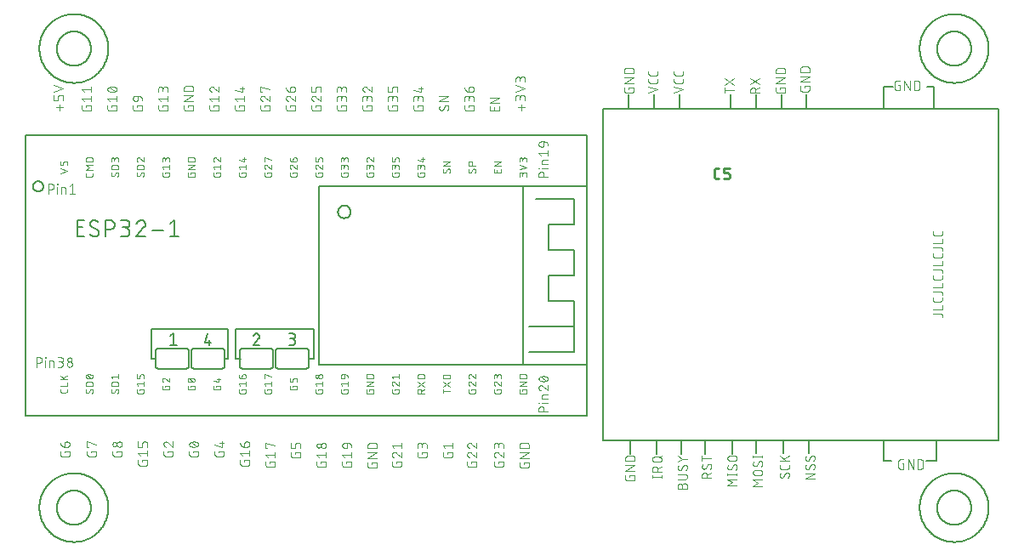
<source format=gbr>
G04 EAGLE Gerber RS-274X export*
G75*
%MOMM*%
%FSLAX34Y34*%
%LPD*%
%INSilkscreen Top*%
%IPPOS*%
%AMOC8*
5,1,8,0,0,1.08239X$1,22.5*%
G01*
%ADD10C,0.076200*%
%ADD11C,0.152400*%
%ADD12C,0.200000*%
%ADD13C,0.203200*%
%ADD14C,0.127000*%
%ADD15C,0.254000*%


D10*
X908431Y245175D02*
X915741Y245175D01*
X915830Y245173D01*
X915918Y245167D01*
X916006Y245158D01*
X916094Y245145D01*
X916181Y245128D01*
X916267Y245108D01*
X916352Y245083D01*
X916437Y245056D01*
X916520Y245024D01*
X916601Y244990D01*
X916681Y244951D01*
X916759Y244910D01*
X916836Y244865D01*
X916910Y244817D01*
X916983Y244766D01*
X917053Y244712D01*
X917120Y244654D01*
X917186Y244594D01*
X917248Y244532D01*
X917308Y244466D01*
X917366Y244399D01*
X917420Y244329D01*
X917471Y244256D01*
X917519Y244182D01*
X917564Y244105D01*
X917605Y244027D01*
X917644Y243947D01*
X917678Y243866D01*
X917710Y243783D01*
X917737Y243698D01*
X917762Y243613D01*
X917782Y243527D01*
X917799Y243440D01*
X917812Y243352D01*
X917821Y243264D01*
X917827Y243176D01*
X917829Y243087D01*
X917829Y242042D01*
X917829Y249689D02*
X908431Y249689D01*
X917829Y249689D02*
X917829Y253866D01*
X917829Y259354D02*
X917829Y261443D01*
X917829Y259354D02*
X917827Y259265D01*
X917821Y259177D01*
X917812Y259089D01*
X917799Y259001D01*
X917782Y258914D01*
X917762Y258828D01*
X917737Y258743D01*
X917710Y258658D01*
X917678Y258575D01*
X917644Y258494D01*
X917605Y258414D01*
X917564Y258336D01*
X917519Y258259D01*
X917471Y258185D01*
X917420Y258112D01*
X917366Y258042D01*
X917308Y257975D01*
X917248Y257909D01*
X917186Y257847D01*
X917120Y257787D01*
X917053Y257729D01*
X916983Y257675D01*
X916910Y257624D01*
X916836Y257576D01*
X916759Y257531D01*
X916681Y257490D01*
X916601Y257451D01*
X916520Y257417D01*
X916437Y257385D01*
X916352Y257358D01*
X916267Y257333D01*
X916181Y257313D01*
X916094Y257296D01*
X916006Y257283D01*
X915918Y257274D01*
X915830Y257268D01*
X915741Y257266D01*
X910519Y257266D01*
X910519Y257265D02*
X910428Y257267D01*
X910337Y257273D01*
X910246Y257283D01*
X910156Y257297D01*
X910067Y257315D01*
X909978Y257336D01*
X909891Y257362D01*
X909805Y257391D01*
X909720Y257424D01*
X909636Y257461D01*
X909554Y257501D01*
X909475Y257545D01*
X909397Y257592D01*
X909321Y257643D01*
X909247Y257697D01*
X909176Y257754D01*
X909108Y257814D01*
X909042Y257877D01*
X908979Y257943D01*
X908919Y258011D01*
X908862Y258082D01*
X908808Y258156D01*
X908757Y258232D01*
X908710Y258309D01*
X908666Y258389D01*
X908626Y258471D01*
X908589Y258555D01*
X908556Y258639D01*
X908527Y258726D01*
X908501Y258813D01*
X908480Y258902D01*
X908462Y258991D01*
X908448Y259081D01*
X908438Y259172D01*
X908432Y259263D01*
X908430Y259354D01*
X908431Y259354D02*
X908431Y261443D01*
X908431Y267121D02*
X915741Y267121D01*
X915741Y267120D02*
X915830Y267118D01*
X915918Y267112D01*
X916006Y267103D01*
X916094Y267090D01*
X916181Y267073D01*
X916267Y267053D01*
X916352Y267028D01*
X916437Y267001D01*
X916520Y266969D01*
X916601Y266935D01*
X916681Y266896D01*
X916759Y266855D01*
X916836Y266810D01*
X916910Y266762D01*
X916983Y266711D01*
X917053Y266657D01*
X917120Y266599D01*
X917186Y266539D01*
X917248Y266477D01*
X917308Y266411D01*
X917366Y266344D01*
X917420Y266274D01*
X917471Y266201D01*
X917519Y266127D01*
X917564Y266050D01*
X917605Y265972D01*
X917644Y265892D01*
X917678Y265811D01*
X917710Y265728D01*
X917737Y265643D01*
X917762Y265558D01*
X917782Y265472D01*
X917799Y265385D01*
X917812Y265297D01*
X917821Y265209D01*
X917827Y265121D01*
X917829Y265032D01*
X917829Y263988D01*
X917829Y271634D02*
X908431Y271634D01*
X917829Y271634D02*
X917829Y275811D01*
X917829Y281300D02*
X917829Y283388D01*
X917829Y281300D02*
X917827Y281211D01*
X917821Y281123D01*
X917812Y281035D01*
X917799Y280947D01*
X917782Y280860D01*
X917762Y280774D01*
X917737Y280689D01*
X917710Y280604D01*
X917678Y280521D01*
X917644Y280440D01*
X917605Y280360D01*
X917564Y280282D01*
X917519Y280205D01*
X917471Y280131D01*
X917420Y280058D01*
X917366Y279988D01*
X917308Y279921D01*
X917248Y279855D01*
X917186Y279793D01*
X917120Y279733D01*
X917053Y279675D01*
X916983Y279621D01*
X916910Y279570D01*
X916836Y279522D01*
X916759Y279477D01*
X916681Y279436D01*
X916601Y279397D01*
X916520Y279363D01*
X916437Y279331D01*
X916352Y279304D01*
X916267Y279279D01*
X916181Y279259D01*
X916094Y279242D01*
X916006Y279229D01*
X915918Y279220D01*
X915830Y279214D01*
X915741Y279212D01*
X915741Y279211D02*
X910519Y279211D01*
X910428Y279213D01*
X910337Y279219D01*
X910246Y279229D01*
X910156Y279243D01*
X910067Y279261D01*
X909978Y279282D01*
X909891Y279308D01*
X909805Y279337D01*
X909720Y279370D01*
X909636Y279407D01*
X909554Y279447D01*
X909475Y279491D01*
X909397Y279538D01*
X909321Y279589D01*
X909247Y279643D01*
X909176Y279700D01*
X909108Y279760D01*
X909042Y279823D01*
X908979Y279889D01*
X908919Y279957D01*
X908862Y280028D01*
X908808Y280102D01*
X908757Y280178D01*
X908710Y280255D01*
X908666Y280335D01*
X908626Y280417D01*
X908589Y280501D01*
X908556Y280585D01*
X908527Y280672D01*
X908501Y280759D01*
X908480Y280848D01*
X908462Y280937D01*
X908448Y281027D01*
X908438Y281118D01*
X908432Y281209D01*
X908430Y281300D01*
X908431Y281300D02*
X908431Y283388D01*
X908431Y289066D02*
X915741Y289066D01*
X915830Y289064D01*
X915918Y289058D01*
X916006Y289049D01*
X916094Y289036D01*
X916181Y289019D01*
X916267Y288999D01*
X916352Y288974D01*
X916437Y288947D01*
X916520Y288915D01*
X916601Y288881D01*
X916681Y288842D01*
X916759Y288801D01*
X916836Y288756D01*
X916910Y288708D01*
X916983Y288657D01*
X917053Y288603D01*
X917120Y288545D01*
X917186Y288485D01*
X917248Y288423D01*
X917308Y288357D01*
X917366Y288290D01*
X917420Y288220D01*
X917471Y288147D01*
X917519Y288073D01*
X917564Y287996D01*
X917605Y287918D01*
X917644Y287838D01*
X917678Y287757D01*
X917710Y287674D01*
X917737Y287589D01*
X917762Y287504D01*
X917782Y287418D01*
X917799Y287331D01*
X917812Y287243D01*
X917821Y287155D01*
X917827Y287067D01*
X917829Y286978D01*
X917829Y285933D01*
X917829Y293580D02*
X908431Y293580D01*
X917829Y293580D02*
X917829Y297757D01*
X917829Y303245D02*
X917829Y305334D01*
X917829Y303245D02*
X917827Y303156D01*
X917821Y303068D01*
X917812Y302980D01*
X917799Y302892D01*
X917782Y302805D01*
X917762Y302719D01*
X917737Y302634D01*
X917710Y302549D01*
X917678Y302466D01*
X917644Y302385D01*
X917605Y302305D01*
X917564Y302227D01*
X917519Y302150D01*
X917471Y302076D01*
X917420Y302003D01*
X917366Y301933D01*
X917308Y301866D01*
X917248Y301800D01*
X917186Y301738D01*
X917120Y301678D01*
X917053Y301620D01*
X916983Y301566D01*
X916910Y301515D01*
X916836Y301467D01*
X916759Y301422D01*
X916681Y301381D01*
X916601Y301342D01*
X916520Y301308D01*
X916437Y301276D01*
X916352Y301249D01*
X916267Y301224D01*
X916181Y301204D01*
X916094Y301187D01*
X916006Y301174D01*
X915918Y301165D01*
X915830Y301159D01*
X915741Y301157D01*
X910519Y301157D01*
X910519Y301156D02*
X910428Y301158D01*
X910337Y301164D01*
X910246Y301174D01*
X910156Y301188D01*
X910067Y301206D01*
X909978Y301227D01*
X909891Y301253D01*
X909805Y301282D01*
X909720Y301315D01*
X909636Y301352D01*
X909554Y301392D01*
X909475Y301436D01*
X909397Y301483D01*
X909321Y301534D01*
X909247Y301588D01*
X909176Y301645D01*
X909108Y301705D01*
X909042Y301768D01*
X908979Y301834D01*
X908919Y301902D01*
X908862Y301973D01*
X908808Y302047D01*
X908757Y302123D01*
X908710Y302200D01*
X908666Y302280D01*
X908626Y302362D01*
X908589Y302446D01*
X908556Y302530D01*
X908527Y302617D01*
X908501Y302704D01*
X908480Y302793D01*
X908462Y302882D01*
X908448Y302972D01*
X908438Y303063D01*
X908432Y303154D01*
X908430Y303245D01*
X908431Y303245D02*
X908431Y305334D01*
X908431Y311011D02*
X915741Y311011D01*
X915830Y311009D01*
X915918Y311003D01*
X916006Y310994D01*
X916094Y310981D01*
X916181Y310964D01*
X916267Y310944D01*
X916352Y310919D01*
X916437Y310892D01*
X916520Y310860D01*
X916601Y310826D01*
X916681Y310787D01*
X916759Y310746D01*
X916836Y310701D01*
X916910Y310653D01*
X916983Y310602D01*
X917053Y310548D01*
X917120Y310490D01*
X917186Y310430D01*
X917248Y310368D01*
X917308Y310302D01*
X917366Y310235D01*
X917420Y310165D01*
X917471Y310092D01*
X917519Y310018D01*
X917564Y309941D01*
X917605Y309863D01*
X917644Y309783D01*
X917678Y309702D01*
X917710Y309619D01*
X917737Y309534D01*
X917762Y309449D01*
X917782Y309363D01*
X917799Y309276D01*
X917812Y309188D01*
X917821Y309100D01*
X917827Y309012D01*
X917829Y308923D01*
X917829Y307879D01*
X917829Y315525D02*
X908431Y315525D01*
X917829Y315525D02*
X917829Y319702D01*
X917829Y325191D02*
X917829Y327279D01*
X917829Y325191D02*
X917827Y325102D01*
X917821Y325014D01*
X917812Y324926D01*
X917799Y324838D01*
X917782Y324751D01*
X917762Y324665D01*
X917737Y324580D01*
X917710Y324495D01*
X917678Y324412D01*
X917644Y324331D01*
X917605Y324251D01*
X917564Y324173D01*
X917519Y324096D01*
X917471Y324022D01*
X917420Y323949D01*
X917366Y323879D01*
X917308Y323812D01*
X917248Y323746D01*
X917186Y323684D01*
X917120Y323624D01*
X917053Y323566D01*
X916983Y323512D01*
X916910Y323461D01*
X916836Y323413D01*
X916759Y323368D01*
X916681Y323327D01*
X916601Y323288D01*
X916520Y323254D01*
X916437Y323222D01*
X916352Y323195D01*
X916267Y323170D01*
X916181Y323150D01*
X916094Y323133D01*
X916006Y323120D01*
X915918Y323111D01*
X915830Y323105D01*
X915741Y323103D01*
X915741Y323102D02*
X910519Y323102D01*
X910428Y323104D01*
X910337Y323110D01*
X910246Y323120D01*
X910156Y323134D01*
X910067Y323152D01*
X909978Y323173D01*
X909891Y323199D01*
X909805Y323228D01*
X909720Y323261D01*
X909636Y323298D01*
X909554Y323338D01*
X909475Y323382D01*
X909397Y323429D01*
X909321Y323480D01*
X909247Y323534D01*
X909176Y323591D01*
X909108Y323651D01*
X909042Y323714D01*
X908979Y323780D01*
X908919Y323848D01*
X908862Y323919D01*
X908808Y323993D01*
X908757Y324069D01*
X908710Y324146D01*
X908666Y324226D01*
X908626Y324308D01*
X908589Y324392D01*
X908556Y324476D01*
X908527Y324563D01*
X908501Y324650D01*
X908480Y324739D01*
X908462Y324828D01*
X908448Y324918D01*
X908438Y325009D01*
X908432Y325100D01*
X908430Y325191D01*
X908431Y325191D02*
X908431Y327279D01*
X875552Y472962D02*
X873986Y472962D01*
X875552Y472962D02*
X875552Y467741D01*
X872419Y467741D01*
X872330Y467743D01*
X872242Y467749D01*
X872154Y467758D01*
X872066Y467771D01*
X871979Y467788D01*
X871893Y467808D01*
X871808Y467833D01*
X871723Y467860D01*
X871640Y467892D01*
X871559Y467926D01*
X871479Y467965D01*
X871401Y468006D01*
X871324Y468051D01*
X871250Y468099D01*
X871177Y468150D01*
X871107Y468204D01*
X871040Y468262D01*
X870974Y468322D01*
X870912Y468384D01*
X870852Y468450D01*
X870794Y468517D01*
X870740Y468587D01*
X870689Y468660D01*
X870641Y468734D01*
X870596Y468811D01*
X870555Y468889D01*
X870516Y468969D01*
X870482Y469050D01*
X870450Y469133D01*
X870423Y469218D01*
X870398Y469303D01*
X870378Y469389D01*
X870361Y469476D01*
X870348Y469564D01*
X870339Y469652D01*
X870333Y469740D01*
X870331Y469829D01*
X870331Y475051D01*
X870333Y475142D01*
X870339Y475233D01*
X870349Y475324D01*
X870363Y475414D01*
X870380Y475503D01*
X870402Y475591D01*
X870428Y475679D01*
X870457Y475765D01*
X870490Y475850D01*
X870527Y475933D01*
X870567Y476015D01*
X870611Y476095D01*
X870658Y476173D01*
X870709Y476249D01*
X870762Y476322D01*
X870819Y476393D01*
X870880Y476462D01*
X870943Y476527D01*
X871008Y476590D01*
X871077Y476650D01*
X871148Y476708D01*
X871221Y476761D01*
X871297Y476812D01*
X871375Y476859D01*
X871455Y476903D01*
X871537Y476943D01*
X871620Y476980D01*
X871705Y477013D01*
X871791Y477042D01*
X871879Y477068D01*
X871967Y477090D01*
X872056Y477107D01*
X872146Y477121D01*
X872237Y477131D01*
X872328Y477137D01*
X872419Y477139D01*
X875552Y477139D01*
X880085Y477139D02*
X880085Y467741D01*
X885306Y467741D02*
X880085Y477139D01*
X885306Y477139D02*
X885306Y467741D01*
X889838Y467741D02*
X889838Y477139D01*
X892449Y477139D01*
X892549Y477137D01*
X892649Y477131D01*
X892748Y477122D01*
X892848Y477108D01*
X892946Y477091D01*
X893044Y477070D01*
X893141Y477046D01*
X893237Y477017D01*
X893332Y476985D01*
X893425Y476950D01*
X893517Y476911D01*
X893608Y476868D01*
X893696Y476822D01*
X893783Y476772D01*
X893868Y476720D01*
X893951Y476664D01*
X894032Y476605D01*
X894110Y476542D01*
X894186Y476477D01*
X894260Y476409D01*
X894330Y476339D01*
X894398Y476265D01*
X894463Y476189D01*
X894526Y476111D01*
X894585Y476030D01*
X894641Y475947D01*
X894693Y475862D01*
X894743Y475775D01*
X894789Y475687D01*
X894832Y475596D01*
X894871Y475504D01*
X894906Y475411D01*
X894938Y475316D01*
X894967Y475220D01*
X894991Y475123D01*
X895012Y475025D01*
X895029Y474927D01*
X895043Y474827D01*
X895052Y474728D01*
X895058Y474628D01*
X895060Y474528D01*
X895059Y474528D02*
X895059Y470352D01*
X895060Y470352D02*
X895058Y470252D01*
X895052Y470152D01*
X895043Y470053D01*
X895029Y469953D01*
X895012Y469855D01*
X894991Y469757D01*
X894967Y469660D01*
X894938Y469564D01*
X894906Y469469D01*
X894871Y469376D01*
X894832Y469284D01*
X894789Y469193D01*
X894743Y469105D01*
X894693Y469018D01*
X894641Y468933D01*
X894585Y468850D01*
X894526Y468769D01*
X894463Y468691D01*
X894398Y468615D01*
X894330Y468541D01*
X894260Y468471D01*
X894186Y468403D01*
X894110Y468338D01*
X894032Y468275D01*
X893951Y468216D01*
X893868Y468160D01*
X893783Y468108D01*
X893696Y468058D01*
X893608Y468012D01*
X893517Y467969D01*
X893425Y467930D01*
X893332Y467895D01*
X893237Y467863D01*
X893141Y467834D01*
X893044Y467810D01*
X892946Y467789D01*
X892848Y467772D01*
X892748Y467758D01*
X892649Y467749D01*
X892549Y467743D01*
X892449Y467741D01*
X889838Y467741D01*
D11*
X859790Y471170D02*
X859790Y449580D01*
X859790Y471170D02*
X868680Y471170D01*
X902970Y471170D02*
X909320Y471170D01*
X909320Y450850D01*
D10*
X756398Y468856D02*
X756398Y470422D01*
X761619Y470422D01*
X761619Y467289D01*
X761617Y467200D01*
X761611Y467112D01*
X761602Y467024D01*
X761589Y466936D01*
X761572Y466849D01*
X761552Y466763D01*
X761527Y466678D01*
X761500Y466593D01*
X761468Y466510D01*
X761434Y466429D01*
X761395Y466349D01*
X761354Y466271D01*
X761309Y466194D01*
X761261Y466120D01*
X761210Y466047D01*
X761156Y465977D01*
X761098Y465910D01*
X761038Y465844D01*
X760976Y465782D01*
X760910Y465722D01*
X760843Y465664D01*
X760773Y465610D01*
X760700Y465559D01*
X760626Y465511D01*
X760549Y465466D01*
X760471Y465425D01*
X760391Y465386D01*
X760310Y465352D01*
X760227Y465320D01*
X760142Y465293D01*
X760057Y465268D01*
X759971Y465248D01*
X759884Y465231D01*
X759796Y465218D01*
X759708Y465209D01*
X759620Y465203D01*
X759531Y465201D01*
X754309Y465201D01*
X754218Y465203D01*
X754127Y465209D01*
X754036Y465219D01*
X753946Y465233D01*
X753857Y465251D01*
X753768Y465272D01*
X753681Y465298D01*
X753595Y465327D01*
X753510Y465360D01*
X753426Y465397D01*
X753344Y465437D01*
X753265Y465481D01*
X753187Y465528D01*
X753111Y465579D01*
X753037Y465633D01*
X752966Y465690D01*
X752898Y465750D01*
X752832Y465813D01*
X752769Y465879D01*
X752709Y465947D01*
X752652Y466018D01*
X752598Y466092D01*
X752547Y466168D01*
X752500Y466245D01*
X752456Y466325D01*
X752416Y466407D01*
X752379Y466491D01*
X752346Y466575D01*
X752317Y466662D01*
X752291Y466749D01*
X752270Y466838D01*
X752252Y466927D01*
X752238Y467017D01*
X752228Y467108D01*
X752222Y467199D01*
X752220Y467290D01*
X752221Y467289D02*
X752221Y470422D01*
X752221Y474955D02*
X761619Y474955D01*
X761619Y480176D02*
X752221Y474955D01*
X752221Y480176D02*
X761619Y480176D01*
X761619Y484708D02*
X752221Y484708D01*
X752221Y487319D01*
X752223Y487419D01*
X752229Y487519D01*
X752238Y487618D01*
X752252Y487718D01*
X752269Y487816D01*
X752290Y487914D01*
X752314Y488011D01*
X752343Y488107D01*
X752375Y488202D01*
X752410Y488295D01*
X752449Y488387D01*
X752492Y488478D01*
X752538Y488566D01*
X752588Y488653D01*
X752640Y488738D01*
X752696Y488821D01*
X752755Y488902D01*
X752818Y488980D01*
X752883Y489056D01*
X752951Y489130D01*
X753021Y489200D01*
X753095Y489268D01*
X753171Y489333D01*
X753249Y489396D01*
X753330Y489455D01*
X753413Y489511D01*
X753498Y489563D01*
X753585Y489613D01*
X753673Y489659D01*
X753764Y489702D01*
X753856Y489741D01*
X753949Y489776D01*
X754044Y489808D01*
X754140Y489837D01*
X754237Y489861D01*
X754335Y489882D01*
X754433Y489899D01*
X754533Y489913D01*
X754632Y489922D01*
X754732Y489928D01*
X754832Y489930D01*
X754832Y489929D02*
X759008Y489929D01*
X759008Y489930D02*
X759108Y489928D01*
X759208Y489922D01*
X759307Y489913D01*
X759407Y489899D01*
X759505Y489882D01*
X759603Y489861D01*
X759700Y489837D01*
X759796Y489808D01*
X759891Y489776D01*
X759984Y489741D01*
X760076Y489702D01*
X760167Y489659D01*
X760255Y489613D01*
X760342Y489563D01*
X760427Y489511D01*
X760510Y489455D01*
X760591Y489396D01*
X760669Y489333D01*
X760745Y489268D01*
X760819Y489200D01*
X760889Y489130D01*
X760957Y489056D01*
X761022Y488980D01*
X761085Y488902D01*
X761144Y488821D01*
X761200Y488738D01*
X761252Y488653D01*
X761302Y488566D01*
X761348Y488478D01*
X761391Y488387D01*
X761430Y488295D01*
X761465Y488202D01*
X761497Y488107D01*
X761526Y488011D01*
X761550Y487914D01*
X761571Y487816D01*
X761588Y487718D01*
X761602Y487618D01*
X761611Y487519D01*
X761617Y487419D01*
X761619Y487319D01*
X761619Y484708D01*
X736219Y465201D02*
X726821Y465201D01*
X726821Y467812D01*
X726823Y467913D01*
X726829Y468014D01*
X726839Y468115D01*
X726852Y468215D01*
X726870Y468315D01*
X726891Y468414D01*
X726917Y468512D01*
X726946Y468609D01*
X726978Y468705D01*
X727015Y468799D01*
X727055Y468892D01*
X727099Y468984D01*
X727146Y469073D01*
X727197Y469161D01*
X727251Y469247D01*
X727308Y469330D01*
X727368Y469412D01*
X727432Y469490D01*
X727498Y469567D01*
X727568Y469640D01*
X727640Y469711D01*
X727715Y469779D01*
X727793Y469844D01*
X727873Y469906D01*
X727955Y469965D01*
X728040Y470021D01*
X728127Y470073D01*
X728215Y470122D01*
X728306Y470168D01*
X728398Y470209D01*
X728492Y470248D01*
X728587Y470282D01*
X728683Y470313D01*
X728781Y470340D01*
X728879Y470364D01*
X728979Y470383D01*
X729079Y470399D01*
X729179Y470411D01*
X729280Y470419D01*
X729381Y470423D01*
X729483Y470423D01*
X729584Y470419D01*
X729685Y470411D01*
X729785Y470399D01*
X729885Y470383D01*
X729985Y470364D01*
X730083Y470340D01*
X730181Y470313D01*
X730277Y470282D01*
X730372Y470248D01*
X730466Y470209D01*
X730558Y470168D01*
X730649Y470122D01*
X730738Y470073D01*
X730824Y470021D01*
X730909Y469965D01*
X730991Y469906D01*
X731071Y469844D01*
X731149Y469779D01*
X731224Y469711D01*
X731296Y469640D01*
X731366Y469567D01*
X731432Y469490D01*
X731496Y469412D01*
X731556Y469330D01*
X731613Y469247D01*
X731667Y469161D01*
X731718Y469073D01*
X731765Y468984D01*
X731809Y468892D01*
X731849Y468799D01*
X731886Y468705D01*
X731918Y468609D01*
X731947Y468512D01*
X731973Y468414D01*
X731994Y468315D01*
X732012Y468215D01*
X732025Y468115D01*
X732035Y468014D01*
X732041Y467913D01*
X732043Y467812D01*
X732042Y467812D02*
X732042Y465201D01*
X732042Y468334D02*
X736219Y470422D01*
X736219Y473766D02*
X726821Y480031D01*
X726821Y473766D02*
X736219Y480031D01*
X710819Y467812D02*
X701421Y467812D01*
X701421Y470422D02*
X701421Y465201D01*
X710819Y473213D02*
X701421Y479479D01*
X701421Y473213D02*
X710819Y479479D01*
X634619Y468334D02*
X625221Y465201D01*
X625221Y471466D02*
X634619Y468334D01*
X634619Y476930D02*
X634619Y479018D01*
X634619Y476930D02*
X634617Y476841D01*
X634611Y476753D01*
X634602Y476665D01*
X634589Y476577D01*
X634572Y476490D01*
X634552Y476404D01*
X634527Y476319D01*
X634500Y476234D01*
X634468Y476151D01*
X634434Y476070D01*
X634395Y475990D01*
X634354Y475912D01*
X634309Y475835D01*
X634261Y475761D01*
X634210Y475688D01*
X634156Y475618D01*
X634098Y475551D01*
X634038Y475485D01*
X633976Y475423D01*
X633910Y475363D01*
X633843Y475305D01*
X633773Y475251D01*
X633700Y475200D01*
X633626Y475152D01*
X633549Y475107D01*
X633471Y475066D01*
X633391Y475027D01*
X633310Y474993D01*
X633227Y474961D01*
X633142Y474934D01*
X633057Y474909D01*
X632971Y474889D01*
X632884Y474872D01*
X632796Y474859D01*
X632708Y474850D01*
X632620Y474844D01*
X632531Y474842D01*
X632531Y474841D02*
X627309Y474841D01*
X627218Y474843D01*
X627127Y474849D01*
X627036Y474859D01*
X626946Y474873D01*
X626857Y474891D01*
X626768Y474912D01*
X626681Y474938D01*
X626595Y474967D01*
X626510Y475000D01*
X626426Y475037D01*
X626344Y475077D01*
X626265Y475121D01*
X626187Y475168D01*
X626111Y475219D01*
X626037Y475273D01*
X625966Y475330D01*
X625898Y475390D01*
X625832Y475453D01*
X625769Y475519D01*
X625709Y475587D01*
X625652Y475658D01*
X625598Y475732D01*
X625547Y475808D01*
X625500Y475885D01*
X625456Y475965D01*
X625416Y476047D01*
X625379Y476131D01*
X625346Y476215D01*
X625317Y476302D01*
X625291Y476389D01*
X625270Y476478D01*
X625252Y476567D01*
X625238Y476657D01*
X625228Y476748D01*
X625222Y476839D01*
X625220Y476930D01*
X625221Y476930D02*
X625221Y479018D01*
X634619Y484550D02*
X634619Y486638D01*
X634619Y484550D02*
X634617Y484461D01*
X634611Y484373D01*
X634602Y484285D01*
X634589Y484197D01*
X634572Y484110D01*
X634552Y484024D01*
X634527Y483939D01*
X634500Y483854D01*
X634468Y483771D01*
X634434Y483690D01*
X634395Y483610D01*
X634354Y483532D01*
X634309Y483455D01*
X634261Y483381D01*
X634210Y483308D01*
X634156Y483238D01*
X634098Y483171D01*
X634038Y483105D01*
X633976Y483043D01*
X633910Y482983D01*
X633843Y482925D01*
X633773Y482871D01*
X633700Y482820D01*
X633626Y482772D01*
X633549Y482727D01*
X633471Y482686D01*
X633391Y482647D01*
X633310Y482613D01*
X633227Y482581D01*
X633142Y482554D01*
X633057Y482529D01*
X632971Y482509D01*
X632884Y482492D01*
X632796Y482479D01*
X632708Y482470D01*
X632620Y482464D01*
X632531Y482462D01*
X632531Y482461D02*
X627309Y482461D01*
X627218Y482463D01*
X627127Y482469D01*
X627036Y482479D01*
X626946Y482493D01*
X626857Y482511D01*
X626768Y482532D01*
X626681Y482558D01*
X626595Y482587D01*
X626510Y482620D01*
X626426Y482657D01*
X626344Y482697D01*
X626265Y482741D01*
X626187Y482788D01*
X626111Y482839D01*
X626037Y482893D01*
X625966Y482950D01*
X625898Y483010D01*
X625832Y483073D01*
X625769Y483139D01*
X625709Y483207D01*
X625652Y483278D01*
X625598Y483352D01*
X625547Y483428D01*
X625500Y483505D01*
X625456Y483585D01*
X625416Y483667D01*
X625379Y483751D01*
X625346Y483835D01*
X625317Y483922D01*
X625291Y484009D01*
X625270Y484098D01*
X625252Y484187D01*
X625238Y484277D01*
X625228Y484368D01*
X625222Y484459D01*
X625220Y484550D01*
X625221Y484550D02*
X625221Y486638D01*
D11*
X631190Y463550D02*
X631190Y450850D01*
X656590Y450850D02*
X656590Y463550D01*
X758190Y463550D02*
X758190Y450850D01*
X782320Y450850D02*
X782320Y463550D01*
D10*
X877705Y95772D02*
X879272Y95772D01*
X879272Y90551D01*
X876139Y90551D01*
X876050Y90553D01*
X875962Y90559D01*
X875874Y90568D01*
X875786Y90581D01*
X875699Y90598D01*
X875613Y90618D01*
X875528Y90643D01*
X875443Y90670D01*
X875360Y90702D01*
X875279Y90736D01*
X875199Y90775D01*
X875121Y90816D01*
X875044Y90861D01*
X874970Y90909D01*
X874897Y90960D01*
X874827Y91014D01*
X874760Y91072D01*
X874694Y91132D01*
X874632Y91194D01*
X874572Y91260D01*
X874514Y91327D01*
X874460Y91397D01*
X874409Y91470D01*
X874361Y91544D01*
X874316Y91621D01*
X874275Y91699D01*
X874236Y91779D01*
X874202Y91860D01*
X874170Y91943D01*
X874143Y92028D01*
X874118Y92113D01*
X874098Y92199D01*
X874081Y92286D01*
X874068Y92374D01*
X874059Y92462D01*
X874053Y92550D01*
X874051Y92639D01*
X874051Y97861D01*
X874053Y97952D01*
X874059Y98043D01*
X874069Y98134D01*
X874083Y98224D01*
X874100Y98313D01*
X874122Y98401D01*
X874148Y98489D01*
X874177Y98575D01*
X874210Y98660D01*
X874247Y98743D01*
X874287Y98825D01*
X874331Y98905D01*
X874378Y98983D01*
X874429Y99059D01*
X874482Y99132D01*
X874539Y99203D01*
X874600Y99272D01*
X874663Y99337D01*
X874728Y99400D01*
X874797Y99460D01*
X874868Y99518D01*
X874941Y99571D01*
X875017Y99622D01*
X875095Y99669D01*
X875175Y99713D01*
X875257Y99753D01*
X875340Y99790D01*
X875425Y99823D01*
X875511Y99852D01*
X875599Y99878D01*
X875687Y99900D01*
X875776Y99917D01*
X875866Y99931D01*
X875957Y99941D01*
X876048Y99947D01*
X876139Y99949D01*
X879272Y99949D01*
X883804Y99949D02*
X883804Y90551D01*
X889025Y90551D02*
X883804Y99949D01*
X889025Y99949D02*
X889025Y90551D01*
X893558Y90551D02*
X893558Y99949D01*
X896168Y99949D01*
X896268Y99947D01*
X896368Y99941D01*
X896467Y99932D01*
X896567Y99918D01*
X896665Y99901D01*
X896763Y99880D01*
X896860Y99856D01*
X896956Y99827D01*
X897051Y99795D01*
X897144Y99760D01*
X897236Y99721D01*
X897327Y99678D01*
X897415Y99632D01*
X897502Y99582D01*
X897587Y99530D01*
X897670Y99474D01*
X897751Y99415D01*
X897829Y99352D01*
X897905Y99287D01*
X897979Y99219D01*
X898049Y99149D01*
X898117Y99075D01*
X898182Y98999D01*
X898245Y98921D01*
X898304Y98840D01*
X898360Y98757D01*
X898412Y98672D01*
X898462Y98585D01*
X898508Y98497D01*
X898551Y98406D01*
X898590Y98314D01*
X898625Y98221D01*
X898657Y98126D01*
X898686Y98030D01*
X898710Y97933D01*
X898731Y97835D01*
X898748Y97737D01*
X898762Y97637D01*
X898771Y97538D01*
X898777Y97438D01*
X898779Y97338D01*
X898779Y93162D01*
X898777Y93062D01*
X898771Y92962D01*
X898762Y92863D01*
X898748Y92763D01*
X898731Y92665D01*
X898710Y92567D01*
X898686Y92470D01*
X898657Y92374D01*
X898625Y92279D01*
X898590Y92186D01*
X898551Y92094D01*
X898508Y92003D01*
X898462Y91915D01*
X898412Y91828D01*
X898360Y91743D01*
X898304Y91660D01*
X898245Y91579D01*
X898182Y91501D01*
X898117Y91425D01*
X898049Y91351D01*
X897979Y91281D01*
X897905Y91213D01*
X897829Y91148D01*
X897751Y91085D01*
X897670Y91026D01*
X897587Y90970D01*
X897502Y90918D01*
X897415Y90868D01*
X897327Y90822D01*
X897236Y90779D01*
X897144Y90740D01*
X897051Y90705D01*
X896956Y90673D01*
X896860Y90644D01*
X896763Y90620D01*
X896665Y90599D01*
X896567Y90582D01*
X896467Y90568D01*
X896368Y90559D01*
X896268Y90553D01*
X896168Y90551D01*
X893558Y90551D01*
D11*
X867410Y99060D02*
X859790Y99060D01*
X901700Y99060D02*
X911860Y99060D01*
X859790Y99060D02*
X859790Y119380D01*
X911860Y119380D02*
X911860Y99060D01*
D10*
X790829Y80860D02*
X781431Y80860D01*
X790829Y86081D01*
X781431Y86081D01*
X788741Y95224D02*
X788830Y95222D01*
X788918Y95216D01*
X789006Y95207D01*
X789094Y95194D01*
X789181Y95177D01*
X789267Y95157D01*
X789352Y95132D01*
X789437Y95105D01*
X789520Y95073D01*
X789601Y95039D01*
X789681Y95000D01*
X789759Y94959D01*
X789836Y94914D01*
X789910Y94866D01*
X789983Y94815D01*
X790053Y94761D01*
X790120Y94703D01*
X790186Y94643D01*
X790248Y94581D01*
X790308Y94515D01*
X790366Y94448D01*
X790420Y94378D01*
X790471Y94305D01*
X790519Y94231D01*
X790564Y94154D01*
X790605Y94076D01*
X790644Y93996D01*
X790678Y93915D01*
X790710Y93832D01*
X790737Y93747D01*
X790762Y93662D01*
X790782Y93576D01*
X790799Y93489D01*
X790812Y93401D01*
X790821Y93313D01*
X790827Y93225D01*
X790829Y93136D01*
X790827Y93007D01*
X790821Y92878D01*
X790812Y92749D01*
X790799Y92621D01*
X790782Y92493D01*
X790761Y92366D01*
X790737Y92239D01*
X790709Y92113D01*
X790677Y91988D01*
X790642Y91864D01*
X790603Y91741D01*
X790560Y91619D01*
X790514Y91499D01*
X790464Y91380D01*
X790411Y91262D01*
X790355Y91146D01*
X790295Y91032D01*
X790232Y90919D01*
X790165Y90809D01*
X790096Y90700D01*
X790023Y90594D01*
X789947Y90489D01*
X789868Y90387D01*
X789786Y90288D01*
X789702Y90190D01*
X789614Y90095D01*
X789524Y90003D01*
X783519Y90265D02*
X783430Y90267D01*
X783342Y90273D01*
X783254Y90282D01*
X783166Y90295D01*
X783079Y90312D01*
X782993Y90332D01*
X782908Y90357D01*
X782823Y90384D01*
X782740Y90416D01*
X782659Y90450D01*
X782579Y90489D01*
X782501Y90530D01*
X782424Y90575D01*
X782350Y90623D01*
X782277Y90674D01*
X782207Y90728D01*
X782140Y90786D01*
X782074Y90846D01*
X782012Y90908D01*
X781952Y90974D01*
X781894Y91041D01*
X781840Y91111D01*
X781789Y91184D01*
X781741Y91258D01*
X781696Y91335D01*
X781655Y91413D01*
X781616Y91493D01*
X781582Y91574D01*
X781550Y91657D01*
X781523Y91742D01*
X781498Y91827D01*
X781478Y91913D01*
X781461Y92000D01*
X781448Y92088D01*
X781439Y92176D01*
X781433Y92264D01*
X781431Y92353D01*
X781433Y92473D01*
X781438Y92593D01*
X781448Y92712D01*
X781460Y92832D01*
X781477Y92951D01*
X781497Y93069D01*
X781521Y93187D01*
X781548Y93303D01*
X781579Y93419D01*
X781613Y93534D01*
X781651Y93648D01*
X781693Y93761D01*
X781738Y93872D01*
X781786Y93982D01*
X781837Y94090D01*
X781892Y94197D01*
X781950Y94302D01*
X782012Y94405D01*
X782076Y94506D01*
X782144Y94606D01*
X782214Y94703D01*
X785346Y91309D02*
X785298Y91231D01*
X785246Y91155D01*
X785192Y91082D01*
X785134Y91011D01*
X785073Y90942D01*
X785009Y90876D01*
X784942Y90813D01*
X784873Y90753D01*
X784801Y90696D01*
X784727Y90642D01*
X784650Y90592D01*
X784571Y90544D01*
X784491Y90501D01*
X784408Y90460D01*
X784324Y90424D01*
X784239Y90391D01*
X784152Y90362D01*
X784063Y90336D01*
X783974Y90314D01*
X783884Y90297D01*
X783794Y90283D01*
X783702Y90273D01*
X783611Y90267D01*
X783519Y90265D01*
X786914Y94181D02*
X786962Y94259D01*
X787014Y94335D01*
X787068Y94408D01*
X787126Y94479D01*
X787187Y94548D01*
X787251Y94614D01*
X787318Y94677D01*
X787387Y94737D01*
X787459Y94794D01*
X787533Y94848D01*
X787610Y94898D01*
X787689Y94946D01*
X787769Y94989D01*
X787852Y95030D01*
X787936Y95066D01*
X788021Y95099D01*
X788108Y95128D01*
X788197Y95154D01*
X788286Y95176D01*
X788376Y95193D01*
X788466Y95207D01*
X788558Y95217D01*
X788649Y95223D01*
X788741Y95225D01*
X786913Y94180D02*
X785347Y91309D01*
X790829Y101671D02*
X790827Y101760D01*
X790821Y101848D01*
X790812Y101936D01*
X790799Y102024D01*
X790782Y102111D01*
X790762Y102197D01*
X790737Y102282D01*
X790710Y102367D01*
X790678Y102450D01*
X790644Y102531D01*
X790605Y102611D01*
X790564Y102689D01*
X790519Y102766D01*
X790471Y102840D01*
X790420Y102913D01*
X790366Y102983D01*
X790308Y103050D01*
X790248Y103116D01*
X790186Y103178D01*
X790120Y103238D01*
X790053Y103296D01*
X789983Y103350D01*
X789910Y103401D01*
X789836Y103449D01*
X789759Y103494D01*
X789681Y103535D01*
X789601Y103574D01*
X789520Y103608D01*
X789437Y103640D01*
X789352Y103667D01*
X789267Y103692D01*
X789181Y103712D01*
X789094Y103729D01*
X789006Y103742D01*
X788918Y103751D01*
X788830Y103757D01*
X788741Y103759D01*
X790829Y101671D02*
X790827Y101542D01*
X790821Y101413D01*
X790812Y101284D01*
X790799Y101156D01*
X790782Y101028D01*
X790761Y100901D01*
X790737Y100774D01*
X790709Y100648D01*
X790677Y100523D01*
X790642Y100399D01*
X790603Y100276D01*
X790560Y100154D01*
X790514Y100034D01*
X790464Y99915D01*
X790411Y99797D01*
X790355Y99681D01*
X790295Y99567D01*
X790232Y99454D01*
X790165Y99344D01*
X790096Y99235D01*
X790023Y99129D01*
X789947Y99024D01*
X789868Y98922D01*
X789786Y98823D01*
X789702Y98725D01*
X789614Y98630D01*
X789524Y98538D01*
X783519Y98799D02*
X783430Y98801D01*
X783342Y98807D01*
X783254Y98816D01*
X783166Y98829D01*
X783079Y98846D01*
X782993Y98866D01*
X782908Y98891D01*
X782823Y98918D01*
X782740Y98950D01*
X782659Y98984D01*
X782579Y99023D01*
X782501Y99064D01*
X782424Y99109D01*
X782350Y99157D01*
X782277Y99208D01*
X782207Y99262D01*
X782140Y99320D01*
X782074Y99380D01*
X782012Y99442D01*
X781952Y99508D01*
X781894Y99575D01*
X781840Y99645D01*
X781789Y99718D01*
X781741Y99792D01*
X781696Y99869D01*
X781655Y99947D01*
X781616Y100027D01*
X781582Y100108D01*
X781550Y100191D01*
X781523Y100276D01*
X781498Y100361D01*
X781478Y100447D01*
X781461Y100534D01*
X781448Y100622D01*
X781439Y100710D01*
X781433Y100798D01*
X781431Y100887D01*
X781433Y101007D01*
X781438Y101127D01*
X781448Y101246D01*
X781460Y101366D01*
X781477Y101485D01*
X781497Y101603D01*
X781521Y101721D01*
X781548Y101837D01*
X781579Y101953D01*
X781613Y102068D01*
X781651Y102182D01*
X781693Y102295D01*
X781738Y102406D01*
X781786Y102516D01*
X781837Y102624D01*
X781892Y102731D01*
X781950Y102836D01*
X782012Y102939D01*
X782076Y103040D01*
X782144Y103140D01*
X782214Y103237D01*
X785346Y99843D02*
X785298Y99765D01*
X785246Y99689D01*
X785192Y99616D01*
X785134Y99545D01*
X785073Y99476D01*
X785009Y99410D01*
X784942Y99347D01*
X784873Y99287D01*
X784801Y99230D01*
X784727Y99176D01*
X784650Y99126D01*
X784571Y99078D01*
X784491Y99035D01*
X784408Y98994D01*
X784324Y98958D01*
X784239Y98925D01*
X784152Y98896D01*
X784063Y98870D01*
X783974Y98848D01*
X783884Y98831D01*
X783794Y98817D01*
X783702Y98807D01*
X783611Y98801D01*
X783519Y98799D01*
X786914Y102715D02*
X786962Y102793D01*
X787014Y102869D01*
X787068Y102942D01*
X787126Y103013D01*
X787187Y103082D01*
X787251Y103148D01*
X787318Y103211D01*
X787387Y103271D01*
X787459Y103328D01*
X787533Y103382D01*
X787610Y103432D01*
X787689Y103480D01*
X787769Y103523D01*
X787852Y103564D01*
X787936Y103600D01*
X788021Y103633D01*
X788108Y103662D01*
X788197Y103688D01*
X788286Y103710D01*
X788376Y103727D01*
X788466Y103741D01*
X788558Y103751D01*
X788649Y103757D01*
X788741Y103759D01*
X786913Y102715D02*
X785347Y99843D01*
X660019Y468334D02*
X650621Y465201D01*
X650621Y471466D02*
X660019Y468334D01*
X660019Y476930D02*
X660019Y479018D01*
X660019Y476930D02*
X660017Y476841D01*
X660011Y476753D01*
X660002Y476665D01*
X659989Y476577D01*
X659972Y476490D01*
X659952Y476404D01*
X659927Y476319D01*
X659900Y476234D01*
X659868Y476151D01*
X659834Y476070D01*
X659795Y475990D01*
X659754Y475912D01*
X659709Y475835D01*
X659661Y475761D01*
X659610Y475688D01*
X659556Y475618D01*
X659498Y475551D01*
X659438Y475485D01*
X659376Y475423D01*
X659310Y475363D01*
X659243Y475305D01*
X659173Y475251D01*
X659100Y475200D01*
X659026Y475152D01*
X658949Y475107D01*
X658871Y475066D01*
X658791Y475027D01*
X658710Y474993D01*
X658627Y474961D01*
X658542Y474934D01*
X658457Y474909D01*
X658371Y474889D01*
X658284Y474872D01*
X658196Y474859D01*
X658108Y474850D01*
X658020Y474844D01*
X657931Y474842D01*
X657931Y474841D02*
X652709Y474841D01*
X652618Y474843D01*
X652527Y474849D01*
X652436Y474859D01*
X652346Y474873D01*
X652257Y474891D01*
X652168Y474912D01*
X652081Y474938D01*
X651995Y474967D01*
X651910Y475000D01*
X651826Y475037D01*
X651744Y475077D01*
X651665Y475121D01*
X651587Y475168D01*
X651511Y475219D01*
X651437Y475273D01*
X651366Y475330D01*
X651298Y475390D01*
X651232Y475453D01*
X651169Y475519D01*
X651109Y475587D01*
X651052Y475658D01*
X650998Y475732D01*
X650947Y475808D01*
X650900Y475885D01*
X650856Y475965D01*
X650816Y476047D01*
X650779Y476131D01*
X650746Y476215D01*
X650717Y476302D01*
X650691Y476389D01*
X650670Y476478D01*
X650652Y476567D01*
X650638Y476657D01*
X650628Y476748D01*
X650622Y476839D01*
X650620Y476930D01*
X650621Y476930D02*
X650621Y479018D01*
X660019Y484550D02*
X660019Y486638D01*
X660019Y484550D02*
X660017Y484461D01*
X660011Y484373D01*
X660002Y484285D01*
X659989Y484197D01*
X659972Y484110D01*
X659952Y484024D01*
X659927Y483939D01*
X659900Y483854D01*
X659868Y483771D01*
X659834Y483690D01*
X659795Y483610D01*
X659754Y483532D01*
X659709Y483455D01*
X659661Y483381D01*
X659610Y483308D01*
X659556Y483238D01*
X659498Y483171D01*
X659438Y483105D01*
X659376Y483043D01*
X659310Y482983D01*
X659243Y482925D01*
X659173Y482871D01*
X659100Y482820D01*
X659026Y482772D01*
X658949Y482727D01*
X658871Y482686D01*
X658791Y482647D01*
X658710Y482613D01*
X658627Y482581D01*
X658542Y482554D01*
X658457Y482529D01*
X658371Y482509D01*
X658284Y482492D01*
X658196Y482479D01*
X658108Y482470D01*
X658020Y482464D01*
X657931Y482462D01*
X657931Y482461D02*
X652709Y482461D01*
X652618Y482463D01*
X652527Y482469D01*
X652436Y482479D01*
X652346Y482493D01*
X652257Y482511D01*
X652168Y482532D01*
X652081Y482558D01*
X651995Y482587D01*
X651910Y482620D01*
X651826Y482657D01*
X651744Y482697D01*
X651665Y482741D01*
X651587Y482788D01*
X651511Y482839D01*
X651437Y482893D01*
X651366Y482950D01*
X651298Y483010D01*
X651232Y483073D01*
X651169Y483139D01*
X651109Y483207D01*
X651052Y483278D01*
X650998Y483352D01*
X650947Y483428D01*
X650900Y483505D01*
X650856Y483585D01*
X650816Y483667D01*
X650779Y483751D01*
X650746Y483835D01*
X650717Y483922D01*
X650691Y484009D01*
X650670Y484098D01*
X650652Y484187D01*
X650638Y484277D01*
X650628Y484368D01*
X650622Y484459D01*
X650620Y484550D01*
X650621Y484550D02*
X650621Y486638D01*
X780528Y471692D02*
X780528Y470126D01*
X780528Y471692D02*
X785749Y471692D01*
X785749Y468559D01*
X785747Y468470D01*
X785741Y468382D01*
X785732Y468294D01*
X785719Y468206D01*
X785702Y468119D01*
X785682Y468033D01*
X785657Y467948D01*
X785630Y467863D01*
X785598Y467780D01*
X785564Y467699D01*
X785525Y467619D01*
X785484Y467541D01*
X785439Y467464D01*
X785391Y467390D01*
X785340Y467317D01*
X785286Y467247D01*
X785228Y467180D01*
X785168Y467114D01*
X785106Y467052D01*
X785040Y466992D01*
X784973Y466934D01*
X784903Y466880D01*
X784830Y466829D01*
X784756Y466781D01*
X784679Y466736D01*
X784601Y466695D01*
X784521Y466656D01*
X784440Y466622D01*
X784357Y466590D01*
X784272Y466563D01*
X784187Y466538D01*
X784101Y466518D01*
X784014Y466501D01*
X783926Y466488D01*
X783838Y466479D01*
X783750Y466473D01*
X783661Y466471D01*
X778439Y466471D01*
X778348Y466473D01*
X778257Y466479D01*
X778166Y466489D01*
X778076Y466503D01*
X777987Y466521D01*
X777898Y466542D01*
X777811Y466568D01*
X777725Y466597D01*
X777640Y466630D01*
X777556Y466667D01*
X777474Y466707D01*
X777395Y466751D01*
X777317Y466798D01*
X777241Y466849D01*
X777167Y466903D01*
X777096Y466960D01*
X777028Y467020D01*
X776962Y467083D01*
X776899Y467149D01*
X776839Y467217D01*
X776782Y467288D01*
X776728Y467362D01*
X776677Y467438D01*
X776630Y467515D01*
X776586Y467595D01*
X776546Y467677D01*
X776509Y467761D01*
X776476Y467845D01*
X776447Y467932D01*
X776421Y468019D01*
X776400Y468108D01*
X776382Y468197D01*
X776368Y468287D01*
X776358Y468378D01*
X776352Y468469D01*
X776350Y468560D01*
X776351Y468559D02*
X776351Y471692D01*
X776351Y476225D02*
X785749Y476225D01*
X785749Y481446D02*
X776351Y476225D01*
X776351Y481446D02*
X785749Y481446D01*
X785749Y485978D02*
X776351Y485978D01*
X776351Y488589D01*
X776353Y488689D01*
X776359Y488789D01*
X776368Y488888D01*
X776382Y488988D01*
X776399Y489086D01*
X776420Y489184D01*
X776444Y489281D01*
X776473Y489377D01*
X776505Y489472D01*
X776540Y489565D01*
X776579Y489657D01*
X776622Y489748D01*
X776668Y489836D01*
X776718Y489923D01*
X776770Y490008D01*
X776826Y490091D01*
X776885Y490172D01*
X776948Y490250D01*
X777013Y490326D01*
X777081Y490400D01*
X777151Y490470D01*
X777225Y490538D01*
X777301Y490603D01*
X777379Y490666D01*
X777460Y490725D01*
X777543Y490781D01*
X777628Y490833D01*
X777715Y490883D01*
X777803Y490929D01*
X777894Y490972D01*
X777986Y491011D01*
X778079Y491046D01*
X778174Y491078D01*
X778270Y491107D01*
X778367Y491131D01*
X778465Y491152D01*
X778563Y491169D01*
X778663Y491183D01*
X778762Y491192D01*
X778862Y491198D01*
X778962Y491200D01*
X778962Y491199D02*
X783138Y491199D01*
X783138Y491200D02*
X783238Y491198D01*
X783338Y491192D01*
X783437Y491183D01*
X783537Y491169D01*
X783635Y491152D01*
X783733Y491131D01*
X783830Y491107D01*
X783926Y491078D01*
X784021Y491046D01*
X784114Y491011D01*
X784206Y490972D01*
X784297Y490929D01*
X784385Y490883D01*
X784472Y490833D01*
X784557Y490781D01*
X784640Y490725D01*
X784721Y490666D01*
X784799Y490603D01*
X784875Y490538D01*
X784949Y490470D01*
X785019Y490400D01*
X785087Y490326D01*
X785152Y490250D01*
X785215Y490172D01*
X785274Y490091D01*
X785330Y490008D01*
X785382Y489923D01*
X785432Y489836D01*
X785478Y489748D01*
X785521Y489657D01*
X785560Y489565D01*
X785595Y489472D01*
X785627Y489377D01*
X785656Y489281D01*
X785680Y489184D01*
X785701Y489086D01*
X785718Y488988D01*
X785732Y488888D01*
X785741Y488789D01*
X785747Y488689D01*
X785749Y488589D01*
X785749Y485978D01*
D11*
X732790Y463550D02*
X732790Y450850D01*
X707390Y450850D02*
X707390Y463550D01*
D10*
X605268Y468856D02*
X605268Y470422D01*
X610489Y470422D01*
X610489Y467289D01*
X610487Y467200D01*
X610481Y467112D01*
X610472Y467024D01*
X610459Y466936D01*
X610442Y466849D01*
X610422Y466763D01*
X610397Y466678D01*
X610370Y466593D01*
X610338Y466510D01*
X610304Y466429D01*
X610265Y466349D01*
X610224Y466271D01*
X610179Y466194D01*
X610131Y466120D01*
X610080Y466047D01*
X610026Y465977D01*
X609968Y465910D01*
X609908Y465844D01*
X609846Y465782D01*
X609780Y465722D01*
X609713Y465664D01*
X609643Y465610D01*
X609570Y465559D01*
X609496Y465511D01*
X609419Y465466D01*
X609341Y465425D01*
X609261Y465386D01*
X609180Y465352D01*
X609097Y465320D01*
X609012Y465293D01*
X608927Y465268D01*
X608841Y465248D01*
X608754Y465231D01*
X608666Y465218D01*
X608578Y465209D01*
X608490Y465203D01*
X608401Y465201D01*
X603179Y465201D01*
X603088Y465203D01*
X602997Y465209D01*
X602906Y465219D01*
X602816Y465233D01*
X602727Y465251D01*
X602638Y465272D01*
X602551Y465298D01*
X602465Y465327D01*
X602380Y465360D01*
X602296Y465397D01*
X602214Y465437D01*
X602135Y465481D01*
X602057Y465528D01*
X601981Y465579D01*
X601907Y465633D01*
X601836Y465690D01*
X601768Y465750D01*
X601702Y465813D01*
X601639Y465879D01*
X601579Y465947D01*
X601522Y466018D01*
X601468Y466092D01*
X601417Y466168D01*
X601370Y466245D01*
X601326Y466325D01*
X601286Y466407D01*
X601249Y466491D01*
X601216Y466575D01*
X601187Y466662D01*
X601161Y466749D01*
X601140Y466838D01*
X601122Y466927D01*
X601108Y467017D01*
X601098Y467108D01*
X601092Y467199D01*
X601090Y467290D01*
X601091Y467289D02*
X601091Y470422D01*
X601091Y474955D02*
X610489Y474955D01*
X610489Y480176D02*
X601091Y474955D01*
X601091Y480176D02*
X610489Y480176D01*
X610489Y484708D02*
X601091Y484708D01*
X601091Y487319D01*
X601093Y487419D01*
X601099Y487519D01*
X601108Y487618D01*
X601122Y487718D01*
X601139Y487816D01*
X601160Y487914D01*
X601184Y488011D01*
X601213Y488107D01*
X601245Y488202D01*
X601280Y488295D01*
X601319Y488387D01*
X601362Y488478D01*
X601408Y488566D01*
X601458Y488653D01*
X601510Y488738D01*
X601566Y488821D01*
X601625Y488902D01*
X601688Y488980D01*
X601753Y489056D01*
X601821Y489130D01*
X601891Y489200D01*
X601965Y489268D01*
X602041Y489333D01*
X602119Y489396D01*
X602200Y489455D01*
X602283Y489511D01*
X602368Y489563D01*
X602455Y489613D01*
X602543Y489659D01*
X602634Y489702D01*
X602726Y489741D01*
X602819Y489776D01*
X602914Y489808D01*
X603010Y489837D01*
X603107Y489861D01*
X603205Y489882D01*
X603303Y489899D01*
X603403Y489913D01*
X603502Y489922D01*
X603602Y489928D01*
X603702Y489930D01*
X603702Y489929D02*
X607878Y489929D01*
X607878Y489930D02*
X607978Y489928D01*
X608078Y489922D01*
X608177Y489913D01*
X608277Y489899D01*
X608375Y489882D01*
X608473Y489861D01*
X608570Y489837D01*
X608666Y489808D01*
X608761Y489776D01*
X608854Y489741D01*
X608946Y489702D01*
X609037Y489659D01*
X609125Y489613D01*
X609212Y489563D01*
X609297Y489511D01*
X609380Y489455D01*
X609461Y489396D01*
X609539Y489333D01*
X609615Y489268D01*
X609689Y489200D01*
X609759Y489130D01*
X609827Y489056D01*
X609892Y488980D01*
X609955Y488902D01*
X610014Y488821D01*
X610070Y488738D01*
X610122Y488653D01*
X610172Y488566D01*
X610218Y488478D01*
X610261Y488387D01*
X610300Y488295D01*
X610335Y488202D01*
X610367Y488107D01*
X610396Y488011D01*
X610420Y487914D01*
X610441Y487816D01*
X610458Y487718D01*
X610472Y487618D01*
X610481Y487519D01*
X610487Y487419D01*
X610489Y487319D01*
X610489Y484708D01*
D11*
X605790Y463550D02*
X605790Y450850D01*
D10*
X763341Y86863D02*
X763430Y86861D01*
X763518Y86855D01*
X763606Y86846D01*
X763694Y86833D01*
X763781Y86816D01*
X763867Y86796D01*
X763952Y86771D01*
X764037Y86744D01*
X764120Y86712D01*
X764201Y86678D01*
X764281Y86639D01*
X764359Y86598D01*
X764436Y86553D01*
X764510Y86505D01*
X764583Y86454D01*
X764653Y86400D01*
X764720Y86342D01*
X764786Y86282D01*
X764848Y86220D01*
X764908Y86154D01*
X764966Y86087D01*
X765020Y86017D01*
X765071Y85944D01*
X765119Y85870D01*
X765164Y85793D01*
X765205Y85715D01*
X765244Y85635D01*
X765278Y85554D01*
X765310Y85471D01*
X765337Y85386D01*
X765362Y85301D01*
X765382Y85215D01*
X765399Y85128D01*
X765412Y85040D01*
X765421Y84952D01*
X765427Y84864D01*
X765429Y84775D01*
X765427Y84646D01*
X765421Y84517D01*
X765412Y84388D01*
X765399Y84260D01*
X765382Y84132D01*
X765361Y84005D01*
X765337Y83878D01*
X765309Y83752D01*
X765277Y83627D01*
X765242Y83503D01*
X765203Y83380D01*
X765160Y83258D01*
X765114Y83138D01*
X765064Y83019D01*
X765011Y82901D01*
X764955Y82785D01*
X764895Y82671D01*
X764832Y82558D01*
X764765Y82448D01*
X764696Y82339D01*
X764623Y82233D01*
X764547Y82128D01*
X764468Y82026D01*
X764386Y81927D01*
X764302Y81829D01*
X764214Y81734D01*
X764124Y81642D01*
X758119Y81904D02*
X758030Y81906D01*
X757942Y81912D01*
X757854Y81921D01*
X757766Y81934D01*
X757679Y81951D01*
X757593Y81971D01*
X757508Y81996D01*
X757423Y82023D01*
X757340Y82055D01*
X757259Y82089D01*
X757179Y82128D01*
X757101Y82169D01*
X757024Y82214D01*
X756950Y82262D01*
X756877Y82313D01*
X756807Y82367D01*
X756740Y82425D01*
X756674Y82485D01*
X756612Y82547D01*
X756552Y82613D01*
X756494Y82680D01*
X756440Y82750D01*
X756389Y82823D01*
X756341Y82897D01*
X756296Y82974D01*
X756255Y83052D01*
X756216Y83132D01*
X756182Y83213D01*
X756150Y83296D01*
X756123Y83381D01*
X756098Y83466D01*
X756078Y83552D01*
X756061Y83639D01*
X756048Y83727D01*
X756039Y83815D01*
X756033Y83903D01*
X756031Y83992D01*
X756033Y84112D01*
X756038Y84232D01*
X756048Y84351D01*
X756060Y84471D01*
X756077Y84590D01*
X756097Y84708D01*
X756121Y84826D01*
X756148Y84942D01*
X756179Y85058D01*
X756213Y85173D01*
X756251Y85287D01*
X756293Y85400D01*
X756338Y85511D01*
X756386Y85621D01*
X756437Y85729D01*
X756492Y85836D01*
X756550Y85941D01*
X756612Y86044D01*
X756676Y86145D01*
X756744Y86245D01*
X756814Y86342D01*
X759946Y82948D02*
X759898Y82870D01*
X759846Y82794D01*
X759792Y82721D01*
X759734Y82650D01*
X759673Y82581D01*
X759609Y82515D01*
X759542Y82452D01*
X759473Y82392D01*
X759401Y82335D01*
X759327Y82281D01*
X759250Y82231D01*
X759171Y82183D01*
X759091Y82140D01*
X759008Y82099D01*
X758924Y82063D01*
X758839Y82030D01*
X758752Y82001D01*
X758663Y81975D01*
X758574Y81953D01*
X758484Y81936D01*
X758394Y81922D01*
X758302Y81912D01*
X758211Y81906D01*
X758119Y81904D01*
X761514Y85820D02*
X761562Y85898D01*
X761614Y85974D01*
X761668Y86047D01*
X761726Y86118D01*
X761787Y86187D01*
X761851Y86253D01*
X761918Y86316D01*
X761987Y86376D01*
X762059Y86433D01*
X762133Y86487D01*
X762210Y86537D01*
X762289Y86585D01*
X762369Y86628D01*
X762452Y86669D01*
X762536Y86705D01*
X762621Y86738D01*
X762708Y86767D01*
X762797Y86793D01*
X762886Y86815D01*
X762976Y86832D01*
X763066Y86846D01*
X763158Y86856D01*
X763249Y86862D01*
X763341Y86864D01*
X761513Y85820D02*
X759947Y82948D01*
X765429Y92545D02*
X765429Y94633D01*
X765429Y92545D02*
X765427Y92456D01*
X765421Y92368D01*
X765412Y92280D01*
X765399Y92192D01*
X765382Y92105D01*
X765362Y92019D01*
X765337Y91934D01*
X765310Y91849D01*
X765278Y91766D01*
X765244Y91685D01*
X765205Y91605D01*
X765164Y91527D01*
X765119Y91450D01*
X765071Y91376D01*
X765020Y91303D01*
X764966Y91233D01*
X764908Y91166D01*
X764848Y91100D01*
X764786Y91038D01*
X764720Y90978D01*
X764653Y90920D01*
X764583Y90866D01*
X764510Y90815D01*
X764436Y90767D01*
X764359Y90722D01*
X764281Y90681D01*
X764201Y90642D01*
X764120Y90608D01*
X764037Y90576D01*
X763952Y90549D01*
X763867Y90524D01*
X763781Y90504D01*
X763694Y90487D01*
X763606Y90474D01*
X763518Y90465D01*
X763430Y90459D01*
X763341Y90457D01*
X763341Y90456D02*
X758119Y90456D01*
X758028Y90458D01*
X757937Y90464D01*
X757846Y90474D01*
X757756Y90488D01*
X757667Y90506D01*
X757578Y90527D01*
X757491Y90553D01*
X757405Y90582D01*
X757320Y90615D01*
X757236Y90652D01*
X757154Y90692D01*
X757075Y90736D01*
X756997Y90783D01*
X756921Y90834D01*
X756847Y90888D01*
X756776Y90945D01*
X756708Y91005D01*
X756642Y91068D01*
X756579Y91134D01*
X756519Y91202D01*
X756462Y91273D01*
X756408Y91347D01*
X756357Y91423D01*
X756310Y91500D01*
X756266Y91580D01*
X756226Y91662D01*
X756189Y91746D01*
X756156Y91830D01*
X756127Y91917D01*
X756101Y92004D01*
X756080Y92093D01*
X756062Y92182D01*
X756048Y92272D01*
X756038Y92363D01*
X756032Y92454D01*
X756030Y92545D01*
X756031Y92545D02*
X756031Y94633D01*
X756031Y98538D02*
X765429Y98538D01*
X761774Y98538D02*
X756031Y103759D01*
X759686Y100626D02*
X765429Y103759D01*
X738759Y73674D02*
X729361Y73674D01*
X734582Y76807D01*
X729361Y79940D01*
X738759Y79940D01*
X736148Y84255D02*
X731972Y84255D01*
X731972Y84254D02*
X731871Y84256D01*
X731770Y84262D01*
X731669Y84272D01*
X731569Y84285D01*
X731469Y84303D01*
X731370Y84324D01*
X731272Y84350D01*
X731175Y84379D01*
X731079Y84411D01*
X730985Y84448D01*
X730892Y84488D01*
X730800Y84532D01*
X730711Y84579D01*
X730623Y84630D01*
X730537Y84684D01*
X730454Y84741D01*
X730372Y84801D01*
X730294Y84865D01*
X730217Y84931D01*
X730144Y85001D01*
X730073Y85073D01*
X730005Y85148D01*
X729940Y85226D01*
X729878Y85306D01*
X729819Y85388D01*
X729763Y85473D01*
X729711Y85560D01*
X729662Y85648D01*
X729616Y85739D01*
X729575Y85831D01*
X729536Y85925D01*
X729502Y86020D01*
X729471Y86116D01*
X729444Y86214D01*
X729420Y86312D01*
X729401Y86412D01*
X729385Y86512D01*
X729373Y86612D01*
X729365Y86713D01*
X729361Y86814D01*
X729361Y86916D01*
X729365Y87017D01*
X729373Y87118D01*
X729385Y87218D01*
X729401Y87318D01*
X729420Y87418D01*
X729444Y87516D01*
X729471Y87614D01*
X729502Y87710D01*
X729536Y87805D01*
X729575Y87899D01*
X729616Y87991D01*
X729662Y88082D01*
X729711Y88171D01*
X729763Y88257D01*
X729819Y88342D01*
X729878Y88424D01*
X729940Y88504D01*
X730005Y88582D01*
X730073Y88657D01*
X730144Y88729D01*
X730217Y88799D01*
X730294Y88865D01*
X730372Y88929D01*
X730454Y88989D01*
X730537Y89046D01*
X730623Y89100D01*
X730711Y89151D01*
X730800Y89198D01*
X730892Y89242D01*
X730985Y89282D01*
X731079Y89319D01*
X731175Y89351D01*
X731272Y89380D01*
X731370Y89406D01*
X731469Y89427D01*
X731569Y89445D01*
X731669Y89458D01*
X731770Y89468D01*
X731871Y89474D01*
X731972Y89476D01*
X736148Y89476D01*
X736249Y89474D01*
X736350Y89468D01*
X736451Y89458D01*
X736551Y89445D01*
X736651Y89427D01*
X736750Y89406D01*
X736848Y89380D01*
X736945Y89351D01*
X737041Y89319D01*
X737135Y89282D01*
X737228Y89242D01*
X737320Y89198D01*
X737409Y89151D01*
X737497Y89100D01*
X737583Y89046D01*
X737666Y88989D01*
X737748Y88929D01*
X737826Y88865D01*
X737903Y88799D01*
X737976Y88729D01*
X738047Y88657D01*
X738115Y88582D01*
X738180Y88504D01*
X738242Y88424D01*
X738301Y88342D01*
X738357Y88257D01*
X738409Y88170D01*
X738458Y88082D01*
X738504Y87991D01*
X738545Y87899D01*
X738584Y87805D01*
X738618Y87710D01*
X738649Y87614D01*
X738676Y87516D01*
X738700Y87418D01*
X738719Y87318D01*
X738735Y87218D01*
X738747Y87118D01*
X738755Y87017D01*
X738759Y86916D01*
X738759Y86814D01*
X738755Y86713D01*
X738747Y86612D01*
X738735Y86512D01*
X738719Y86412D01*
X738700Y86312D01*
X738676Y86214D01*
X738649Y86116D01*
X738618Y86020D01*
X738584Y85925D01*
X738545Y85831D01*
X738504Y85739D01*
X738458Y85648D01*
X738409Y85559D01*
X738357Y85473D01*
X738301Y85388D01*
X738242Y85306D01*
X738180Y85226D01*
X738115Y85148D01*
X738047Y85073D01*
X737976Y85001D01*
X737903Y84931D01*
X737826Y84865D01*
X737748Y84801D01*
X737666Y84741D01*
X737583Y84684D01*
X737497Y84630D01*
X737409Y84579D01*
X737320Y84532D01*
X737228Y84488D01*
X737135Y84448D01*
X737041Y84411D01*
X736945Y84379D01*
X736848Y84350D01*
X736750Y84324D01*
X736651Y84303D01*
X736551Y84285D01*
X736451Y84272D01*
X736350Y84262D01*
X736249Y84256D01*
X736148Y84254D01*
X738759Y96227D02*
X738757Y96316D01*
X738751Y96404D01*
X738742Y96492D01*
X738729Y96580D01*
X738712Y96667D01*
X738692Y96753D01*
X738667Y96838D01*
X738640Y96923D01*
X738608Y97006D01*
X738574Y97087D01*
X738535Y97167D01*
X738494Y97245D01*
X738449Y97322D01*
X738401Y97396D01*
X738350Y97469D01*
X738296Y97539D01*
X738238Y97606D01*
X738178Y97672D01*
X738116Y97734D01*
X738050Y97794D01*
X737983Y97852D01*
X737913Y97906D01*
X737840Y97957D01*
X737766Y98005D01*
X737689Y98050D01*
X737611Y98091D01*
X737531Y98130D01*
X737450Y98164D01*
X737367Y98196D01*
X737282Y98223D01*
X737197Y98248D01*
X737111Y98268D01*
X737024Y98285D01*
X736936Y98298D01*
X736848Y98307D01*
X736760Y98313D01*
X736671Y98315D01*
X738759Y96227D02*
X738757Y96098D01*
X738751Y95969D01*
X738742Y95840D01*
X738729Y95712D01*
X738712Y95584D01*
X738691Y95457D01*
X738667Y95330D01*
X738639Y95204D01*
X738607Y95079D01*
X738572Y94955D01*
X738533Y94832D01*
X738490Y94710D01*
X738444Y94590D01*
X738394Y94471D01*
X738341Y94353D01*
X738285Y94237D01*
X738225Y94123D01*
X738162Y94010D01*
X738095Y93900D01*
X738026Y93791D01*
X737953Y93685D01*
X737877Y93580D01*
X737798Y93478D01*
X737716Y93379D01*
X737632Y93281D01*
X737544Y93186D01*
X737454Y93094D01*
X731449Y93355D02*
X731360Y93357D01*
X731272Y93363D01*
X731184Y93372D01*
X731096Y93385D01*
X731009Y93402D01*
X730923Y93422D01*
X730838Y93447D01*
X730753Y93474D01*
X730670Y93506D01*
X730589Y93540D01*
X730509Y93579D01*
X730431Y93620D01*
X730354Y93665D01*
X730280Y93713D01*
X730207Y93764D01*
X730137Y93818D01*
X730070Y93876D01*
X730004Y93936D01*
X729942Y93998D01*
X729882Y94064D01*
X729824Y94131D01*
X729770Y94201D01*
X729719Y94274D01*
X729671Y94348D01*
X729626Y94425D01*
X729585Y94503D01*
X729546Y94583D01*
X729512Y94664D01*
X729480Y94747D01*
X729453Y94832D01*
X729428Y94917D01*
X729408Y95003D01*
X729391Y95090D01*
X729378Y95178D01*
X729369Y95266D01*
X729363Y95354D01*
X729361Y95443D01*
X729363Y95563D01*
X729368Y95683D01*
X729378Y95802D01*
X729390Y95922D01*
X729407Y96041D01*
X729427Y96159D01*
X729451Y96277D01*
X729478Y96393D01*
X729509Y96509D01*
X729543Y96624D01*
X729581Y96738D01*
X729623Y96851D01*
X729668Y96962D01*
X729716Y97072D01*
X729767Y97180D01*
X729822Y97287D01*
X729880Y97392D01*
X729942Y97495D01*
X730006Y97596D01*
X730074Y97696D01*
X730144Y97793D01*
X733276Y94399D02*
X733228Y94321D01*
X733176Y94245D01*
X733122Y94172D01*
X733064Y94101D01*
X733003Y94032D01*
X732939Y93966D01*
X732872Y93903D01*
X732803Y93843D01*
X732731Y93786D01*
X732657Y93732D01*
X732580Y93682D01*
X732501Y93634D01*
X732421Y93591D01*
X732338Y93550D01*
X732254Y93514D01*
X732169Y93481D01*
X732082Y93452D01*
X731993Y93426D01*
X731904Y93404D01*
X731814Y93387D01*
X731724Y93373D01*
X731632Y93363D01*
X731541Y93357D01*
X731449Y93355D01*
X734844Y97271D02*
X734892Y97349D01*
X734944Y97425D01*
X734998Y97498D01*
X735056Y97569D01*
X735117Y97638D01*
X735181Y97704D01*
X735248Y97767D01*
X735317Y97827D01*
X735389Y97884D01*
X735463Y97938D01*
X735540Y97988D01*
X735619Y98036D01*
X735699Y98079D01*
X735782Y98120D01*
X735866Y98156D01*
X735951Y98189D01*
X736038Y98218D01*
X736127Y98244D01*
X736216Y98266D01*
X736306Y98283D01*
X736396Y98297D01*
X736488Y98307D01*
X736579Y98313D01*
X736671Y98315D01*
X734843Y97271D02*
X733277Y94399D01*
X729361Y102715D02*
X738759Y102715D01*
X738759Y101671D02*
X738759Y103759D01*
X729361Y103759D02*
X729361Y101671D01*
X713359Y73937D02*
X703961Y73937D01*
X709182Y77069D01*
X703961Y80202D01*
X713359Y80202D01*
X713359Y85299D02*
X703961Y85299D01*
X713359Y84255D02*
X713359Y86343D01*
X703961Y86343D02*
X703961Y84255D01*
X713359Y92831D02*
X713357Y92920D01*
X713351Y93008D01*
X713342Y93096D01*
X713329Y93184D01*
X713312Y93271D01*
X713292Y93357D01*
X713267Y93442D01*
X713240Y93527D01*
X713208Y93610D01*
X713174Y93691D01*
X713135Y93771D01*
X713094Y93849D01*
X713049Y93926D01*
X713001Y94000D01*
X712950Y94073D01*
X712896Y94143D01*
X712838Y94210D01*
X712778Y94276D01*
X712716Y94338D01*
X712650Y94398D01*
X712583Y94456D01*
X712513Y94510D01*
X712440Y94561D01*
X712366Y94609D01*
X712289Y94654D01*
X712211Y94695D01*
X712131Y94734D01*
X712050Y94768D01*
X711967Y94800D01*
X711882Y94827D01*
X711797Y94852D01*
X711711Y94872D01*
X711624Y94889D01*
X711536Y94902D01*
X711448Y94911D01*
X711360Y94917D01*
X711271Y94919D01*
X713359Y92831D02*
X713357Y92702D01*
X713351Y92573D01*
X713342Y92444D01*
X713329Y92316D01*
X713312Y92188D01*
X713291Y92061D01*
X713267Y91934D01*
X713239Y91808D01*
X713207Y91683D01*
X713172Y91559D01*
X713133Y91436D01*
X713090Y91314D01*
X713044Y91194D01*
X712994Y91075D01*
X712941Y90957D01*
X712885Y90841D01*
X712825Y90727D01*
X712762Y90614D01*
X712695Y90504D01*
X712626Y90395D01*
X712553Y90289D01*
X712477Y90184D01*
X712398Y90082D01*
X712316Y89983D01*
X712232Y89885D01*
X712144Y89790D01*
X712054Y89698D01*
X706049Y89960D02*
X705960Y89962D01*
X705872Y89968D01*
X705784Y89977D01*
X705696Y89990D01*
X705609Y90007D01*
X705523Y90027D01*
X705438Y90052D01*
X705353Y90079D01*
X705270Y90111D01*
X705189Y90145D01*
X705109Y90184D01*
X705031Y90225D01*
X704954Y90270D01*
X704880Y90318D01*
X704807Y90369D01*
X704737Y90423D01*
X704670Y90481D01*
X704604Y90541D01*
X704542Y90603D01*
X704482Y90669D01*
X704424Y90736D01*
X704370Y90806D01*
X704319Y90879D01*
X704271Y90953D01*
X704226Y91030D01*
X704185Y91108D01*
X704146Y91188D01*
X704112Y91269D01*
X704080Y91352D01*
X704053Y91437D01*
X704028Y91522D01*
X704008Y91608D01*
X703991Y91695D01*
X703978Y91783D01*
X703969Y91871D01*
X703963Y91959D01*
X703961Y92048D01*
X703963Y92168D01*
X703968Y92288D01*
X703978Y92407D01*
X703990Y92527D01*
X704007Y92646D01*
X704027Y92764D01*
X704051Y92882D01*
X704078Y92998D01*
X704109Y93114D01*
X704143Y93229D01*
X704181Y93343D01*
X704223Y93456D01*
X704268Y93567D01*
X704316Y93677D01*
X704367Y93785D01*
X704422Y93892D01*
X704480Y93997D01*
X704542Y94100D01*
X704606Y94201D01*
X704674Y94301D01*
X704744Y94398D01*
X707876Y91004D02*
X707828Y90926D01*
X707776Y90850D01*
X707722Y90777D01*
X707664Y90706D01*
X707603Y90637D01*
X707539Y90571D01*
X707472Y90508D01*
X707403Y90448D01*
X707331Y90391D01*
X707257Y90337D01*
X707180Y90287D01*
X707101Y90239D01*
X707021Y90196D01*
X706938Y90155D01*
X706854Y90119D01*
X706769Y90086D01*
X706682Y90057D01*
X706593Y90031D01*
X706504Y90009D01*
X706414Y89992D01*
X706324Y89978D01*
X706232Y89968D01*
X706141Y89962D01*
X706049Y89960D01*
X709444Y93876D02*
X709492Y93954D01*
X709544Y94030D01*
X709598Y94103D01*
X709656Y94174D01*
X709717Y94243D01*
X709781Y94309D01*
X709848Y94372D01*
X709917Y94432D01*
X709989Y94489D01*
X710063Y94543D01*
X710140Y94593D01*
X710219Y94641D01*
X710299Y94684D01*
X710382Y94725D01*
X710466Y94761D01*
X710551Y94794D01*
X710638Y94823D01*
X710727Y94849D01*
X710816Y94871D01*
X710906Y94888D01*
X710996Y94902D01*
X711088Y94912D01*
X711179Y94918D01*
X711271Y94920D01*
X709443Y93876D02*
X707877Y91004D01*
X706572Y98538D02*
X710748Y98538D01*
X706572Y98537D02*
X706471Y98539D01*
X706370Y98545D01*
X706269Y98555D01*
X706169Y98568D01*
X706069Y98586D01*
X705970Y98607D01*
X705872Y98633D01*
X705775Y98662D01*
X705679Y98694D01*
X705585Y98731D01*
X705492Y98771D01*
X705400Y98815D01*
X705311Y98862D01*
X705223Y98913D01*
X705137Y98967D01*
X705054Y99024D01*
X704972Y99084D01*
X704894Y99148D01*
X704817Y99214D01*
X704744Y99284D01*
X704673Y99356D01*
X704605Y99431D01*
X704540Y99509D01*
X704478Y99589D01*
X704419Y99671D01*
X704363Y99756D01*
X704311Y99843D01*
X704262Y99931D01*
X704216Y100022D01*
X704175Y100114D01*
X704136Y100208D01*
X704102Y100303D01*
X704071Y100399D01*
X704044Y100497D01*
X704020Y100595D01*
X704001Y100695D01*
X703985Y100795D01*
X703973Y100895D01*
X703965Y100996D01*
X703961Y101097D01*
X703961Y101199D01*
X703965Y101300D01*
X703973Y101401D01*
X703985Y101501D01*
X704001Y101601D01*
X704020Y101701D01*
X704044Y101799D01*
X704071Y101897D01*
X704102Y101993D01*
X704136Y102088D01*
X704175Y102182D01*
X704216Y102274D01*
X704262Y102365D01*
X704311Y102454D01*
X704363Y102540D01*
X704419Y102625D01*
X704478Y102707D01*
X704540Y102787D01*
X704605Y102865D01*
X704673Y102940D01*
X704744Y103012D01*
X704817Y103082D01*
X704894Y103148D01*
X704972Y103212D01*
X705054Y103272D01*
X705137Y103329D01*
X705223Y103383D01*
X705311Y103434D01*
X705400Y103481D01*
X705492Y103525D01*
X705585Y103565D01*
X705679Y103602D01*
X705775Y103634D01*
X705872Y103663D01*
X705970Y103689D01*
X706069Y103710D01*
X706169Y103728D01*
X706269Y103741D01*
X706370Y103751D01*
X706471Y103757D01*
X706572Y103759D01*
X710748Y103759D01*
X710849Y103757D01*
X710950Y103751D01*
X711051Y103741D01*
X711151Y103728D01*
X711251Y103710D01*
X711350Y103689D01*
X711448Y103663D01*
X711545Y103634D01*
X711641Y103602D01*
X711735Y103565D01*
X711828Y103525D01*
X711920Y103481D01*
X712009Y103434D01*
X712097Y103383D01*
X712183Y103329D01*
X712266Y103272D01*
X712348Y103212D01*
X712426Y103148D01*
X712503Y103082D01*
X712576Y103012D01*
X712647Y102940D01*
X712715Y102865D01*
X712780Y102787D01*
X712842Y102707D01*
X712901Y102625D01*
X712957Y102540D01*
X713009Y102453D01*
X713058Y102365D01*
X713104Y102274D01*
X713145Y102182D01*
X713184Y102088D01*
X713218Y101993D01*
X713249Y101897D01*
X713276Y101799D01*
X713300Y101701D01*
X713319Y101601D01*
X713335Y101501D01*
X713347Y101401D01*
X713355Y101300D01*
X713359Y101199D01*
X713359Y101097D01*
X713355Y100996D01*
X713347Y100895D01*
X713335Y100795D01*
X713319Y100695D01*
X713300Y100595D01*
X713276Y100497D01*
X713249Y100399D01*
X713218Y100303D01*
X713184Y100208D01*
X713145Y100114D01*
X713104Y100022D01*
X713058Y99931D01*
X713009Y99842D01*
X712957Y99756D01*
X712901Y99671D01*
X712842Y99589D01*
X712780Y99509D01*
X712715Y99431D01*
X712647Y99356D01*
X712576Y99284D01*
X712503Y99214D01*
X712426Y99148D01*
X712348Y99084D01*
X712266Y99024D01*
X712183Y98967D01*
X712097Y98913D01*
X712009Y98862D01*
X711920Y98815D01*
X711828Y98771D01*
X711735Y98731D01*
X711641Y98694D01*
X711545Y98662D01*
X711448Y98633D01*
X711350Y98607D01*
X711251Y98586D01*
X711151Y98568D01*
X711051Y98555D01*
X710950Y98545D01*
X710849Y98539D01*
X710748Y98537D01*
X687959Y81526D02*
X678561Y81526D01*
X678561Y84137D01*
X678563Y84238D01*
X678569Y84339D01*
X678579Y84440D01*
X678592Y84540D01*
X678610Y84640D01*
X678631Y84739D01*
X678657Y84837D01*
X678686Y84934D01*
X678718Y85030D01*
X678755Y85124D01*
X678795Y85217D01*
X678839Y85309D01*
X678886Y85398D01*
X678937Y85486D01*
X678991Y85572D01*
X679048Y85655D01*
X679108Y85737D01*
X679172Y85815D01*
X679238Y85892D01*
X679308Y85965D01*
X679380Y86036D01*
X679455Y86104D01*
X679533Y86169D01*
X679613Y86231D01*
X679695Y86290D01*
X679780Y86346D01*
X679867Y86398D01*
X679955Y86447D01*
X680046Y86493D01*
X680138Y86534D01*
X680232Y86573D01*
X680327Y86607D01*
X680423Y86638D01*
X680521Y86665D01*
X680619Y86689D01*
X680719Y86708D01*
X680819Y86724D01*
X680919Y86736D01*
X681020Y86744D01*
X681121Y86748D01*
X681223Y86748D01*
X681324Y86744D01*
X681425Y86736D01*
X681525Y86724D01*
X681625Y86708D01*
X681725Y86689D01*
X681823Y86665D01*
X681921Y86638D01*
X682017Y86607D01*
X682112Y86573D01*
X682206Y86534D01*
X682298Y86493D01*
X682389Y86447D01*
X682478Y86398D01*
X682564Y86346D01*
X682649Y86290D01*
X682731Y86231D01*
X682811Y86169D01*
X682889Y86104D01*
X682964Y86036D01*
X683036Y85965D01*
X683106Y85892D01*
X683172Y85815D01*
X683236Y85737D01*
X683296Y85655D01*
X683353Y85572D01*
X683407Y85486D01*
X683458Y85398D01*
X683505Y85309D01*
X683549Y85217D01*
X683589Y85124D01*
X683626Y85030D01*
X683658Y84934D01*
X683687Y84837D01*
X683713Y84739D01*
X683734Y84640D01*
X683752Y84540D01*
X683765Y84440D01*
X683775Y84339D01*
X683781Y84238D01*
X683783Y84137D01*
X683782Y84137D02*
X683782Y81526D01*
X683782Y84659D02*
X687959Y86747D01*
X687959Y93441D02*
X687957Y93530D01*
X687951Y93618D01*
X687942Y93706D01*
X687929Y93794D01*
X687912Y93881D01*
X687892Y93967D01*
X687867Y94052D01*
X687840Y94137D01*
X687808Y94220D01*
X687774Y94301D01*
X687735Y94381D01*
X687694Y94459D01*
X687649Y94536D01*
X687601Y94610D01*
X687550Y94683D01*
X687496Y94753D01*
X687438Y94820D01*
X687378Y94886D01*
X687316Y94948D01*
X687250Y95008D01*
X687183Y95066D01*
X687113Y95120D01*
X687040Y95171D01*
X686966Y95219D01*
X686889Y95264D01*
X686811Y95305D01*
X686731Y95344D01*
X686650Y95378D01*
X686567Y95410D01*
X686482Y95437D01*
X686397Y95462D01*
X686311Y95482D01*
X686224Y95499D01*
X686136Y95512D01*
X686048Y95521D01*
X685960Y95527D01*
X685871Y95529D01*
X687959Y93441D02*
X687957Y93312D01*
X687951Y93183D01*
X687942Y93054D01*
X687929Y92926D01*
X687912Y92798D01*
X687891Y92671D01*
X687867Y92544D01*
X687839Y92418D01*
X687807Y92293D01*
X687772Y92169D01*
X687733Y92046D01*
X687690Y91924D01*
X687644Y91804D01*
X687594Y91685D01*
X687541Y91567D01*
X687485Y91451D01*
X687425Y91337D01*
X687362Y91224D01*
X687295Y91114D01*
X687226Y91005D01*
X687153Y90899D01*
X687077Y90794D01*
X686998Y90692D01*
X686916Y90593D01*
X686832Y90495D01*
X686744Y90400D01*
X686654Y90308D01*
X680649Y90570D02*
X680560Y90572D01*
X680472Y90578D01*
X680384Y90587D01*
X680296Y90600D01*
X680209Y90617D01*
X680123Y90637D01*
X680038Y90662D01*
X679953Y90689D01*
X679870Y90721D01*
X679789Y90755D01*
X679709Y90794D01*
X679631Y90835D01*
X679554Y90880D01*
X679480Y90928D01*
X679407Y90979D01*
X679337Y91033D01*
X679270Y91091D01*
X679204Y91151D01*
X679142Y91213D01*
X679082Y91279D01*
X679024Y91346D01*
X678970Y91416D01*
X678919Y91489D01*
X678871Y91563D01*
X678826Y91640D01*
X678785Y91718D01*
X678746Y91798D01*
X678712Y91879D01*
X678680Y91962D01*
X678653Y92047D01*
X678628Y92132D01*
X678608Y92218D01*
X678591Y92305D01*
X678578Y92393D01*
X678569Y92481D01*
X678563Y92569D01*
X678561Y92658D01*
X678563Y92778D01*
X678568Y92898D01*
X678578Y93017D01*
X678590Y93137D01*
X678607Y93256D01*
X678627Y93374D01*
X678651Y93492D01*
X678678Y93608D01*
X678709Y93724D01*
X678743Y93839D01*
X678781Y93953D01*
X678823Y94066D01*
X678868Y94177D01*
X678916Y94287D01*
X678967Y94395D01*
X679022Y94502D01*
X679080Y94607D01*
X679142Y94710D01*
X679206Y94811D01*
X679274Y94911D01*
X679344Y95008D01*
X682476Y91613D02*
X682428Y91535D01*
X682376Y91459D01*
X682322Y91386D01*
X682264Y91315D01*
X682203Y91246D01*
X682139Y91180D01*
X682072Y91117D01*
X682003Y91057D01*
X681931Y91000D01*
X681857Y90946D01*
X681780Y90896D01*
X681701Y90848D01*
X681621Y90805D01*
X681538Y90764D01*
X681454Y90728D01*
X681369Y90695D01*
X681282Y90666D01*
X681193Y90640D01*
X681104Y90618D01*
X681014Y90601D01*
X680924Y90587D01*
X680832Y90577D01*
X680741Y90571D01*
X680649Y90569D01*
X684044Y94485D02*
X684092Y94563D01*
X684144Y94639D01*
X684198Y94712D01*
X684256Y94783D01*
X684317Y94852D01*
X684381Y94918D01*
X684448Y94981D01*
X684517Y95041D01*
X684589Y95098D01*
X684663Y95152D01*
X684740Y95202D01*
X684819Y95250D01*
X684899Y95293D01*
X684982Y95334D01*
X685066Y95370D01*
X685151Y95403D01*
X685238Y95432D01*
X685327Y95458D01*
X685416Y95480D01*
X685506Y95497D01*
X685596Y95511D01*
X685688Y95521D01*
X685779Y95527D01*
X685871Y95529D01*
X684043Y94485D02*
X682477Y91614D01*
X678561Y101148D02*
X687959Y101148D01*
X678561Y98538D02*
X678561Y103759D01*
X658608Y73630D02*
X658608Y71020D01*
X658607Y73630D02*
X658609Y73731D01*
X658615Y73832D01*
X658625Y73933D01*
X658638Y74033D01*
X658656Y74133D01*
X658677Y74232D01*
X658703Y74330D01*
X658732Y74427D01*
X658764Y74523D01*
X658801Y74617D01*
X658841Y74710D01*
X658885Y74802D01*
X658932Y74891D01*
X658983Y74979D01*
X659037Y75065D01*
X659094Y75148D01*
X659154Y75230D01*
X659218Y75308D01*
X659284Y75385D01*
X659354Y75458D01*
X659426Y75529D01*
X659501Y75597D01*
X659579Y75662D01*
X659659Y75724D01*
X659741Y75783D01*
X659826Y75839D01*
X659913Y75891D01*
X660001Y75940D01*
X660092Y75986D01*
X660184Y76027D01*
X660278Y76066D01*
X660373Y76100D01*
X660469Y76131D01*
X660567Y76158D01*
X660665Y76182D01*
X660765Y76201D01*
X660865Y76217D01*
X660965Y76229D01*
X661066Y76237D01*
X661167Y76241D01*
X661269Y76241D01*
X661370Y76237D01*
X661471Y76229D01*
X661571Y76217D01*
X661671Y76201D01*
X661771Y76182D01*
X661869Y76158D01*
X661967Y76131D01*
X662063Y76100D01*
X662158Y76066D01*
X662252Y76027D01*
X662344Y75986D01*
X662435Y75940D01*
X662524Y75891D01*
X662610Y75839D01*
X662695Y75783D01*
X662777Y75724D01*
X662857Y75662D01*
X662935Y75597D01*
X663010Y75529D01*
X663082Y75458D01*
X663152Y75385D01*
X663218Y75308D01*
X663282Y75230D01*
X663342Y75148D01*
X663399Y75065D01*
X663453Y74979D01*
X663504Y74891D01*
X663551Y74802D01*
X663595Y74710D01*
X663635Y74617D01*
X663672Y74523D01*
X663704Y74427D01*
X663733Y74330D01*
X663759Y74232D01*
X663780Y74133D01*
X663798Y74033D01*
X663811Y73933D01*
X663821Y73832D01*
X663827Y73731D01*
X663829Y73630D01*
X663829Y71020D01*
X654431Y71020D01*
X654431Y73630D01*
X654433Y73720D01*
X654439Y73809D01*
X654448Y73899D01*
X654462Y73988D01*
X654479Y74076D01*
X654500Y74163D01*
X654525Y74250D01*
X654554Y74335D01*
X654586Y74419D01*
X654621Y74501D01*
X654661Y74582D01*
X654703Y74661D01*
X654749Y74738D01*
X654799Y74813D01*
X654851Y74886D01*
X654907Y74957D01*
X654965Y75025D01*
X655027Y75090D01*
X655091Y75153D01*
X655158Y75213D01*
X655227Y75270D01*
X655299Y75324D01*
X655373Y75375D01*
X655449Y75423D01*
X655527Y75467D01*
X655607Y75508D01*
X655689Y75546D01*
X655772Y75580D01*
X655857Y75610D01*
X655943Y75637D01*
X656029Y75660D01*
X656117Y75679D01*
X656206Y75694D01*
X656295Y75706D01*
X656384Y75714D01*
X656474Y75718D01*
X656564Y75718D01*
X656654Y75714D01*
X656743Y75706D01*
X656832Y75694D01*
X656921Y75679D01*
X657009Y75660D01*
X657095Y75637D01*
X657181Y75610D01*
X657266Y75580D01*
X657349Y75546D01*
X657431Y75508D01*
X657511Y75467D01*
X657589Y75423D01*
X657665Y75375D01*
X657739Y75324D01*
X657811Y75270D01*
X657880Y75213D01*
X657947Y75153D01*
X658011Y75090D01*
X658073Y75025D01*
X658131Y74957D01*
X658187Y74886D01*
X658239Y74813D01*
X658289Y74738D01*
X658335Y74661D01*
X658377Y74582D01*
X658417Y74501D01*
X658452Y74419D01*
X658484Y74335D01*
X658513Y74250D01*
X658538Y74163D01*
X658559Y74076D01*
X658576Y73988D01*
X658590Y73899D01*
X658599Y73809D01*
X658605Y73720D01*
X658607Y73630D01*
X661218Y80033D02*
X654431Y80033D01*
X661218Y80032D02*
X661319Y80034D01*
X661420Y80040D01*
X661521Y80050D01*
X661621Y80063D01*
X661721Y80081D01*
X661820Y80102D01*
X661918Y80128D01*
X662015Y80157D01*
X662111Y80189D01*
X662205Y80226D01*
X662298Y80266D01*
X662390Y80310D01*
X662479Y80357D01*
X662567Y80408D01*
X662653Y80462D01*
X662736Y80519D01*
X662818Y80579D01*
X662896Y80643D01*
X662973Y80709D01*
X663046Y80779D01*
X663117Y80851D01*
X663185Y80926D01*
X663250Y81004D01*
X663312Y81084D01*
X663371Y81166D01*
X663427Y81251D01*
X663479Y81337D01*
X663528Y81426D01*
X663574Y81517D01*
X663615Y81609D01*
X663654Y81703D01*
X663688Y81798D01*
X663719Y81894D01*
X663746Y81992D01*
X663770Y82090D01*
X663789Y82190D01*
X663805Y82290D01*
X663817Y82390D01*
X663825Y82491D01*
X663829Y82592D01*
X663829Y82694D01*
X663825Y82795D01*
X663817Y82896D01*
X663805Y82996D01*
X663789Y83096D01*
X663770Y83196D01*
X663746Y83294D01*
X663719Y83392D01*
X663688Y83488D01*
X663654Y83583D01*
X663615Y83677D01*
X663574Y83769D01*
X663528Y83860D01*
X663479Y83948D01*
X663427Y84035D01*
X663371Y84120D01*
X663312Y84202D01*
X663250Y84282D01*
X663185Y84360D01*
X663117Y84435D01*
X663046Y84507D01*
X662973Y84577D01*
X662896Y84643D01*
X662818Y84707D01*
X662736Y84767D01*
X662653Y84824D01*
X662567Y84878D01*
X662479Y84929D01*
X662390Y84976D01*
X662298Y85020D01*
X662205Y85060D01*
X662111Y85097D01*
X662015Y85129D01*
X661918Y85158D01*
X661820Y85184D01*
X661721Y85205D01*
X661621Y85223D01*
X661521Y85236D01*
X661420Y85246D01*
X661319Y85252D01*
X661218Y85254D01*
X654431Y85254D01*
X661741Y94397D02*
X661830Y94395D01*
X661918Y94389D01*
X662006Y94380D01*
X662094Y94367D01*
X662181Y94350D01*
X662267Y94330D01*
X662352Y94305D01*
X662437Y94278D01*
X662520Y94246D01*
X662601Y94212D01*
X662681Y94173D01*
X662759Y94132D01*
X662836Y94087D01*
X662910Y94039D01*
X662983Y93988D01*
X663053Y93934D01*
X663120Y93876D01*
X663186Y93816D01*
X663248Y93754D01*
X663308Y93688D01*
X663366Y93621D01*
X663420Y93551D01*
X663471Y93478D01*
X663519Y93404D01*
X663564Y93327D01*
X663605Y93249D01*
X663644Y93169D01*
X663678Y93088D01*
X663710Y93005D01*
X663737Y92920D01*
X663762Y92835D01*
X663782Y92749D01*
X663799Y92662D01*
X663812Y92574D01*
X663821Y92486D01*
X663827Y92398D01*
X663829Y92309D01*
X663827Y92180D01*
X663821Y92051D01*
X663812Y91922D01*
X663799Y91794D01*
X663782Y91666D01*
X663761Y91539D01*
X663737Y91412D01*
X663709Y91286D01*
X663677Y91161D01*
X663642Y91037D01*
X663603Y90914D01*
X663560Y90792D01*
X663514Y90672D01*
X663464Y90553D01*
X663411Y90435D01*
X663355Y90319D01*
X663295Y90205D01*
X663232Y90092D01*
X663165Y89982D01*
X663096Y89873D01*
X663023Y89767D01*
X662947Y89662D01*
X662868Y89560D01*
X662786Y89461D01*
X662702Y89363D01*
X662614Y89268D01*
X662524Y89176D01*
X656519Y89438D02*
X656430Y89440D01*
X656342Y89446D01*
X656254Y89455D01*
X656166Y89468D01*
X656079Y89485D01*
X655993Y89505D01*
X655908Y89530D01*
X655823Y89557D01*
X655740Y89589D01*
X655659Y89623D01*
X655579Y89662D01*
X655501Y89703D01*
X655424Y89748D01*
X655350Y89796D01*
X655277Y89847D01*
X655207Y89901D01*
X655140Y89959D01*
X655074Y90019D01*
X655012Y90081D01*
X654952Y90147D01*
X654894Y90214D01*
X654840Y90284D01*
X654789Y90357D01*
X654741Y90431D01*
X654696Y90508D01*
X654655Y90586D01*
X654616Y90666D01*
X654582Y90747D01*
X654550Y90830D01*
X654523Y90915D01*
X654498Y91000D01*
X654478Y91086D01*
X654461Y91173D01*
X654448Y91261D01*
X654439Y91349D01*
X654433Y91437D01*
X654431Y91526D01*
X654433Y91646D01*
X654438Y91766D01*
X654448Y91885D01*
X654460Y92005D01*
X654477Y92124D01*
X654497Y92242D01*
X654521Y92360D01*
X654548Y92476D01*
X654579Y92592D01*
X654613Y92707D01*
X654651Y92821D01*
X654693Y92934D01*
X654738Y93045D01*
X654786Y93155D01*
X654837Y93263D01*
X654892Y93370D01*
X654950Y93475D01*
X655012Y93578D01*
X655076Y93679D01*
X655144Y93779D01*
X655214Y93876D01*
X658346Y90482D02*
X658298Y90404D01*
X658246Y90328D01*
X658192Y90255D01*
X658134Y90184D01*
X658073Y90115D01*
X658009Y90049D01*
X657942Y89986D01*
X657873Y89926D01*
X657801Y89869D01*
X657727Y89815D01*
X657650Y89765D01*
X657571Y89717D01*
X657491Y89674D01*
X657408Y89633D01*
X657324Y89597D01*
X657239Y89564D01*
X657152Y89535D01*
X657063Y89509D01*
X656974Y89487D01*
X656884Y89470D01*
X656794Y89456D01*
X656702Y89446D01*
X656611Y89440D01*
X656519Y89438D01*
X659914Y93354D02*
X659962Y93432D01*
X660014Y93508D01*
X660068Y93581D01*
X660126Y93652D01*
X660187Y93721D01*
X660251Y93787D01*
X660318Y93850D01*
X660387Y93910D01*
X660459Y93967D01*
X660533Y94021D01*
X660610Y94071D01*
X660689Y94119D01*
X660769Y94162D01*
X660852Y94203D01*
X660936Y94239D01*
X661021Y94272D01*
X661108Y94301D01*
X661197Y94327D01*
X661286Y94349D01*
X661376Y94366D01*
X661466Y94380D01*
X661558Y94390D01*
X661649Y94396D01*
X661741Y94398D01*
X659913Y93354D02*
X658347Y90482D01*
X654431Y97494D02*
X658869Y100626D01*
X654431Y103759D01*
X658869Y100626D02*
X663829Y100626D01*
X638429Y82823D02*
X629031Y82823D01*
X638429Y81779D02*
X638429Y83868D01*
X629031Y83868D02*
X629031Y81779D01*
X629031Y87890D02*
X638429Y87890D01*
X629031Y87890D02*
X629031Y90500D01*
X629033Y90601D01*
X629039Y90702D01*
X629049Y90803D01*
X629062Y90903D01*
X629080Y91003D01*
X629101Y91102D01*
X629127Y91200D01*
X629156Y91297D01*
X629188Y91393D01*
X629225Y91487D01*
X629265Y91580D01*
X629309Y91672D01*
X629356Y91761D01*
X629407Y91849D01*
X629461Y91935D01*
X629518Y92018D01*
X629578Y92100D01*
X629642Y92178D01*
X629708Y92255D01*
X629778Y92328D01*
X629850Y92399D01*
X629925Y92467D01*
X630003Y92532D01*
X630083Y92594D01*
X630165Y92653D01*
X630250Y92709D01*
X630337Y92761D01*
X630425Y92810D01*
X630516Y92856D01*
X630608Y92897D01*
X630702Y92936D01*
X630797Y92970D01*
X630893Y93001D01*
X630991Y93028D01*
X631089Y93052D01*
X631189Y93071D01*
X631289Y93087D01*
X631389Y93099D01*
X631490Y93107D01*
X631591Y93111D01*
X631693Y93111D01*
X631794Y93107D01*
X631895Y93099D01*
X631995Y93087D01*
X632095Y93071D01*
X632195Y93052D01*
X632293Y93028D01*
X632391Y93001D01*
X632487Y92970D01*
X632582Y92936D01*
X632676Y92897D01*
X632768Y92856D01*
X632859Y92810D01*
X632948Y92761D01*
X633034Y92709D01*
X633119Y92653D01*
X633201Y92594D01*
X633281Y92532D01*
X633359Y92467D01*
X633434Y92399D01*
X633506Y92328D01*
X633576Y92255D01*
X633642Y92178D01*
X633706Y92100D01*
X633766Y92018D01*
X633823Y91935D01*
X633877Y91849D01*
X633928Y91761D01*
X633975Y91672D01*
X634019Y91580D01*
X634059Y91487D01*
X634096Y91393D01*
X634128Y91297D01*
X634157Y91200D01*
X634183Y91102D01*
X634204Y91003D01*
X634222Y90903D01*
X634235Y90803D01*
X634245Y90702D01*
X634251Y90601D01*
X634253Y90500D01*
X634252Y90500D02*
X634252Y87890D01*
X634252Y91022D02*
X638429Y93111D01*
X635818Y97494D02*
X631642Y97494D01*
X631642Y97493D02*
X631541Y97495D01*
X631440Y97501D01*
X631339Y97511D01*
X631239Y97524D01*
X631139Y97542D01*
X631040Y97563D01*
X630942Y97589D01*
X630845Y97618D01*
X630749Y97650D01*
X630655Y97687D01*
X630562Y97727D01*
X630470Y97771D01*
X630381Y97818D01*
X630293Y97869D01*
X630207Y97923D01*
X630124Y97980D01*
X630042Y98040D01*
X629964Y98104D01*
X629887Y98170D01*
X629814Y98240D01*
X629743Y98312D01*
X629675Y98387D01*
X629610Y98465D01*
X629548Y98545D01*
X629489Y98627D01*
X629433Y98712D01*
X629381Y98799D01*
X629332Y98887D01*
X629286Y98978D01*
X629245Y99070D01*
X629206Y99164D01*
X629172Y99259D01*
X629141Y99355D01*
X629114Y99453D01*
X629090Y99551D01*
X629071Y99651D01*
X629055Y99751D01*
X629043Y99851D01*
X629035Y99952D01*
X629031Y100053D01*
X629031Y100155D01*
X629035Y100256D01*
X629043Y100357D01*
X629055Y100457D01*
X629071Y100557D01*
X629090Y100657D01*
X629114Y100755D01*
X629141Y100853D01*
X629172Y100949D01*
X629206Y101044D01*
X629245Y101138D01*
X629286Y101230D01*
X629332Y101321D01*
X629381Y101410D01*
X629433Y101496D01*
X629489Y101581D01*
X629548Y101663D01*
X629610Y101743D01*
X629675Y101821D01*
X629743Y101896D01*
X629814Y101968D01*
X629887Y102038D01*
X629964Y102104D01*
X630042Y102168D01*
X630124Y102228D01*
X630207Y102285D01*
X630293Y102339D01*
X630381Y102390D01*
X630470Y102437D01*
X630562Y102481D01*
X630655Y102521D01*
X630749Y102558D01*
X630845Y102590D01*
X630942Y102619D01*
X631040Y102645D01*
X631139Y102666D01*
X631239Y102684D01*
X631339Y102697D01*
X631440Y102707D01*
X631541Y102713D01*
X631642Y102715D01*
X635818Y102715D01*
X635919Y102713D01*
X636020Y102707D01*
X636121Y102697D01*
X636221Y102684D01*
X636321Y102666D01*
X636420Y102645D01*
X636518Y102619D01*
X636615Y102590D01*
X636711Y102558D01*
X636805Y102521D01*
X636898Y102481D01*
X636990Y102437D01*
X637079Y102390D01*
X637167Y102339D01*
X637253Y102285D01*
X637336Y102228D01*
X637418Y102168D01*
X637496Y102104D01*
X637573Y102038D01*
X637646Y101968D01*
X637717Y101896D01*
X637785Y101821D01*
X637850Y101743D01*
X637912Y101663D01*
X637971Y101581D01*
X638027Y101496D01*
X638079Y101409D01*
X638128Y101321D01*
X638174Y101230D01*
X638215Y101138D01*
X638254Y101044D01*
X638288Y100949D01*
X638319Y100853D01*
X638346Y100755D01*
X638370Y100657D01*
X638389Y100557D01*
X638405Y100457D01*
X638417Y100357D01*
X638425Y100256D01*
X638429Y100155D01*
X638429Y100053D01*
X638425Y99952D01*
X638417Y99851D01*
X638405Y99751D01*
X638389Y99651D01*
X638370Y99551D01*
X638346Y99453D01*
X638319Y99355D01*
X638288Y99259D01*
X638254Y99164D01*
X638215Y99070D01*
X638174Y98978D01*
X638128Y98887D01*
X638079Y98798D01*
X638027Y98712D01*
X637971Y98627D01*
X637912Y98545D01*
X637850Y98465D01*
X637785Y98387D01*
X637717Y98312D01*
X637646Y98240D01*
X637573Y98170D01*
X637496Y98104D01*
X637418Y98040D01*
X637336Y97980D01*
X637253Y97923D01*
X637167Y97869D01*
X637079Y97818D01*
X636990Y97771D01*
X636898Y97727D01*
X636805Y97687D01*
X636711Y97650D01*
X636615Y97618D01*
X636518Y97589D01*
X636420Y97563D01*
X636321Y97542D01*
X636221Y97524D01*
X636121Y97511D01*
X636020Y97501D01*
X635919Y97495D01*
X635818Y97493D01*
X636341Y101671D02*
X638429Y103759D01*
X606538Y84252D02*
X606538Y82685D01*
X606538Y84252D02*
X611759Y84252D01*
X611759Y81119D01*
X611757Y81030D01*
X611751Y80942D01*
X611742Y80854D01*
X611729Y80766D01*
X611712Y80679D01*
X611692Y80593D01*
X611667Y80508D01*
X611640Y80423D01*
X611608Y80340D01*
X611574Y80259D01*
X611535Y80179D01*
X611494Y80101D01*
X611449Y80024D01*
X611401Y79950D01*
X611350Y79877D01*
X611296Y79807D01*
X611238Y79740D01*
X611178Y79674D01*
X611116Y79612D01*
X611050Y79552D01*
X610983Y79494D01*
X610913Y79440D01*
X610840Y79389D01*
X610766Y79341D01*
X610689Y79296D01*
X610611Y79255D01*
X610531Y79216D01*
X610450Y79182D01*
X610367Y79150D01*
X610282Y79123D01*
X610197Y79098D01*
X610111Y79078D01*
X610024Y79061D01*
X609936Y79048D01*
X609848Y79039D01*
X609760Y79033D01*
X609671Y79031D01*
X604449Y79031D01*
X604449Y79030D02*
X604358Y79032D01*
X604267Y79038D01*
X604176Y79048D01*
X604086Y79062D01*
X603997Y79080D01*
X603908Y79101D01*
X603821Y79127D01*
X603735Y79156D01*
X603650Y79189D01*
X603566Y79226D01*
X603484Y79266D01*
X603405Y79310D01*
X603327Y79357D01*
X603251Y79408D01*
X603177Y79462D01*
X603106Y79519D01*
X603038Y79579D01*
X602972Y79642D01*
X602909Y79708D01*
X602849Y79776D01*
X602792Y79847D01*
X602738Y79921D01*
X602687Y79997D01*
X602640Y80074D01*
X602596Y80154D01*
X602556Y80236D01*
X602519Y80320D01*
X602486Y80404D01*
X602457Y80491D01*
X602431Y80578D01*
X602410Y80667D01*
X602392Y80756D01*
X602378Y80846D01*
X602368Y80937D01*
X602362Y81028D01*
X602360Y81119D01*
X602361Y81119D02*
X602361Y84252D01*
X602361Y88784D02*
X611759Y88784D01*
X611759Y94005D02*
X602361Y88784D01*
X602361Y94005D02*
X611759Y94005D01*
X611759Y98538D02*
X602361Y98538D01*
X602361Y101148D01*
X602363Y101248D01*
X602369Y101348D01*
X602378Y101447D01*
X602392Y101547D01*
X602409Y101645D01*
X602430Y101743D01*
X602454Y101840D01*
X602483Y101936D01*
X602515Y102031D01*
X602550Y102124D01*
X602589Y102216D01*
X602632Y102307D01*
X602678Y102395D01*
X602728Y102482D01*
X602780Y102567D01*
X602836Y102650D01*
X602895Y102731D01*
X602958Y102809D01*
X603023Y102885D01*
X603091Y102959D01*
X603161Y103029D01*
X603235Y103097D01*
X603311Y103162D01*
X603389Y103225D01*
X603470Y103284D01*
X603553Y103340D01*
X603638Y103392D01*
X603725Y103442D01*
X603813Y103488D01*
X603904Y103531D01*
X603996Y103570D01*
X604089Y103605D01*
X604184Y103637D01*
X604280Y103666D01*
X604377Y103690D01*
X604475Y103711D01*
X604573Y103728D01*
X604673Y103742D01*
X604772Y103751D01*
X604872Y103757D01*
X604972Y103759D01*
X609148Y103759D01*
X609248Y103757D01*
X609348Y103751D01*
X609447Y103742D01*
X609547Y103728D01*
X609645Y103711D01*
X609743Y103690D01*
X609840Y103666D01*
X609936Y103637D01*
X610031Y103605D01*
X610124Y103570D01*
X610216Y103531D01*
X610307Y103488D01*
X610395Y103442D01*
X610482Y103392D01*
X610567Y103340D01*
X610650Y103284D01*
X610731Y103225D01*
X610809Y103162D01*
X610885Y103097D01*
X610959Y103029D01*
X611029Y102959D01*
X611097Y102885D01*
X611162Y102809D01*
X611225Y102731D01*
X611284Y102650D01*
X611340Y102567D01*
X611392Y102482D01*
X611442Y102395D01*
X611488Y102307D01*
X611531Y102216D01*
X611570Y102124D01*
X611605Y102031D01*
X611637Y101936D01*
X611666Y101840D01*
X611690Y101743D01*
X611711Y101645D01*
X611728Y101547D01*
X611742Y101447D01*
X611751Y101348D01*
X611757Y101248D01*
X611759Y101148D01*
X611759Y98538D01*
D11*
X607060Y105410D02*
X607060Y118110D01*
X633730Y118110D02*
X633730Y105410D01*
X657860Y105410D02*
X657860Y118110D01*
X681990Y118110D02*
X681990Y105410D01*
X708660Y105410D02*
X708660Y118110D01*
X732790Y119380D02*
X732790Y106680D01*
X759460Y106680D02*
X759460Y119380D01*
X784860Y119380D02*
X784860Y106680D01*
D12*
X134620Y200660D02*
X130810Y200660D01*
X130810Y229870D01*
X207010Y229870D01*
X207010Y200660D01*
X203200Y200660D01*
X214630Y200660D02*
X219710Y200660D01*
X214630Y200660D02*
X214630Y229870D01*
X292100Y229870D01*
X292100Y200660D01*
X287020Y200660D01*
D10*
X39144Y447421D02*
X39144Y453686D01*
X36012Y450554D02*
X42277Y450554D01*
X42799Y457697D02*
X42799Y460829D01*
X42797Y460918D01*
X42791Y461006D01*
X42782Y461094D01*
X42769Y461182D01*
X42752Y461269D01*
X42732Y461355D01*
X42707Y461440D01*
X42680Y461525D01*
X42648Y461608D01*
X42614Y461689D01*
X42575Y461769D01*
X42534Y461847D01*
X42489Y461924D01*
X42441Y461998D01*
X42390Y462071D01*
X42336Y462141D01*
X42278Y462208D01*
X42218Y462274D01*
X42156Y462336D01*
X42090Y462396D01*
X42023Y462454D01*
X41953Y462508D01*
X41880Y462559D01*
X41806Y462607D01*
X41729Y462652D01*
X41651Y462693D01*
X41571Y462732D01*
X41490Y462766D01*
X41407Y462798D01*
X41322Y462825D01*
X41237Y462850D01*
X41151Y462870D01*
X41064Y462887D01*
X40976Y462900D01*
X40888Y462909D01*
X40800Y462915D01*
X40711Y462917D01*
X40711Y462918D02*
X39666Y462918D01*
X39666Y462917D02*
X39577Y462915D01*
X39489Y462909D01*
X39401Y462900D01*
X39313Y462887D01*
X39226Y462870D01*
X39140Y462850D01*
X39055Y462825D01*
X38970Y462798D01*
X38887Y462766D01*
X38806Y462732D01*
X38726Y462693D01*
X38648Y462652D01*
X38571Y462607D01*
X38497Y462559D01*
X38424Y462508D01*
X38354Y462454D01*
X38287Y462396D01*
X38221Y462336D01*
X38159Y462274D01*
X38099Y462208D01*
X38041Y462141D01*
X37987Y462071D01*
X37936Y461998D01*
X37888Y461924D01*
X37843Y461847D01*
X37802Y461769D01*
X37763Y461689D01*
X37729Y461608D01*
X37697Y461525D01*
X37670Y461440D01*
X37645Y461355D01*
X37625Y461269D01*
X37608Y461182D01*
X37595Y461094D01*
X37586Y461006D01*
X37580Y460918D01*
X37578Y460829D01*
X37578Y457697D01*
X33401Y457697D01*
X33401Y462918D01*
X33401Y466319D02*
X42799Y469451D01*
X33401Y472584D01*
X65518Y452642D02*
X65518Y451076D01*
X65518Y452642D02*
X70739Y452642D01*
X70739Y449509D01*
X70737Y449420D01*
X70731Y449332D01*
X70722Y449244D01*
X70709Y449156D01*
X70692Y449069D01*
X70672Y448983D01*
X70647Y448898D01*
X70620Y448813D01*
X70588Y448730D01*
X70554Y448649D01*
X70515Y448569D01*
X70474Y448491D01*
X70429Y448414D01*
X70381Y448340D01*
X70330Y448267D01*
X70276Y448197D01*
X70218Y448130D01*
X70158Y448064D01*
X70096Y448002D01*
X70030Y447942D01*
X69963Y447884D01*
X69893Y447830D01*
X69820Y447779D01*
X69746Y447731D01*
X69669Y447686D01*
X69591Y447645D01*
X69511Y447606D01*
X69430Y447572D01*
X69347Y447540D01*
X69262Y447513D01*
X69177Y447488D01*
X69091Y447468D01*
X69004Y447451D01*
X68916Y447438D01*
X68828Y447429D01*
X68740Y447423D01*
X68651Y447421D01*
X63429Y447421D01*
X63338Y447423D01*
X63247Y447429D01*
X63156Y447439D01*
X63066Y447453D01*
X62977Y447471D01*
X62888Y447492D01*
X62801Y447518D01*
X62715Y447547D01*
X62630Y447580D01*
X62546Y447617D01*
X62464Y447657D01*
X62385Y447701D01*
X62307Y447748D01*
X62231Y447799D01*
X62157Y447853D01*
X62086Y447910D01*
X62018Y447970D01*
X61952Y448033D01*
X61889Y448099D01*
X61829Y448167D01*
X61772Y448238D01*
X61718Y448312D01*
X61667Y448388D01*
X61620Y448465D01*
X61576Y448545D01*
X61536Y448627D01*
X61499Y448711D01*
X61466Y448795D01*
X61437Y448882D01*
X61411Y448969D01*
X61390Y449058D01*
X61372Y449147D01*
X61358Y449237D01*
X61348Y449328D01*
X61342Y449419D01*
X61340Y449510D01*
X61341Y449509D02*
X61341Y452642D01*
X63429Y456870D02*
X61341Y459480D01*
X70739Y459480D01*
X70739Y456870D02*
X70739Y462091D01*
X63429Y466014D02*
X61341Y468624D01*
X70739Y468624D01*
X70739Y466014D02*
X70739Y471235D01*
X90918Y452642D02*
X90918Y451076D01*
X90918Y452642D02*
X96139Y452642D01*
X96139Y449509D01*
X96137Y449420D01*
X96131Y449332D01*
X96122Y449244D01*
X96109Y449156D01*
X96092Y449069D01*
X96072Y448983D01*
X96047Y448898D01*
X96020Y448813D01*
X95988Y448730D01*
X95954Y448649D01*
X95915Y448569D01*
X95874Y448491D01*
X95829Y448414D01*
X95781Y448340D01*
X95730Y448267D01*
X95676Y448197D01*
X95618Y448130D01*
X95558Y448064D01*
X95496Y448002D01*
X95430Y447942D01*
X95363Y447884D01*
X95293Y447830D01*
X95220Y447779D01*
X95146Y447731D01*
X95069Y447686D01*
X94991Y447645D01*
X94911Y447606D01*
X94830Y447572D01*
X94747Y447540D01*
X94662Y447513D01*
X94577Y447488D01*
X94491Y447468D01*
X94404Y447451D01*
X94316Y447438D01*
X94228Y447429D01*
X94140Y447423D01*
X94051Y447421D01*
X88829Y447421D01*
X88738Y447423D01*
X88647Y447429D01*
X88556Y447439D01*
X88466Y447453D01*
X88377Y447471D01*
X88288Y447492D01*
X88201Y447518D01*
X88115Y447547D01*
X88030Y447580D01*
X87946Y447617D01*
X87864Y447657D01*
X87785Y447701D01*
X87707Y447748D01*
X87631Y447799D01*
X87557Y447853D01*
X87486Y447910D01*
X87418Y447970D01*
X87352Y448033D01*
X87289Y448099D01*
X87229Y448167D01*
X87172Y448238D01*
X87118Y448312D01*
X87067Y448388D01*
X87020Y448465D01*
X86976Y448545D01*
X86936Y448627D01*
X86899Y448711D01*
X86866Y448795D01*
X86837Y448882D01*
X86811Y448969D01*
X86790Y449058D01*
X86772Y449147D01*
X86758Y449237D01*
X86748Y449328D01*
X86742Y449419D01*
X86740Y449510D01*
X86741Y449509D02*
X86741Y452642D01*
X88829Y456870D02*
X86741Y459480D01*
X96139Y459480D01*
X96139Y456870D02*
X96139Y462091D01*
X91440Y466014D02*
X91255Y466016D01*
X91070Y466023D01*
X90886Y466034D01*
X90702Y466049D01*
X90518Y466069D01*
X90334Y466093D01*
X90152Y466122D01*
X89970Y466155D01*
X89789Y466192D01*
X89609Y466234D01*
X89429Y466280D01*
X89251Y466330D01*
X89075Y466384D01*
X88899Y466443D01*
X88725Y466505D01*
X88553Y466572D01*
X88382Y466643D01*
X88213Y466718D01*
X88046Y466797D01*
X88046Y466796D02*
X87966Y466826D01*
X87887Y466859D01*
X87810Y466896D01*
X87734Y466936D01*
X87660Y466979D01*
X87588Y467025D01*
X87519Y467075D01*
X87451Y467127D01*
X87386Y467183D01*
X87323Y467241D01*
X87264Y467303D01*
X87206Y467366D01*
X87152Y467433D01*
X87101Y467501D01*
X87053Y467572D01*
X87008Y467645D01*
X86966Y467719D01*
X86928Y467796D01*
X86893Y467874D01*
X86861Y467953D01*
X86833Y468034D01*
X86809Y468116D01*
X86788Y468200D01*
X86771Y468283D01*
X86758Y468368D01*
X86749Y468453D01*
X86743Y468538D01*
X86741Y468624D01*
X86743Y468710D01*
X86749Y468795D01*
X86758Y468880D01*
X86771Y468965D01*
X86788Y469048D01*
X86809Y469132D01*
X86833Y469214D01*
X86861Y469295D01*
X86893Y469374D01*
X86928Y469452D01*
X86966Y469529D01*
X87008Y469603D01*
X87053Y469676D01*
X87101Y469747D01*
X87152Y469815D01*
X87206Y469882D01*
X87264Y469945D01*
X87323Y470007D01*
X87386Y470065D01*
X87451Y470121D01*
X87519Y470173D01*
X87588Y470223D01*
X87660Y470269D01*
X87734Y470312D01*
X87810Y470352D01*
X87887Y470389D01*
X87966Y470422D01*
X88046Y470452D01*
X88213Y470531D01*
X88382Y470606D01*
X88553Y470677D01*
X88725Y470744D01*
X88899Y470806D01*
X89075Y470865D01*
X89251Y470919D01*
X89429Y470969D01*
X89609Y471015D01*
X89789Y471057D01*
X89970Y471094D01*
X90152Y471127D01*
X90334Y471156D01*
X90518Y471180D01*
X90702Y471200D01*
X90886Y471215D01*
X91070Y471226D01*
X91255Y471233D01*
X91440Y471235D01*
X91440Y466014D02*
X91625Y466016D01*
X91810Y466023D01*
X91994Y466034D01*
X92178Y466049D01*
X92362Y466069D01*
X92546Y466093D01*
X92728Y466122D01*
X92910Y466155D01*
X93091Y466192D01*
X93271Y466234D01*
X93451Y466280D01*
X93629Y466330D01*
X93805Y466384D01*
X93981Y466443D01*
X94155Y466505D01*
X94327Y466572D01*
X94498Y466643D01*
X94667Y466718D01*
X94834Y466797D01*
X94834Y466796D02*
X94914Y466826D01*
X94993Y466859D01*
X95070Y466896D01*
X95146Y466936D01*
X95220Y466979D01*
X95292Y467025D01*
X95361Y467075D01*
X95429Y467128D01*
X95494Y467183D01*
X95557Y467242D01*
X95616Y467303D01*
X95674Y467366D01*
X95728Y467433D01*
X95779Y467501D01*
X95827Y467572D01*
X95872Y467645D01*
X95914Y467719D01*
X95952Y467796D01*
X95987Y467874D01*
X96019Y467953D01*
X96047Y468034D01*
X96071Y468116D01*
X96092Y468200D01*
X96109Y468283D01*
X96122Y468368D01*
X96131Y468453D01*
X96137Y468538D01*
X96139Y468624D01*
X94834Y470452D02*
X94667Y470531D01*
X94498Y470606D01*
X94327Y470677D01*
X94155Y470744D01*
X93981Y470806D01*
X93805Y470865D01*
X93629Y470919D01*
X93451Y470969D01*
X93271Y471015D01*
X93091Y471057D01*
X92910Y471094D01*
X92728Y471127D01*
X92546Y471156D01*
X92362Y471180D01*
X92178Y471200D01*
X91994Y471215D01*
X91810Y471226D01*
X91625Y471233D01*
X91440Y471235D01*
X94834Y470452D02*
X94914Y470422D01*
X94993Y470389D01*
X95070Y470352D01*
X95146Y470312D01*
X95220Y470269D01*
X95292Y470223D01*
X95361Y470173D01*
X95429Y470121D01*
X95494Y470065D01*
X95557Y470007D01*
X95616Y469945D01*
X95674Y469882D01*
X95728Y469815D01*
X95779Y469747D01*
X95827Y469676D01*
X95872Y469603D01*
X95914Y469529D01*
X95952Y469452D01*
X95987Y469374D01*
X96019Y469295D01*
X96047Y469214D01*
X96071Y469132D01*
X96092Y469048D01*
X96109Y468965D01*
X96122Y468880D01*
X96131Y468795D01*
X96137Y468710D01*
X96139Y468624D01*
X94051Y466536D02*
X88829Y470713D01*
X116318Y452642D02*
X116318Y451076D01*
X116318Y452642D02*
X121539Y452642D01*
X121539Y449509D01*
X121537Y449420D01*
X121531Y449332D01*
X121522Y449244D01*
X121509Y449156D01*
X121492Y449069D01*
X121472Y448983D01*
X121447Y448898D01*
X121420Y448813D01*
X121388Y448730D01*
X121354Y448649D01*
X121315Y448569D01*
X121274Y448491D01*
X121229Y448414D01*
X121181Y448340D01*
X121130Y448267D01*
X121076Y448197D01*
X121018Y448130D01*
X120958Y448064D01*
X120896Y448002D01*
X120830Y447942D01*
X120763Y447884D01*
X120693Y447830D01*
X120620Y447779D01*
X120546Y447731D01*
X120469Y447686D01*
X120391Y447645D01*
X120311Y447606D01*
X120230Y447572D01*
X120147Y447540D01*
X120062Y447513D01*
X119977Y447488D01*
X119891Y447468D01*
X119804Y447451D01*
X119716Y447438D01*
X119628Y447429D01*
X119540Y447423D01*
X119451Y447421D01*
X114229Y447421D01*
X114138Y447423D01*
X114047Y447429D01*
X113956Y447439D01*
X113866Y447453D01*
X113777Y447471D01*
X113688Y447492D01*
X113601Y447518D01*
X113515Y447547D01*
X113430Y447580D01*
X113346Y447617D01*
X113264Y447657D01*
X113185Y447701D01*
X113107Y447748D01*
X113031Y447799D01*
X112957Y447853D01*
X112886Y447910D01*
X112818Y447970D01*
X112752Y448033D01*
X112689Y448099D01*
X112629Y448167D01*
X112572Y448238D01*
X112518Y448312D01*
X112467Y448388D01*
X112420Y448465D01*
X112376Y448545D01*
X112336Y448627D01*
X112299Y448711D01*
X112266Y448795D01*
X112237Y448882D01*
X112211Y448969D01*
X112190Y449058D01*
X112172Y449147D01*
X112158Y449237D01*
X112148Y449328D01*
X112142Y449419D01*
X112140Y449510D01*
X112141Y449509D02*
X112141Y452642D01*
X117362Y458958D02*
X117362Y462091D01*
X117362Y458958D02*
X117360Y458869D01*
X117354Y458781D01*
X117345Y458693D01*
X117332Y458605D01*
X117315Y458518D01*
X117295Y458432D01*
X117270Y458347D01*
X117243Y458262D01*
X117211Y458179D01*
X117177Y458098D01*
X117138Y458018D01*
X117097Y457940D01*
X117052Y457863D01*
X117004Y457789D01*
X116953Y457716D01*
X116899Y457646D01*
X116841Y457579D01*
X116781Y457513D01*
X116719Y457451D01*
X116653Y457391D01*
X116586Y457333D01*
X116516Y457279D01*
X116443Y457228D01*
X116369Y457180D01*
X116292Y457135D01*
X116214Y457094D01*
X116134Y457055D01*
X116053Y457021D01*
X115970Y456989D01*
X115885Y456962D01*
X115800Y456937D01*
X115714Y456917D01*
X115627Y456900D01*
X115539Y456887D01*
X115451Y456878D01*
X115363Y456872D01*
X115274Y456870D01*
X114752Y456870D01*
X114752Y456869D02*
X114651Y456871D01*
X114550Y456877D01*
X114449Y456887D01*
X114349Y456900D01*
X114249Y456918D01*
X114150Y456939D01*
X114052Y456965D01*
X113955Y456994D01*
X113859Y457026D01*
X113765Y457063D01*
X113672Y457103D01*
X113580Y457147D01*
X113491Y457194D01*
X113403Y457245D01*
X113317Y457299D01*
X113234Y457356D01*
X113152Y457416D01*
X113074Y457480D01*
X112997Y457546D01*
X112924Y457616D01*
X112853Y457688D01*
X112785Y457763D01*
X112720Y457841D01*
X112658Y457921D01*
X112599Y458003D01*
X112543Y458088D01*
X112491Y458175D01*
X112442Y458263D01*
X112396Y458354D01*
X112355Y458446D01*
X112316Y458540D01*
X112282Y458635D01*
X112251Y458731D01*
X112224Y458829D01*
X112200Y458927D01*
X112181Y459027D01*
X112165Y459127D01*
X112153Y459227D01*
X112145Y459328D01*
X112141Y459429D01*
X112141Y459531D01*
X112145Y459632D01*
X112153Y459733D01*
X112165Y459833D01*
X112181Y459933D01*
X112200Y460033D01*
X112224Y460131D01*
X112251Y460229D01*
X112282Y460325D01*
X112316Y460420D01*
X112355Y460514D01*
X112396Y460606D01*
X112442Y460697D01*
X112491Y460786D01*
X112543Y460872D01*
X112599Y460957D01*
X112658Y461039D01*
X112720Y461119D01*
X112785Y461197D01*
X112853Y461272D01*
X112924Y461344D01*
X112997Y461414D01*
X113074Y461480D01*
X113152Y461544D01*
X113234Y461604D01*
X113317Y461661D01*
X113403Y461715D01*
X113491Y461766D01*
X113580Y461813D01*
X113672Y461857D01*
X113765Y461897D01*
X113859Y461934D01*
X113955Y461966D01*
X114052Y461995D01*
X114150Y462021D01*
X114249Y462042D01*
X114349Y462060D01*
X114449Y462073D01*
X114550Y462083D01*
X114651Y462089D01*
X114752Y462091D01*
X117362Y462091D01*
X117488Y462089D01*
X117614Y462083D01*
X117740Y462074D01*
X117865Y462061D01*
X117990Y462043D01*
X118115Y462023D01*
X118239Y461998D01*
X118362Y461970D01*
X118484Y461938D01*
X118605Y461902D01*
X118725Y461863D01*
X118843Y461820D01*
X118960Y461773D01*
X119076Y461723D01*
X119191Y461669D01*
X119303Y461613D01*
X119414Y461552D01*
X119523Y461489D01*
X119630Y461422D01*
X119735Y461352D01*
X119838Y461278D01*
X119938Y461202D01*
X120036Y461123D01*
X120132Y461041D01*
X120225Y460955D01*
X120316Y460868D01*
X120403Y460777D01*
X120489Y460684D01*
X120571Y460588D01*
X120650Y460490D01*
X120726Y460390D01*
X120800Y460287D01*
X120870Y460182D01*
X120937Y460075D01*
X121000Y459966D01*
X121061Y459855D01*
X121117Y459743D01*
X121171Y459628D01*
X121221Y459512D01*
X121268Y459395D01*
X121311Y459277D01*
X121350Y459157D01*
X121386Y459036D01*
X121418Y458914D01*
X121446Y458791D01*
X121471Y458667D01*
X121491Y458542D01*
X121509Y458417D01*
X121522Y458292D01*
X121531Y458166D01*
X121537Y458040D01*
X121539Y457914D01*
X141718Y452642D02*
X141718Y451076D01*
X141718Y452642D02*
X146939Y452642D01*
X146939Y449509D01*
X146937Y449420D01*
X146931Y449332D01*
X146922Y449244D01*
X146909Y449156D01*
X146892Y449069D01*
X146872Y448983D01*
X146847Y448898D01*
X146820Y448813D01*
X146788Y448730D01*
X146754Y448649D01*
X146715Y448569D01*
X146674Y448491D01*
X146629Y448414D01*
X146581Y448340D01*
X146530Y448267D01*
X146476Y448197D01*
X146418Y448130D01*
X146358Y448064D01*
X146296Y448002D01*
X146230Y447942D01*
X146163Y447884D01*
X146093Y447830D01*
X146020Y447779D01*
X145946Y447731D01*
X145869Y447686D01*
X145791Y447645D01*
X145711Y447606D01*
X145630Y447572D01*
X145547Y447540D01*
X145462Y447513D01*
X145377Y447488D01*
X145291Y447468D01*
X145204Y447451D01*
X145116Y447438D01*
X145028Y447429D01*
X144940Y447423D01*
X144851Y447421D01*
X139629Y447421D01*
X139538Y447423D01*
X139447Y447429D01*
X139356Y447439D01*
X139266Y447453D01*
X139177Y447471D01*
X139088Y447492D01*
X139001Y447518D01*
X138915Y447547D01*
X138830Y447580D01*
X138746Y447617D01*
X138664Y447657D01*
X138585Y447701D01*
X138507Y447748D01*
X138431Y447799D01*
X138357Y447853D01*
X138286Y447910D01*
X138218Y447970D01*
X138152Y448033D01*
X138089Y448099D01*
X138029Y448167D01*
X137972Y448238D01*
X137918Y448312D01*
X137867Y448388D01*
X137820Y448465D01*
X137776Y448545D01*
X137736Y448627D01*
X137699Y448711D01*
X137666Y448795D01*
X137637Y448882D01*
X137611Y448969D01*
X137590Y449058D01*
X137572Y449147D01*
X137558Y449237D01*
X137548Y449328D01*
X137542Y449419D01*
X137540Y449510D01*
X137541Y449509D02*
X137541Y452642D01*
X139629Y456870D02*
X137541Y459480D01*
X146939Y459480D01*
X146939Y456870D02*
X146939Y462091D01*
X146939Y466014D02*
X146939Y468624D01*
X146937Y468725D01*
X146931Y468826D01*
X146921Y468927D01*
X146908Y469027D01*
X146890Y469127D01*
X146869Y469226D01*
X146843Y469324D01*
X146814Y469421D01*
X146782Y469517D01*
X146745Y469611D01*
X146705Y469704D01*
X146661Y469796D01*
X146614Y469885D01*
X146563Y469973D01*
X146509Y470059D01*
X146452Y470142D01*
X146392Y470224D01*
X146328Y470302D01*
X146262Y470379D01*
X146192Y470452D01*
X146120Y470523D01*
X146045Y470591D01*
X145967Y470656D01*
X145887Y470718D01*
X145805Y470777D01*
X145720Y470833D01*
X145634Y470885D01*
X145545Y470934D01*
X145454Y470980D01*
X145362Y471021D01*
X145268Y471060D01*
X145173Y471094D01*
X145077Y471125D01*
X144979Y471152D01*
X144881Y471176D01*
X144781Y471195D01*
X144681Y471211D01*
X144581Y471223D01*
X144480Y471231D01*
X144379Y471235D01*
X144277Y471235D01*
X144176Y471231D01*
X144075Y471223D01*
X143975Y471211D01*
X143875Y471195D01*
X143775Y471176D01*
X143677Y471152D01*
X143579Y471125D01*
X143483Y471094D01*
X143388Y471060D01*
X143294Y471021D01*
X143202Y470980D01*
X143111Y470934D01*
X143023Y470885D01*
X142936Y470833D01*
X142851Y470777D01*
X142769Y470718D01*
X142689Y470656D01*
X142611Y470591D01*
X142536Y470523D01*
X142464Y470452D01*
X142394Y470379D01*
X142328Y470302D01*
X142264Y470224D01*
X142204Y470142D01*
X142147Y470059D01*
X142093Y469973D01*
X142042Y469885D01*
X141995Y469796D01*
X141951Y469704D01*
X141911Y469611D01*
X141874Y469517D01*
X141842Y469421D01*
X141813Y469324D01*
X141787Y469226D01*
X141766Y469127D01*
X141748Y469027D01*
X141735Y468927D01*
X141725Y468826D01*
X141719Y468725D01*
X141717Y468624D01*
X137541Y469146D02*
X137541Y466014D01*
X137541Y469146D02*
X137543Y469236D01*
X137549Y469325D01*
X137558Y469415D01*
X137572Y469504D01*
X137589Y469592D01*
X137610Y469679D01*
X137635Y469766D01*
X137664Y469851D01*
X137696Y469935D01*
X137731Y470017D01*
X137771Y470098D01*
X137813Y470177D01*
X137859Y470254D01*
X137909Y470329D01*
X137961Y470402D01*
X138017Y470473D01*
X138075Y470541D01*
X138137Y470606D01*
X138201Y470669D01*
X138268Y470729D01*
X138337Y470786D01*
X138409Y470840D01*
X138483Y470891D01*
X138559Y470939D01*
X138637Y470983D01*
X138717Y471024D01*
X138799Y471062D01*
X138882Y471096D01*
X138967Y471126D01*
X139053Y471153D01*
X139139Y471176D01*
X139227Y471195D01*
X139316Y471210D01*
X139405Y471222D01*
X139494Y471230D01*
X139584Y471234D01*
X139674Y471234D01*
X139764Y471230D01*
X139853Y471222D01*
X139942Y471210D01*
X140031Y471195D01*
X140119Y471176D01*
X140205Y471153D01*
X140291Y471126D01*
X140376Y471096D01*
X140459Y471062D01*
X140541Y471024D01*
X140621Y470983D01*
X140699Y470939D01*
X140775Y470891D01*
X140849Y470840D01*
X140921Y470786D01*
X140990Y470729D01*
X141057Y470669D01*
X141121Y470606D01*
X141183Y470541D01*
X141241Y470473D01*
X141297Y470402D01*
X141349Y470329D01*
X141399Y470254D01*
X141445Y470177D01*
X141487Y470098D01*
X141527Y470017D01*
X141562Y469935D01*
X141594Y469851D01*
X141623Y469766D01*
X141648Y469679D01*
X141669Y469592D01*
X141686Y469504D01*
X141700Y469415D01*
X141709Y469325D01*
X141715Y469236D01*
X141717Y469146D01*
X141718Y469146D02*
X141718Y467058D01*
X167118Y452642D02*
X167118Y451076D01*
X167118Y452642D02*
X172339Y452642D01*
X172339Y449509D01*
X172337Y449420D01*
X172331Y449332D01*
X172322Y449244D01*
X172309Y449156D01*
X172292Y449069D01*
X172272Y448983D01*
X172247Y448898D01*
X172220Y448813D01*
X172188Y448730D01*
X172154Y448649D01*
X172115Y448569D01*
X172074Y448491D01*
X172029Y448414D01*
X171981Y448340D01*
X171930Y448267D01*
X171876Y448197D01*
X171818Y448130D01*
X171758Y448064D01*
X171696Y448002D01*
X171630Y447942D01*
X171563Y447884D01*
X171493Y447830D01*
X171420Y447779D01*
X171346Y447731D01*
X171269Y447686D01*
X171191Y447645D01*
X171111Y447606D01*
X171030Y447572D01*
X170947Y447540D01*
X170862Y447513D01*
X170777Y447488D01*
X170691Y447468D01*
X170604Y447451D01*
X170516Y447438D01*
X170428Y447429D01*
X170340Y447423D01*
X170251Y447421D01*
X165029Y447421D01*
X164938Y447423D01*
X164847Y447429D01*
X164756Y447439D01*
X164666Y447453D01*
X164577Y447471D01*
X164488Y447492D01*
X164401Y447518D01*
X164315Y447547D01*
X164230Y447580D01*
X164146Y447617D01*
X164064Y447657D01*
X163985Y447701D01*
X163907Y447748D01*
X163831Y447799D01*
X163757Y447853D01*
X163686Y447910D01*
X163618Y447970D01*
X163552Y448033D01*
X163489Y448099D01*
X163429Y448167D01*
X163372Y448238D01*
X163318Y448312D01*
X163267Y448388D01*
X163220Y448465D01*
X163176Y448545D01*
X163136Y448627D01*
X163099Y448711D01*
X163066Y448795D01*
X163037Y448882D01*
X163011Y448969D01*
X162990Y449058D01*
X162972Y449147D01*
X162958Y449237D01*
X162948Y449328D01*
X162942Y449419D01*
X162940Y449510D01*
X162941Y449509D02*
X162941Y452642D01*
X162941Y457175D02*
X172339Y457175D01*
X172339Y462396D02*
X162941Y457175D01*
X162941Y462396D02*
X172339Y462396D01*
X172339Y466928D02*
X162941Y466928D01*
X162941Y469539D01*
X162943Y469639D01*
X162949Y469739D01*
X162958Y469838D01*
X162972Y469938D01*
X162989Y470036D01*
X163010Y470134D01*
X163034Y470231D01*
X163063Y470327D01*
X163095Y470422D01*
X163130Y470515D01*
X163169Y470607D01*
X163212Y470698D01*
X163258Y470786D01*
X163308Y470873D01*
X163360Y470958D01*
X163416Y471041D01*
X163475Y471122D01*
X163538Y471200D01*
X163603Y471276D01*
X163671Y471350D01*
X163741Y471420D01*
X163815Y471488D01*
X163891Y471553D01*
X163969Y471616D01*
X164050Y471675D01*
X164133Y471731D01*
X164218Y471783D01*
X164305Y471833D01*
X164393Y471879D01*
X164484Y471922D01*
X164576Y471961D01*
X164669Y471996D01*
X164764Y472028D01*
X164860Y472057D01*
X164957Y472081D01*
X165055Y472102D01*
X165153Y472119D01*
X165253Y472133D01*
X165352Y472142D01*
X165452Y472148D01*
X165552Y472150D01*
X165552Y472149D02*
X169728Y472149D01*
X169728Y472150D02*
X169828Y472148D01*
X169928Y472142D01*
X170027Y472133D01*
X170127Y472119D01*
X170225Y472102D01*
X170323Y472081D01*
X170420Y472057D01*
X170516Y472028D01*
X170611Y471996D01*
X170704Y471961D01*
X170796Y471922D01*
X170887Y471879D01*
X170975Y471833D01*
X171062Y471783D01*
X171147Y471731D01*
X171230Y471675D01*
X171311Y471616D01*
X171389Y471553D01*
X171465Y471488D01*
X171539Y471420D01*
X171609Y471350D01*
X171677Y471276D01*
X171742Y471200D01*
X171805Y471122D01*
X171864Y471041D01*
X171920Y470958D01*
X171972Y470873D01*
X172022Y470786D01*
X172068Y470698D01*
X172111Y470607D01*
X172150Y470515D01*
X172185Y470422D01*
X172217Y470327D01*
X172246Y470231D01*
X172270Y470134D01*
X172291Y470036D01*
X172308Y469938D01*
X172322Y469838D01*
X172331Y469739D01*
X172337Y469639D01*
X172339Y469539D01*
X172339Y466928D01*
X192518Y452642D02*
X192518Y451076D01*
X192518Y452642D02*
X197739Y452642D01*
X197739Y449509D01*
X197737Y449420D01*
X197731Y449332D01*
X197722Y449244D01*
X197709Y449156D01*
X197692Y449069D01*
X197672Y448983D01*
X197647Y448898D01*
X197620Y448813D01*
X197588Y448730D01*
X197554Y448649D01*
X197515Y448569D01*
X197474Y448491D01*
X197429Y448414D01*
X197381Y448340D01*
X197330Y448267D01*
X197276Y448197D01*
X197218Y448130D01*
X197158Y448064D01*
X197096Y448002D01*
X197030Y447942D01*
X196963Y447884D01*
X196893Y447830D01*
X196820Y447779D01*
X196746Y447731D01*
X196669Y447686D01*
X196591Y447645D01*
X196511Y447606D01*
X196430Y447572D01*
X196347Y447540D01*
X196262Y447513D01*
X196177Y447488D01*
X196091Y447468D01*
X196004Y447451D01*
X195916Y447438D01*
X195828Y447429D01*
X195740Y447423D01*
X195651Y447421D01*
X190429Y447421D01*
X190338Y447423D01*
X190247Y447429D01*
X190156Y447439D01*
X190066Y447453D01*
X189977Y447471D01*
X189888Y447492D01*
X189801Y447518D01*
X189715Y447547D01*
X189630Y447580D01*
X189546Y447617D01*
X189464Y447657D01*
X189385Y447701D01*
X189307Y447748D01*
X189231Y447799D01*
X189157Y447853D01*
X189086Y447910D01*
X189018Y447970D01*
X188952Y448033D01*
X188889Y448099D01*
X188829Y448167D01*
X188772Y448238D01*
X188718Y448312D01*
X188667Y448388D01*
X188620Y448465D01*
X188576Y448545D01*
X188536Y448627D01*
X188499Y448711D01*
X188466Y448795D01*
X188437Y448882D01*
X188411Y448969D01*
X188390Y449058D01*
X188372Y449147D01*
X188358Y449237D01*
X188348Y449328D01*
X188342Y449419D01*
X188340Y449510D01*
X188341Y449509D02*
X188341Y452642D01*
X190429Y456870D02*
X188341Y459480D01*
X197739Y459480D01*
X197739Y456870D02*
X197739Y462091D01*
X190691Y471235D02*
X190596Y471233D01*
X190502Y471227D01*
X190408Y471218D01*
X190314Y471205D01*
X190221Y471188D01*
X190129Y471167D01*
X190037Y471142D01*
X189947Y471114D01*
X189858Y471082D01*
X189770Y471047D01*
X189684Y471008D01*
X189599Y470966D01*
X189516Y470920D01*
X189435Y470871D01*
X189356Y470819D01*
X189279Y470764D01*
X189205Y470705D01*
X189133Y470644D01*
X189063Y470580D01*
X188996Y470513D01*
X188932Y470443D01*
X188871Y470371D01*
X188812Y470297D01*
X188757Y470220D01*
X188705Y470141D01*
X188656Y470060D01*
X188610Y469977D01*
X188568Y469892D01*
X188529Y469806D01*
X188494Y469718D01*
X188462Y469629D01*
X188434Y469539D01*
X188409Y469447D01*
X188388Y469355D01*
X188371Y469262D01*
X188358Y469168D01*
X188349Y469074D01*
X188343Y468980D01*
X188341Y468885D01*
X188343Y468777D01*
X188349Y468668D01*
X188359Y468560D01*
X188372Y468453D01*
X188390Y468346D01*
X188411Y468239D01*
X188436Y468134D01*
X188465Y468029D01*
X188497Y467926D01*
X188534Y467824D01*
X188574Y467723D01*
X188617Y467624D01*
X188664Y467526D01*
X188715Y467430D01*
X188769Y467336D01*
X188826Y467244D01*
X188887Y467154D01*
X188951Y467066D01*
X189017Y466981D01*
X189087Y466898D01*
X189160Y466818D01*
X189236Y466740D01*
X189314Y466665D01*
X189395Y466593D01*
X189479Y466524D01*
X189565Y466458D01*
X189653Y466395D01*
X189744Y466336D01*
X189836Y466279D01*
X189931Y466226D01*
X190028Y466177D01*
X190126Y466131D01*
X190225Y466088D01*
X190327Y466049D01*
X190429Y466014D01*
X192519Y470452D02*
X192450Y470521D01*
X192379Y470587D01*
X192306Y470651D01*
X192230Y470712D01*
X192151Y470770D01*
X192071Y470824D01*
X191988Y470876D01*
X191904Y470924D01*
X191818Y470970D01*
X191730Y471011D01*
X191640Y471050D01*
X191549Y471085D01*
X191457Y471116D01*
X191364Y471144D01*
X191270Y471168D01*
X191175Y471188D01*
X191079Y471205D01*
X190982Y471218D01*
X190885Y471227D01*
X190788Y471233D01*
X190691Y471235D01*
X192518Y470452D02*
X197739Y466014D01*
X197739Y471235D01*
X217918Y452642D02*
X217918Y451076D01*
X217918Y452642D02*
X223139Y452642D01*
X223139Y449509D01*
X223137Y449420D01*
X223131Y449332D01*
X223122Y449244D01*
X223109Y449156D01*
X223092Y449069D01*
X223072Y448983D01*
X223047Y448898D01*
X223020Y448813D01*
X222988Y448730D01*
X222954Y448649D01*
X222915Y448569D01*
X222874Y448491D01*
X222829Y448414D01*
X222781Y448340D01*
X222730Y448267D01*
X222676Y448197D01*
X222618Y448130D01*
X222558Y448064D01*
X222496Y448002D01*
X222430Y447942D01*
X222363Y447884D01*
X222293Y447830D01*
X222220Y447779D01*
X222146Y447731D01*
X222069Y447686D01*
X221991Y447645D01*
X221911Y447606D01*
X221830Y447572D01*
X221747Y447540D01*
X221662Y447513D01*
X221577Y447488D01*
X221491Y447468D01*
X221404Y447451D01*
X221316Y447438D01*
X221228Y447429D01*
X221140Y447423D01*
X221051Y447421D01*
X215829Y447421D01*
X215738Y447423D01*
X215647Y447429D01*
X215556Y447439D01*
X215466Y447453D01*
X215377Y447471D01*
X215288Y447492D01*
X215201Y447518D01*
X215115Y447547D01*
X215030Y447580D01*
X214946Y447617D01*
X214864Y447657D01*
X214785Y447701D01*
X214707Y447748D01*
X214631Y447799D01*
X214557Y447853D01*
X214486Y447910D01*
X214418Y447970D01*
X214352Y448033D01*
X214289Y448099D01*
X214229Y448167D01*
X214172Y448238D01*
X214118Y448312D01*
X214067Y448388D01*
X214020Y448465D01*
X213976Y448545D01*
X213936Y448627D01*
X213899Y448711D01*
X213866Y448795D01*
X213837Y448882D01*
X213811Y448969D01*
X213790Y449058D01*
X213772Y449147D01*
X213758Y449237D01*
X213748Y449328D01*
X213742Y449419D01*
X213740Y449510D01*
X213741Y449509D02*
X213741Y452642D01*
X215829Y456870D02*
X213741Y459480D01*
X223139Y459480D01*
X223139Y456870D02*
X223139Y462091D01*
X221051Y466014D02*
X213741Y468102D01*
X221051Y466014D02*
X221051Y471235D01*
X218962Y469669D02*
X223139Y469669D01*
X243318Y452642D02*
X243318Y451076D01*
X243318Y452642D02*
X248539Y452642D01*
X248539Y449509D01*
X248537Y449420D01*
X248531Y449332D01*
X248522Y449244D01*
X248509Y449156D01*
X248492Y449069D01*
X248472Y448983D01*
X248447Y448898D01*
X248420Y448813D01*
X248388Y448730D01*
X248354Y448649D01*
X248315Y448569D01*
X248274Y448491D01*
X248229Y448414D01*
X248181Y448340D01*
X248130Y448267D01*
X248076Y448197D01*
X248018Y448130D01*
X247958Y448064D01*
X247896Y448002D01*
X247830Y447942D01*
X247763Y447884D01*
X247693Y447830D01*
X247620Y447779D01*
X247546Y447731D01*
X247469Y447686D01*
X247391Y447645D01*
X247311Y447606D01*
X247230Y447572D01*
X247147Y447540D01*
X247062Y447513D01*
X246977Y447488D01*
X246891Y447468D01*
X246804Y447451D01*
X246716Y447438D01*
X246628Y447429D01*
X246540Y447423D01*
X246451Y447421D01*
X241229Y447421D01*
X241138Y447423D01*
X241047Y447429D01*
X240956Y447439D01*
X240866Y447453D01*
X240777Y447471D01*
X240688Y447492D01*
X240601Y447518D01*
X240515Y447547D01*
X240430Y447580D01*
X240346Y447617D01*
X240264Y447657D01*
X240185Y447701D01*
X240107Y447748D01*
X240031Y447799D01*
X239957Y447853D01*
X239886Y447910D01*
X239818Y447970D01*
X239752Y448033D01*
X239689Y448099D01*
X239629Y448167D01*
X239572Y448238D01*
X239518Y448312D01*
X239467Y448388D01*
X239420Y448465D01*
X239376Y448545D01*
X239336Y448627D01*
X239299Y448711D01*
X239266Y448795D01*
X239237Y448882D01*
X239211Y448969D01*
X239190Y449058D01*
X239172Y449147D01*
X239158Y449237D01*
X239148Y449328D01*
X239142Y449419D01*
X239140Y449510D01*
X239141Y449509D02*
X239141Y452642D01*
X239141Y459741D02*
X239143Y459836D01*
X239149Y459930D01*
X239158Y460024D01*
X239171Y460118D01*
X239188Y460211D01*
X239209Y460303D01*
X239234Y460395D01*
X239262Y460485D01*
X239294Y460574D01*
X239329Y460662D01*
X239368Y460748D01*
X239410Y460833D01*
X239456Y460916D01*
X239505Y460997D01*
X239557Y461076D01*
X239612Y461153D01*
X239671Y461227D01*
X239732Y461299D01*
X239796Y461369D01*
X239863Y461436D01*
X239933Y461500D01*
X240005Y461561D01*
X240079Y461620D01*
X240156Y461675D01*
X240235Y461727D01*
X240316Y461776D01*
X240399Y461822D01*
X240484Y461864D01*
X240570Y461903D01*
X240658Y461938D01*
X240747Y461970D01*
X240837Y461998D01*
X240929Y462023D01*
X241021Y462044D01*
X241114Y462061D01*
X241208Y462074D01*
X241302Y462083D01*
X241396Y462089D01*
X241491Y462091D01*
X239141Y459741D02*
X239143Y459633D01*
X239149Y459524D01*
X239159Y459416D01*
X239172Y459309D01*
X239190Y459202D01*
X239211Y459095D01*
X239236Y458990D01*
X239265Y458885D01*
X239297Y458782D01*
X239334Y458680D01*
X239374Y458579D01*
X239417Y458480D01*
X239464Y458382D01*
X239515Y458286D01*
X239569Y458192D01*
X239626Y458100D01*
X239687Y458010D01*
X239751Y457922D01*
X239817Y457837D01*
X239887Y457754D01*
X239960Y457674D01*
X240036Y457596D01*
X240114Y457521D01*
X240195Y457449D01*
X240279Y457380D01*
X240365Y457314D01*
X240453Y457251D01*
X240544Y457192D01*
X240636Y457135D01*
X240731Y457082D01*
X240828Y457033D01*
X240926Y456987D01*
X241025Y456944D01*
X241127Y456905D01*
X241229Y456870D01*
X243319Y461308D02*
X243250Y461377D01*
X243179Y461443D01*
X243106Y461507D01*
X243030Y461568D01*
X242951Y461626D01*
X242871Y461680D01*
X242788Y461732D01*
X242704Y461780D01*
X242618Y461826D01*
X242530Y461867D01*
X242440Y461906D01*
X242349Y461941D01*
X242257Y461972D01*
X242164Y462000D01*
X242070Y462024D01*
X241975Y462044D01*
X241879Y462061D01*
X241782Y462074D01*
X241685Y462083D01*
X241588Y462089D01*
X241491Y462091D01*
X243318Y461308D02*
X248539Y456870D01*
X248539Y462091D01*
X240185Y466014D02*
X239141Y466014D01*
X239141Y471235D01*
X248539Y468624D01*
X268718Y452642D02*
X268718Y451076D01*
X268718Y452642D02*
X273939Y452642D01*
X273939Y449509D01*
X273937Y449420D01*
X273931Y449332D01*
X273922Y449244D01*
X273909Y449156D01*
X273892Y449069D01*
X273872Y448983D01*
X273847Y448898D01*
X273820Y448813D01*
X273788Y448730D01*
X273754Y448649D01*
X273715Y448569D01*
X273674Y448491D01*
X273629Y448414D01*
X273581Y448340D01*
X273530Y448267D01*
X273476Y448197D01*
X273418Y448130D01*
X273358Y448064D01*
X273296Y448002D01*
X273230Y447942D01*
X273163Y447884D01*
X273093Y447830D01*
X273020Y447779D01*
X272946Y447731D01*
X272869Y447686D01*
X272791Y447645D01*
X272711Y447606D01*
X272630Y447572D01*
X272547Y447540D01*
X272462Y447513D01*
X272377Y447488D01*
X272291Y447468D01*
X272204Y447451D01*
X272116Y447438D01*
X272028Y447429D01*
X271940Y447423D01*
X271851Y447421D01*
X266629Y447421D01*
X266538Y447423D01*
X266447Y447429D01*
X266356Y447439D01*
X266266Y447453D01*
X266177Y447471D01*
X266088Y447492D01*
X266001Y447518D01*
X265915Y447547D01*
X265830Y447580D01*
X265746Y447617D01*
X265664Y447657D01*
X265585Y447701D01*
X265507Y447748D01*
X265431Y447799D01*
X265357Y447853D01*
X265286Y447910D01*
X265218Y447970D01*
X265152Y448033D01*
X265089Y448099D01*
X265029Y448167D01*
X264972Y448238D01*
X264918Y448312D01*
X264867Y448388D01*
X264820Y448465D01*
X264776Y448545D01*
X264736Y448627D01*
X264699Y448711D01*
X264666Y448795D01*
X264637Y448882D01*
X264611Y448969D01*
X264590Y449058D01*
X264572Y449147D01*
X264558Y449237D01*
X264548Y449328D01*
X264542Y449419D01*
X264540Y449510D01*
X264541Y449509D02*
X264541Y452642D01*
X264541Y459741D02*
X264543Y459836D01*
X264549Y459930D01*
X264558Y460024D01*
X264571Y460118D01*
X264588Y460211D01*
X264609Y460303D01*
X264634Y460395D01*
X264662Y460485D01*
X264694Y460574D01*
X264729Y460662D01*
X264768Y460748D01*
X264810Y460833D01*
X264856Y460916D01*
X264905Y460997D01*
X264957Y461076D01*
X265012Y461153D01*
X265071Y461227D01*
X265132Y461299D01*
X265196Y461369D01*
X265263Y461436D01*
X265333Y461500D01*
X265405Y461561D01*
X265479Y461620D01*
X265556Y461675D01*
X265635Y461727D01*
X265716Y461776D01*
X265799Y461822D01*
X265884Y461864D01*
X265970Y461903D01*
X266058Y461938D01*
X266147Y461970D01*
X266237Y461998D01*
X266329Y462023D01*
X266421Y462044D01*
X266514Y462061D01*
X266608Y462074D01*
X266702Y462083D01*
X266796Y462089D01*
X266891Y462091D01*
X264541Y459741D02*
X264543Y459633D01*
X264549Y459524D01*
X264559Y459416D01*
X264572Y459309D01*
X264590Y459202D01*
X264611Y459095D01*
X264636Y458990D01*
X264665Y458885D01*
X264697Y458782D01*
X264734Y458680D01*
X264774Y458579D01*
X264817Y458480D01*
X264864Y458382D01*
X264915Y458286D01*
X264969Y458192D01*
X265026Y458100D01*
X265087Y458010D01*
X265151Y457922D01*
X265217Y457837D01*
X265287Y457754D01*
X265360Y457674D01*
X265436Y457596D01*
X265514Y457521D01*
X265595Y457449D01*
X265679Y457380D01*
X265765Y457314D01*
X265853Y457251D01*
X265944Y457192D01*
X266036Y457135D01*
X266131Y457082D01*
X266228Y457033D01*
X266326Y456987D01*
X266425Y456944D01*
X266527Y456905D01*
X266629Y456870D01*
X268719Y461308D02*
X268650Y461377D01*
X268579Y461443D01*
X268506Y461507D01*
X268430Y461568D01*
X268351Y461626D01*
X268271Y461680D01*
X268188Y461732D01*
X268104Y461780D01*
X268018Y461826D01*
X267930Y461867D01*
X267840Y461906D01*
X267749Y461941D01*
X267657Y461972D01*
X267564Y462000D01*
X267470Y462024D01*
X267375Y462044D01*
X267279Y462061D01*
X267182Y462074D01*
X267085Y462083D01*
X266988Y462089D01*
X266891Y462091D01*
X268718Y461308D02*
X273939Y456870D01*
X273939Y462091D01*
X268718Y466014D02*
X268718Y469146D01*
X268720Y469235D01*
X268726Y469323D01*
X268735Y469411D01*
X268748Y469499D01*
X268765Y469586D01*
X268785Y469672D01*
X268810Y469757D01*
X268837Y469842D01*
X268869Y469925D01*
X268903Y470006D01*
X268942Y470086D01*
X268983Y470164D01*
X269028Y470241D01*
X269076Y470315D01*
X269127Y470388D01*
X269181Y470458D01*
X269239Y470525D01*
X269299Y470591D01*
X269361Y470653D01*
X269427Y470713D01*
X269494Y470771D01*
X269564Y470825D01*
X269637Y470876D01*
X269711Y470924D01*
X269788Y470969D01*
X269866Y471010D01*
X269946Y471049D01*
X270027Y471083D01*
X270110Y471115D01*
X270195Y471142D01*
X270280Y471167D01*
X270366Y471187D01*
X270453Y471204D01*
X270541Y471217D01*
X270629Y471226D01*
X270717Y471232D01*
X270806Y471234D01*
X270806Y471235D02*
X271328Y471235D01*
X271429Y471233D01*
X271530Y471227D01*
X271631Y471217D01*
X271731Y471204D01*
X271831Y471186D01*
X271930Y471165D01*
X272028Y471139D01*
X272125Y471110D01*
X272221Y471078D01*
X272315Y471041D01*
X272408Y471001D01*
X272500Y470957D01*
X272589Y470910D01*
X272677Y470859D01*
X272763Y470805D01*
X272846Y470748D01*
X272928Y470688D01*
X273006Y470624D01*
X273083Y470558D01*
X273156Y470488D01*
X273227Y470416D01*
X273295Y470341D01*
X273360Y470263D01*
X273422Y470183D01*
X273481Y470101D01*
X273537Y470016D01*
X273589Y469929D01*
X273638Y469841D01*
X273684Y469750D01*
X273725Y469658D01*
X273764Y469564D01*
X273798Y469469D01*
X273829Y469373D01*
X273856Y469275D01*
X273880Y469177D01*
X273899Y469077D01*
X273915Y468977D01*
X273927Y468877D01*
X273935Y468776D01*
X273939Y468675D01*
X273939Y468573D01*
X273935Y468472D01*
X273927Y468371D01*
X273915Y468271D01*
X273899Y468171D01*
X273880Y468071D01*
X273856Y467973D01*
X273829Y467875D01*
X273798Y467779D01*
X273764Y467684D01*
X273725Y467590D01*
X273684Y467498D01*
X273638Y467407D01*
X273589Y467319D01*
X273537Y467232D01*
X273481Y467147D01*
X273422Y467065D01*
X273360Y466985D01*
X273295Y466907D01*
X273227Y466832D01*
X273156Y466760D01*
X273083Y466690D01*
X273006Y466624D01*
X272928Y466560D01*
X272846Y466500D01*
X272763Y466443D01*
X272677Y466389D01*
X272589Y466338D01*
X272500Y466291D01*
X272408Y466247D01*
X272315Y466207D01*
X272221Y466170D01*
X272125Y466138D01*
X272028Y466109D01*
X271930Y466083D01*
X271831Y466062D01*
X271731Y466044D01*
X271631Y466031D01*
X271530Y466021D01*
X271429Y466015D01*
X271328Y466013D01*
X271328Y466014D02*
X268718Y466014D01*
X268589Y466016D01*
X268461Y466022D01*
X268333Y466032D01*
X268205Y466046D01*
X268077Y466063D01*
X267950Y466085D01*
X267824Y466111D01*
X267699Y466140D01*
X267575Y466173D01*
X267452Y466211D01*
X267330Y466251D01*
X267209Y466296D01*
X267090Y466344D01*
X266972Y466396D01*
X266856Y466452D01*
X266742Y466511D01*
X266630Y466574D01*
X266519Y466640D01*
X266411Y466709D01*
X266305Y466782D01*
X266201Y466858D01*
X266099Y466937D01*
X266000Y467019D01*
X265904Y467104D01*
X265810Y467192D01*
X265719Y467283D01*
X265631Y467377D01*
X265546Y467473D01*
X265464Y467572D01*
X265385Y467674D01*
X265309Y467778D01*
X265236Y467884D01*
X265167Y467992D01*
X265101Y468102D01*
X265038Y468215D01*
X264979Y468329D01*
X264923Y468445D01*
X264871Y468563D01*
X264823Y468682D01*
X264778Y468803D01*
X264738Y468925D01*
X264700Y469048D01*
X264667Y469172D01*
X264638Y469297D01*
X264612Y469423D01*
X264590Y469550D01*
X264573Y469678D01*
X264559Y469806D01*
X264549Y469934D01*
X264543Y470062D01*
X264541Y470191D01*
X294118Y452642D02*
X294118Y451076D01*
X294118Y452642D02*
X299339Y452642D01*
X299339Y449509D01*
X299337Y449420D01*
X299331Y449332D01*
X299322Y449244D01*
X299309Y449156D01*
X299292Y449069D01*
X299272Y448983D01*
X299247Y448898D01*
X299220Y448813D01*
X299188Y448730D01*
X299154Y448649D01*
X299115Y448569D01*
X299074Y448491D01*
X299029Y448414D01*
X298981Y448340D01*
X298930Y448267D01*
X298876Y448197D01*
X298818Y448130D01*
X298758Y448064D01*
X298696Y448002D01*
X298630Y447942D01*
X298563Y447884D01*
X298493Y447830D01*
X298420Y447779D01*
X298346Y447731D01*
X298269Y447686D01*
X298191Y447645D01*
X298111Y447606D01*
X298030Y447572D01*
X297947Y447540D01*
X297862Y447513D01*
X297777Y447488D01*
X297691Y447468D01*
X297604Y447451D01*
X297516Y447438D01*
X297428Y447429D01*
X297340Y447423D01*
X297251Y447421D01*
X292029Y447421D01*
X291938Y447423D01*
X291847Y447429D01*
X291756Y447439D01*
X291666Y447453D01*
X291577Y447471D01*
X291488Y447492D01*
X291401Y447518D01*
X291315Y447547D01*
X291230Y447580D01*
X291146Y447617D01*
X291064Y447657D01*
X290985Y447701D01*
X290907Y447748D01*
X290831Y447799D01*
X290757Y447853D01*
X290686Y447910D01*
X290618Y447970D01*
X290552Y448033D01*
X290489Y448099D01*
X290429Y448167D01*
X290372Y448238D01*
X290318Y448312D01*
X290267Y448388D01*
X290220Y448465D01*
X290176Y448545D01*
X290136Y448627D01*
X290099Y448711D01*
X290066Y448795D01*
X290037Y448882D01*
X290011Y448969D01*
X289990Y449058D01*
X289972Y449147D01*
X289958Y449237D01*
X289948Y449328D01*
X289942Y449419D01*
X289940Y449510D01*
X289941Y449509D02*
X289941Y452642D01*
X289941Y459741D02*
X289943Y459836D01*
X289949Y459930D01*
X289958Y460024D01*
X289971Y460118D01*
X289988Y460211D01*
X290009Y460303D01*
X290034Y460395D01*
X290062Y460485D01*
X290094Y460574D01*
X290129Y460662D01*
X290168Y460748D01*
X290210Y460833D01*
X290256Y460916D01*
X290305Y460997D01*
X290357Y461076D01*
X290412Y461153D01*
X290471Y461227D01*
X290532Y461299D01*
X290596Y461369D01*
X290663Y461436D01*
X290733Y461500D01*
X290805Y461561D01*
X290879Y461620D01*
X290956Y461675D01*
X291035Y461727D01*
X291116Y461776D01*
X291199Y461822D01*
X291284Y461864D01*
X291370Y461903D01*
X291458Y461938D01*
X291547Y461970D01*
X291637Y461998D01*
X291729Y462023D01*
X291821Y462044D01*
X291914Y462061D01*
X292008Y462074D01*
X292102Y462083D01*
X292196Y462089D01*
X292291Y462091D01*
X289941Y459741D02*
X289943Y459633D01*
X289949Y459524D01*
X289959Y459416D01*
X289972Y459309D01*
X289990Y459202D01*
X290011Y459095D01*
X290036Y458990D01*
X290065Y458885D01*
X290097Y458782D01*
X290134Y458680D01*
X290174Y458579D01*
X290217Y458480D01*
X290264Y458382D01*
X290315Y458286D01*
X290369Y458192D01*
X290426Y458100D01*
X290487Y458010D01*
X290551Y457922D01*
X290617Y457837D01*
X290687Y457754D01*
X290760Y457674D01*
X290836Y457596D01*
X290914Y457521D01*
X290995Y457449D01*
X291079Y457380D01*
X291165Y457314D01*
X291253Y457251D01*
X291344Y457192D01*
X291436Y457135D01*
X291531Y457082D01*
X291628Y457033D01*
X291726Y456987D01*
X291825Y456944D01*
X291927Y456905D01*
X292029Y456870D01*
X294119Y461308D02*
X294050Y461377D01*
X293979Y461443D01*
X293906Y461507D01*
X293830Y461568D01*
X293751Y461626D01*
X293671Y461680D01*
X293588Y461732D01*
X293504Y461780D01*
X293418Y461826D01*
X293330Y461867D01*
X293240Y461906D01*
X293149Y461941D01*
X293057Y461972D01*
X292964Y462000D01*
X292870Y462024D01*
X292775Y462044D01*
X292679Y462061D01*
X292582Y462074D01*
X292485Y462083D01*
X292388Y462089D01*
X292291Y462091D01*
X294118Y461308D02*
X299339Y456870D01*
X299339Y462091D01*
X299339Y466014D02*
X299339Y469146D01*
X299337Y469235D01*
X299331Y469323D01*
X299322Y469411D01*
X299309Y469499D01*
X299292Y469586D01*
X299272Y469672D01*
X299247Y469757D01*
X299220Y469842D01*
X299188Y469925D01*
X299154Y470006D01*
X299115Y470086D01*
X299074Y470164D01*
X299029Y470241D01*
X298981Y470315D01*
X298930Y470388D01*
X298876Y470458D01*
X298818Y470525D01*
X298758Y470591D01*
X298696Y470653D01*
X298630Y470713D01*
X298563Y470771D01*
X298493Y470825D01*
X298420Y470876D01*
X298346Y470924D01*
X298269Y470969D01*
X298191Y471010D01*
X298111Y471049D01*
X298030Y471083D01*
X297947Y471115D01*
X297862Y471142D01*
X297777Y471167D01*
X297691Y471187D01*
X297604Y471204D01*
X297516Y471217D01*
X297428Y471226D01*
X297340Y471232D01*
X297251Y471234D01*
X297251Y471235D02*
X296206Y471235D01*
X296206Y471234D02*
X296117Y471232D01*
X296029Y471226D01*
X295941Y471217D01*
X295853Y471204D01*
X295766Y471187D01*
X295680Y471167D01*
X295595Y471142D01*
X295510Y471115D01*
X295427Y471083D01*
X295346Y471049D01*
X295266Y471010D01*
X295188Y470969D01*
X295111Y470924D01*
X295037Y470876D01*
X294964Y470825D01*
X294894Y470771D01*
X294827Y470713D01*
X294761Y470653D01*
X294699Y470591D01*
X294639Y470525D01*
X294581Y470458D01*
X294527Y470388D01*
X294476Y470315D01*
X294428Y470241D01*
X294383Y470164D01*
X294342Y470086D01*
X294303Y470006D01*
X294269Y469925D01*
X294237Y469842D01*
X294210Y469757D01*
X294185Y469672D01*
X294165Y469586D01*
X294148Y469499D01*
X294135Y469411D01*
X294126Y469323D01*
X294120Y469235D01*
X294118Y469146D01*
X294118Y466014D01*
X289941Y466014D01*
X289941Y471235D01*
X319518Y452642D02*
X319518Y451076D01*
X319518Y452642D02*
X324739Y452642D01*
X324739Y449509D01*
X324737Y449420D01*
X324731Y449332D01*
X324722Y449244D01*
X324709Y449156D01*
X324692Y449069D01*
X324672Y448983D01*
X324647Y448898D01*
X324620Y448813D01*
X324588Y448730D01*
X324554Y448649D01*
X324515Y448569D01*
X324474Y448491D01*
X324429Y448414D01*
X324381Y448340D01*
X324330Y448267D01*
X324276Y448197D01*
X324218Y448130D01*
X324158Y448064D01*
X324096Y448002D01*
X324030Y447942D01*
X323963Y447884D01*
X323893Y447830D01*
X323820Y447779D01*
X323746Y447731D01*
X323669Y447686D01*
X323591Y447645D01*
X323511Y447606D01*
X323430Y447572D01*
X323347Y447540D01*
X323262Y447513D01*
X323177Y447488D01*
X323091Y447468D01*
X323004Y447451D01*
X322916Y447438D01*
X322828Y447429D01*
X322740Y447423D01*
X322651Y447421D01*
X317429Y447421D01*
X317338Y447423D01*
X317247Y447429D01*
X317156Y447439D01*
X317066Y447453D01*
X316977Y447471D01*
X316888Y447492D01*
X316801Y447518D01*
X316715Y447547D01*
X316630Y447580D01*
X316546Y447617D01*
X316464Y447657D01*
X316385Y447701D01*
X316307Y447748D01*
X316231Y447799D01*
X316157Y447853D01*
X316086Y447910D01*
X316018Y447970D01*
X315952Y448033D01*
X315889Y448099D01*
X315829Y448167D01*
X315772Y448238D01*
X315718Y448312D01*
X315667Y448388D01*
X315620Y448465D01*
X315576Y448545D01*
X315536Y448627D01*
X315499Y448711D01*
X315466Y448795D01*
X315437Y448882D01*
X315411Y448969D01*
X315390Y449058D01*
X315372Y449147D01*
X315358Y449237D01*
X315348Y449328D01*
X315342Y449419D01*
X315340Y449510D01*
X315341Y449509D02*
X315341Y452642D01*
X324739Y456870D02*
X324739Y459480D01*
X324737Y459581D01*
X324731Y459682D01*
X324721Y459783D01*
X324708Y459883D01*
X324690Y459983D01*
X324669Y460082D01*
X324643Y460180D01*
X324614Y460277D01*
X324582Y460373D01*
X324545Y460467D01*
X324505Y460560D01*
X324461Y460652D01*
X324414Y460741D01*
X324363Y460829D01*
X324309Y460915D01*
X324252Y460998D01*
X324192Y461080D01*
X324128Y461158D01*
X324062Y461235D01*
X323992Y461308D01*
X323920Y461379D01*
X323845Y461447D01*
X323767Y461512D01*
X323687Y461574D01*
X323605Y461633D01*
X323520Y461689D01*
X323434Y461741D01*
X323345Y461790D01*
X323254Y461836D01*
X323162Y461877D01*
X323068Y461916D01*
X322973Y461950D01*
X322877Y461981D01*
X322779Y462008D01*
X322681Y462032D01*
X322581Y462051D01*
X322481Y462067D01*
X322381Y462079D01*
X322280Y462087D01*
X322179Y462091D01*
X322077Y462091D01*
X321976Y462087D01*
X321875Y462079D01*
X321775Y462067D01*
X321675Y462051D01*
X321575Y462032D01*
X321477Y462008D01*
X321379Y461981D01*
X321283Y461950D01*
X321188Y461916D01*
X321094Y461877D01*
X321002Y461836D01*
X320911Y461790D01*
X320823Y461741D01*
X320736Y461689D01*
X320651Y461633D01*
X320569Y461574D01*
X320489Y461512D01*
X320411Y461447D01*
X320336Y461379D01*
X320264Y461308D01*
X320194Y461235D01*
X320128Y461158D01*
X320064Y461080D01*
X320004Y460998D01*
X319947Y460915D01*
X319893Y460829D01*
X319842Y460741D01*
X319795Y460652D01*
X319751Y460560D01*
X319711Y460467D01*
X319674Y460373D01*
X319642Y460277D01*
X319613Y460180D01*
X319587Y460082D01*
X319566Y459983D01*
X319548Y459883D01*
X319535Y459783D01*
X319525Y459682D01*
X319519Y459581D01*
X319517Y459480D01*
X315341Y460002D02*
X315341Y456870D01*
X315341Y460002D02*
X315343Y460092D01*
X315349Y460181D01*
X315358Y460271D01*
X315372Y460360D01*
X315389Y460448D01*
X315410Y460535D01*
X315435Y460622D01*
X315464Y460707D01*
X315496Y460791D01*
X315531Y460873D01*
X315571Y460954D01*
X315613Y461033D01*
X315659Y461110D01*
X315709Y461185D01*
X315761Y461258D01*
X315817Y461329D01*
X315875Y461397D01*
X315937Y461462D01*
X316001Y461525D01*
X316068Y461585D01*
X316137Y461642D01*
X316209Y461696D01*
X316283Y461747D01*
X316359Y461795D01*
X316437Y461839D01*
X316517Y461880D01*
X316599Y461918D01*
X316682Y461952D01*
X316767Y461982D01*
X316853Y462009D01*
X316939Y462032D01*
X317027Y462051D01*
X317116Y462066D01*
X317205Y462078D01*
X317294Y462086D01*
X317384Y462090D01*
X317474Y462090D01*
X317564Y462086D01*
X317653Y462078D01*
X317742Y462066D01*
X317831Y462051D01*
X317919Y462032D01*
X318005Y462009D01*
X318091Y461982D01*
X318176Y461952D01*
X318259Y461918D01*
X318341Y461880D01*
X318421Y461839D01*
X318499Y461795D01*
X318575Y461747D01*
X318649Y461696D01*
X318721Y461642D01*
X318790Y461585D01*
X318857Y461525D01*
X318921Y461462D01*
X318983Y461397D01*
X319041Y461329D01*
X319097Y461258D01*
X319149Y461185D01*
X319199Y461110D01*
X319245Y461033D01*
X319287Y460954D01*
X319327Y460873D01*
X319362Y460791D01*
X319394Y460707D01*
X319423Y460622D01*
X319448Y460535D01*
X319469Y460448D01*
X319486Y460360D01*
X319500Y460271D01*
X319509Y460181D01*
X319515Y460092D01*
X319517Y460002D01*
X319518Y460002D02*
X319518Y457914D01*
X324739Y466014D02*
X324739Y468624D01*
X324737Y468725D01*
X324731Y468826D01*
X324721Y468927D01*
X324708Y469027D01*
X324690Y469127D01*
X324669Y469226D01*
X324643Y469324D01*
X324614Y469421D01*
X324582Y469517D01*
X324545Y469611D01*
X324505Y469704D01*
X324461Y469796D01*
X324414Y469885D01*
X324363Y469973D01*
X324309Y470059D01*
X324252Y470142D01*
X324192Y470224D01*
X324128Y470302D01*
X324062Y470379D01*
X323992Y470452D01*
X323920Y470523D01*
X323845Y470591D01*
X323767Y470656D01*
X323687Y470718D01*
X323605Y470777D01*
X323520Y470833D01*
X323434Y470885D01*
X323345Y470934D01*
X323254Y470980D01*
X323162Y471021D01*
X323068Y471060D01*
X322973Y471094D01*
X322877Y471125D01*
X322779Y471152D01*
X322681Y471176D01*
X322581Y471195D01*
X322481Y471211D01*
X322381Y471223D01*
X322280Y471231D01*
X322179Y471235D01*
X322077Y471235D01*
X321976Y471231D01*
X321875Y471223D01*
X321775Y471211D01*
X321675Y471195D01*
X321575Y471176D01*
X321477Y471152D01*
X321379Y471125D01*
X321283Y471094D01*
X321188Y471060D01*
X321094Y471021D01*
X321002Y470980D01*
X320911Y470934D01*
X320823Y470885D01*
X320736Y470833D01*
X320651Y470777D01*
X320569Y470718D01*
X320489Y470656D01*
X320411Y470591D01*
X320336Y470523D01*
X320264Y470452D01*
X320194Y470379D01*
X320128Y470302D01*
X320064Y470224D01*
X320004Y470142D01*
X319947Y470059D01*
X319893Y469973D01*
X319842Y469885D01*
X319795Y469796D01*
X319751Y469704D01*
X319711Y469611D01*
X319674Y469517D01*
X319642Y469421D01*
X319613Y469324D01*
X319587Y469226D01*
X319566Y469127D01*
X319548Y469027D01*
X319535Y468927D01*
X319525Y468826D01*
X319519Y468725D01*
X319517Y468624D01*
X315341Y469146D02*
X315341Y466014D01*
X315341Y469146D02*
X315343Y469236D01*
X315349Y469325D01*
X315358Y469415D01*
X315372Y469504D01*
X315389Y469592D01*
X315410Y469679D01*
X315435Y469766D01*
X315464Y469851D01*
X315496Y469935D01*
X315531Y470017D01*
X315571Y470098D01*
X315613Y470177D01*
X315659Y470254D01*
X315709Y470329D01*
X315761Y470402D01*
X315817Y470473D01*
X315875Y470541D01*
X315937Y470606D01*
X316001Y470669D01*
X316068Y470729D01*
X316137Y470786D01*
X316209Y470840D01*
X316283Y470891D01*
X316359Y470939D01*
X316437Y470983D01*
X316517Y471024D01*
X316599Y471062D01*
X316682Y471096D01*
X316767Y471126D01*
X316853Y471153D01*
X316939Y471176D01*
X317027Y471195D01*
X317116Y471210D01*
X317205Y471222D01*
X317294Y471230D01*
X317384Y471234D01*
X317474Y471234D01*
X317564Y471230D01*
X317653Y471222D01*
X317742Y471210D01*
X317831Y471195D01*
X317919Y471176D01*
X318005Y471153D01*
X318091Y471126D01*
X318176Y471096D01*
X318259Y471062D01*
X318341Y471024D01*
X318421Y470983D01*
X318499Y470939D01*
X318575Y470891D01*
X318649Y470840D01*
X318721Y470786D01*
X318790Y470729D01*
X318857Y470669D01*
X318921Y470606D01*
X318983Y470541D01*
X319041Y470473D01*
X319097Y470402D01*
X319149Y470329D01*
X319199Y470254D01*
X319245Y470177D01*
X319287Y470098D01*
X319327Y470017D01*
X319362Y469935D01*
X319394Y469851D01*
X319423Y469766D01*
X319448Y469679D01*
X319469Y469592D01*
X319486Y469504D01*
X319500Y469415D01*
X319509Y469325D01*
X319515Y469236D01*
X319517Y469146D01*
X319518Y469146D02*
X319518Y467058D01*
X344918Y452642D02*
X344918Y451076D01*
X344918Y452642D02*
X350139Y452642D01*
X350139Y449509D01*
X350137Y449420D01*
X350131Y449332D01*
X350122Y449244D01*
X350109Y449156D01*
X350092Y449069D01*
X350072Y448983D01*
X350047Y448898D01*
X350020Y448813D01*
X349988Y448730D01*
X349954Y448649D01*
X349915Y448569D01*
X349874Y448491D01*
X349829Y448414D01*
X349781Y448340D01*
X349730Y448267D01*
X349676Y448197D01*
X349618Y448130D01*
X349558Y448064D01*
X349496Y448002D01*
X349430Y447942D01*
X349363Y447884D01*
X349293Y447830D01*
X349220Y447779D01*
X349146Y447731D01*
X349069Y447686D01*
X348991Y447645D01*
X348911Y447606D01*
X348830Y447572D01*
X348747Y447540D01*
X348662Y447513D01*
X348577Y447488D01*
X348491Y447468D01*
X348404Y447451D01*
X348316Y447438D01*
X348228Y447429D01*
X348140Y447423D01*
X348051Y447421D01*
X342829Y447421D01*
X342738Y447423D01*
X342647Y447429D01*
X342556Y447439D01*
X342466Y447453D01*
X342377Y447471D01*
X342288Y447492D01*
X342201Y447518D01*
X342115Y447547D01*
X342030Y447580D01*
X341946Y447617D01*
X341864Y447657D01*
X341785Y447701D01*
X341707Y447748D01*
X341631Y447799D01*
X341557Y447853D01*
X341486Y447910D01*
X341418Y447970D01*
X341352Y448033D01*
X341289Y448099D01*
X341229Y448167D01*
X341172Y448238D01*
X341118Y448312D01*
X341067Y448388D01*
X341020Y448465D01*
X340976Y448545D01*
X340936Y448627D01*
X340899Y448711D01*
X340866Y448795D01*
X340837Y448882D01*
X340811Y448969D01*
X340790Y449058D01*
X340772Y449147D01*
X340758Y449237D01*
X340748Y449328D01*
X340742Y449419D01*
X340740Y449510D01*
X340741Y449509D02*
X340741Y452642D01*
X350139Y456870D02*
X350139Y459480D01*
X350137Y459581D01*
X350131Y459682D01*
X350121Y459783D01*
X350108Y459883D01*
X350090Y459983D01*
X350069Y460082D01*
X350043Y460180D01*
X350014Y460277D01*
X349982Y460373D01*
X349945Y460467D01*
X349905Y460560D01*
X349861Y460652D01*
X349814Y460741D01*
X349763Y460829D01*
X349709Y460915D01*
X349652Y460998D01*
X349592Y461080D01*
X349528Y461158D01*
X349462Y461235D01*
X349392Y461308D01*
X349320Y461379D01*
X349245Y461447D01*
X349167Y461512D01*
X349087Y461574D01*
X349005Y461633D01*
X348920Y461689D01*
X348834Y461741D01*
X348745Y461790D01*
X348654Y461836D01*
X348562Y461877D01*
X348468Y461916D01*
X348373Y461950D01*
X348277Y461981D01*
X348179Y462008D01*
X348081Y462032D01*
X347981Y462051D01*
X347881Y462067D01*
X347781Y462079D01*
X347680Y462087D01*
X347579Y462091D01*
X347477Y462091D01*
X347376Y462087D01*
X347275Y462079D01*
X347175Y462067D01*
X347075Y462051D01*
X346975Y462032D01*
X346877Y462008D01*
X346779Y461981D01*
X346683Y461950D01*
X346588Y461916D01*
X346494Y461877D01*
X346402Y461836D01*
X346311Y461790D01*
X346223Y461741D01*
X346136Y461689D01*
X346051Y461633D01*
X345969Y461574D01*
X345889Y461512D01*
X345811Y461447D01*
X345736Y461379D01*
X345664Y461308D01*
X345594Y461235D01*
X345528Y461158D01*
X345464Y461080D01*
X345404Y460998D01*
X345347Y460915D01*
X345293Y460829D01*
X345242Y460741D01*
X345195Y460652D01*
X345151Y460560D01*
X345111Y460467D01*
X345074Y460373D01*
X345042Y460277D01*
X345013Y460180D01*
X344987Y460082D01*
X344966Y459983D01*
X344948Y459883D01*
X344935Y459783D01*
X344925Y459682D01*
X344919Y459581D01*
X344917Y459480D01*
X340741Y460002D02*
X340741Y456870D01*
X340741Y460002D02*
X340743Y460092D01*
X340749Y460181D01*
X340758Y460271D01*
X340772Y460360D01*
X340789Y460448D01*
X340810Y460535D01*
X340835Y460622D01*
X340864Y460707D01*
X340896Y460791D01*
X340931Y460873D01*
X340971Y460954D01*
X341013Y461033D01*
X341059Y461110D01*
X341109Y461185D01*
X341161Y461258D01*
X341217Y461329D01*
X341275Y461397D01*
X341337Y461462D01*
X341401Y461525D01*
X341468Y461585D01*
X341537Y461642D01*
X341609Y461696D01*
X341683Y461747D01*
X341759Y461795D01*
X341837Y461839D01*
X341917Y461880D01*
X341999Y461918D01*
X342082Y461952D01*
X342167Y461982D01*
X342253Y462009D01*
X342339Y462032D01*
X342427Y462051D01*
X342516Y462066D01*
X342605Y462078D01*
X342694Y462086D01*
X342784Y462090D01*
X342874Y462090D01*
X342964Y462086D01*
X343053Y462078D01*
X343142Y462066D01*
X343231Y462051D01*
X343319Y462032D01*
X343405Y462009D01*
X343491Y461982D01*
X343576Y461952D01*
X343659Y461918D01*
X343741Y461880D01*
X343821Y461839D01*
X343899Y461795D01*
X343975Y461747D01*
X344049Y461696D01*
X344121Y461642D01*
X344190Y461585D01*
X344257Y461525D01*
X344321Y461462D01*
X344383Y461397D01*
X344441Y461329D01*
X344497Y461258D01*
X344549Y461185D01*
X344599Y461110D01*
X344645Y461033D01*
X344687Y460954D01*
X344727Y460873D01*
X344762Y460791D01*
X344794Y460707D01*
X344823Y460622D01*
X344848Y460535D01*
X344869Y460448D01*
X344886Y460360D01*
X344900Y460271D01*
X344909Y460181D01*
X344915Y460092D01*
X344917Y460002D01*
X344918Y460002D02*
X344918Y457914D01*
X340741Y468885D02*
X340743Y468980D01*
X340749Y469074D01*
X340758Y469168D01*
X340771Y469262D01*
X340788Y469355D01*
X340809Y469447D01*
X340834Y469539D01*
X340862Y469629D01*
X340894Y469718D01*
X340929Y469806D01*
X340968Y469892D01*
X341010Y469977D01*
X341056Y470060D01*
X341105Y470141D01*
X341157Y470220D01*
X341212Y470297D01*
X341271Y470371D01*
X341332Y470443D01*
X341396Y470513D01*
X341463Y470580D01*
X341533Y470644D01*
X341605Y470705D01*
X341679Y470764D01*
X341756Y470819D01*
X341835Y470871D01*
X341916Y470920D01*
X341999Y470966D01*
X342084Y471008D01*
X342170Y471047D01*
X342258Y471082D01*
X342347Y471114D01*
X342437Y471142D01*
X342529Y471167D01*
X342621Y471188D01*
X342714Y471205D01*
X342808Y471218D01*
X342902Y471227D01*
X342996Y471233D01*
X343091Y471235D01*
X340741Y468885D02*
X340743Y468777D01*
X340749Y468668D01*
X340759Y468560D01*
X340772Y468453D01*
X340790Y468346D01*
X340811Y468239D01*
X340836Y468134D01*
X340865Y468029D01*
X340897Y467926D01*
X340934Y467824D01*
X340974Y467723D01*
X341017Y467624D01*
X341064Y467526D01*
X341115Y467430D01*
X341169Y467336D01*
X341226Y467244D01*
X341287Y467154D01*
X341351Y467066D01*
X341417Y466981D01*
X341487Y466898D01*
X341560Y466818D01*
X341636Y466740D01*
X341714Y466665D01*
X341795Y466593D01*
X341879Y466524D01*
X341965Y466458D01*
X342053Y466395D01*
X342144Y466336D01*
X342236Y466279D01*
X342331Y466226D01*
X342428Y466177D01*
X342526Y466131D01*
X342625Y466088D01*
X342727Y466049D01*
X342829Y466014D01*
X344919Y470452D02*
X344850Y470521D01*
X344779Y470587D01*
X344706Y470651D01*
X344630Y470712D01*
X344551Y470770D01*
X344471Y470824D01*
X344388Y470876D01*
X344304Y470924D01*
X344218Y470970D01*
X344130Y471011D01*
X344040Y471050D01*
X343949Y471085D01*
X343857Y471116D01*
X343764Y471144D01*
X343670Y471168D01*
X343575Y471188D01*
X343479Y471205D01*
X343382Y471218D01*
X343285Y471227D01*
X343188Y471233D01*
X343091Y471235D01*
X344918Y470452D02*
X350139Y466014D01*
X350139Y471235D01*
X370318Y452642D02*
X370318Y451076D01*
X370318Y452642D02*
X375539Y452642D01*
X375539Y449509D01*
X375537Y449420D01*
X375531Y449332D01*
X375522Y449244D01*
X375509Y449156D01*
X375492Y449069D01*
X375472Y448983D01*
X375447Y448898D01*
X375420Y448813D01*
X375388Y448730D01*
X375354Y448649D01*
X375315Y448569D01*
X375274Y448491D01*
X375229Y448414D01*
X375181Y448340D01*
X375130Y448267D01*
X375076Y448197D01*
X375018Y448130D01*
X374958Y448064D01*
X374896Y448002D01*
X374830Y447942D01*
X374763Y447884D01*
X374693Y447830D01*
X374620Y447779D01*
X374546Y447731D01*
X374469Y447686D01*
X374391Y447645D01*
X374311Y447606D01*
X374230Y447572D01*
X374147Y447540D01*
X374062Y447513D01*
X373977Y447488D01*
X373891Y447468D01*
X373804Y447451D01*
X373716Y447438D01*
X373628Y447429D01*
X373540Y447423D01*
X373451Y447421D01*
X368229Y447421D01*
X368138Y447423D01*
X368047Y447429D01*
X367956Y447439D01*
X367866Y447453D01*
X367777Y447471D01*
X367688Y447492D01*
X367601Y447518D01*
X367515Y447547D01*
X367430Y447580D01*
X367346Y447617D01*
X367264Y447657D01*
X367185Y447701D01*
X367107Y447748D01*
X367031Y447799D01*
X366957Y447853D01*
X366886Y447910D01*
X366818Y447970D01*
X366752Y448033D01*
X366689Y448099D01*
X366629Y448167D01*
X366572Y448238D01*
X366518Y448312D01*
X366467Y448388D01*
X366420Y448465D01*
X366376Y448545D01*
X366336Y448627D01*
X366299Y448711D01*
X366266Y448795D01*
X366237Y448882D01*
X366211Y448969D01*
X366190Y449058D01*
X366172Y449147D01*
X366158Y449237D01*
X366148Y449328D01*
X366142Y449419D01*
X366140Y449510D01*
X366141Y449509D02*
X366141Y452642D01*
X375539Y456870D02*
X375539Y459480D01*
X375537Y459581D01*
X375531Y459682D01*
X375521Y459783D01*
X375508Y459883D01*
X375490Y459983D01*
X375469Y460082D01*
X375443Y460180D01*
X375414Y460277D01*
X375382Y460373D01*
X375345Y460467D01*
X375305Y460560D01*
X375261Y460652D01*
X375214Y460741D01*
X375163Y460829D01*
X375109Y460915D01*
X375052Y460998D01*
X374992Y461080D01*
X374928Y461158D01*
X374862Y461235D01*
X374792Y461308D01*
X374720Y461379D01*
X374645Y461447D01*
X374567Y461512D01*
X374487Y461574D01*
X374405Y461633D01*
X374320Y461689D01*
X374234Y461741D01*
X374145Y461790D01*
X374054Y461836D01*
X373962Y461877D01*
X373868Y461916D01*
X373773Y461950D01*
X373677Y461981D01*
X373579Y462008D01*
X373481Y462032D01*
X373381Y462051D01*
X373281Y462067D01*
X373181Y462079D01*
X373080Y462087D01*
X372979Y462091D01*
X372877Y462091D01*
X372776Y462087D01*
X372675Y462079D01*
X372575Y462067D01*
X372475Y462051D01*
X372375Y462032D01*
X372277Y462008D01*
X372179Y461981D01*
X372083Y461950D01*
X371988Y461916D01*
X371894Y461877D01*
X371802Y461836D01*
X371711Y461790D01*
X371623Y461741D01*
X371536Y461689D01*
X371451Y461633D01*
X371369Y461574D01*
X371289Y461512D01*
X371211Y461447D01*
X371136Y461379D01*
X371064Y461308D01*
X370994Y461235D01*
X370928Y461158D01*
X370864Y461080D01*
X370804Y460998D01*
X370747Y460915D01*
X370693Y460829D01*
X370642Y460741D01*
X370595Y460652D01*
X370551Y460560D01*
X370511Y460467D01*
X370474Y460373D01*
X370442Y460277D01*
X370413Y460180D01*
X370387Y460082D01*
X370366Y459983D01*
X370348Y459883D01*
X370335Y459783D01*
X370325Y459682D01*
X370319Y459581D01*
X370317Y459480D01*
X366141Y460002D02*
X366141Y456870D01*
X366141Y460002D02*
X366143Y460092D01*
X366149Y460181D01*
X366158Y460271D01*
X366172Y460360D01*
X366189Y460448D01*
X366210Y460535D01*
X366235Y460622D01*
X366264Y460707D01*
X366296Y460791D01*
X366331Y460873D01*
X366371Y460954D01*
X366413Y461033D01*
X366459Y461110D01*
X366509Y461185D01*
X366561Y461258D01*
X366617Y461329D01*
X366675Y461397D01*
X366737Y461462D01*
X366801Y461525D01*
X366868Y461585D01*
X366937Y461642D01*
X367009Y461696D01*
X367083Y461747D01*
X367159Y461795D01*
X367237Y461839D01*
X367317Y461880D01*
X367399Y461918D01*
X367482Y461952D01*
X367567Y461982D01*
X367653Y462009D01*
X367739Y462032D01*
X367827Y462051D01*
X367916Y462066D01*
X368005Y462078D01*
X368094Y462086D01*
X368184Y462090D01*
X368274Y462090D01*
X368364Y462086D01*
X368453Y462078D01*
X368542Y462066D01*
X368631Y462051D01*
X368719Y462032D01*
X368805Y462009D01*
X368891Y461982D01*
X368976Y461952D01*
X369059Y461918D01*
X369141Y461880D01*
X369221Y461839D01*
X369299Y461795D01*
X369375Y461747D01*
X369449Y461696D01*
X369521Y461642D01*
X369590Y461585D01*
X369657Y461525D01*
X369721Y461462D01*
X369783Y461397D01*
X369841Y461329D01*
X369897Y461258D01*
X369949Y461185D01*
X369999Y461110D01*
X370045Y461033D01*
X370087Y460954D01*
X370127Y460873D01*
X370162Y460791D01*
X370194Y460707D01*
X370223Y460622D01*
X370248Y460535D01*
X370269Y460448D01*
X370286Y460360D01*
X370300Y460271D01*
X370309Y460181D01*
X370315Y460092D01*
X370317Y460002D01*
X370318Y460002D02*
X370318Y457914D01*
X375539Y466014D02*
X375539Y469146D01*
X375537Y469235D01*
X375531Y469323D01*
X375522Y469411D01*
X375509Y469499D01*
X375492Y469586D01*
X375472Y469672D01*
X375447Y469757D01*
X375420Y469842D01*
X375388Y469925D01*
X375354Y470006D01*
X375315Y470086D01*
X375274Y470164D01*
X375229Y470241D01*
X375181Y470315D01*
X375130Y470388D01*
X375076Y470458D01*
X375018Y470525D01*
X374958Y470591D01*
X374896Y470653D01*
X374830Y470713D01*
X374763Y470771D01*
X374693Y470825D01*
X374620Y470876D01*
X374546Y470924D01*
X374469Y470969D01*
X374391Y471010D01*
X374311Y471049D01*
X374230Y471083D01*
X374147Y471115D01*
X374062Y471142D01*
X373977Y471167D01*
X373891Y471187D01*
X373804Y471204D01*
X373716Y471217D01*
X373628Y471226D01*
X373540Y471232D01*
X373451Y471234D01*
X373451Y471235D02*
X372406Y471235D01*
X372406Y471234D02*
X372317Y471232D01*
X372229Y471226D01*
X372141Y471217D01*
X372053Y471204D01*
X371966Y471187D01*
X371880Y471167D01*
X371795Y471142D01*
X371710Y471115D01*
X371627Y471083D01*
X371546Y471049D01*
X371466Y471010D01*
X371388Y470969D01*
X371311Y470924D01*
X371237Y470876D01*
X371164Y470825D01*
X371094Y470771D01*
X371027Y470713D01*
X370961Y470653D01*
X370899Y470591D01*
X370839Y470525D01*
X370781Y470458D01*
X370727Y470388D01*
X370676Y470315D01*
X370628Y470241D01*
X370583Y470164D01*
X370542Y470086D01*
X370503Y470006D01*
X370469Y469925D01*
X370437Y469842D01*
X370410Y469757D01*
X370385Y469672D01*
X370365Y469586D01*
X370348Y469499D01*
X370335Y469411D01*
X370326Y469323D01*
X370320Y469235D01*
X370318Y469146D01*
X370318Y466014D01*
X366141Y466014D01*
X366141Y471235D01*
X395718Y452642D02*
X395718Y451076D01*
X395718Y452642D02*
X400939Y452642D01*
X400939Y449509D01*
X400937Y449420D01*
X400931Y449332D01*
X400922Y449244D01*
X400909Y449156D01*
X400892Y449069D01*
X400872Y448983D01*
X400847Y448898D01*
X400820Y448813D01*
X400788Y448730D01*
X400754Y448649D01*
X400715Y448569D01*
X400674Y448491D01*
X400629Y448414D01*
X400581Y448340D01*
X400530Y448267D01*
X400476Y448197D01*
X400418Y448130D01*
X400358Y448064D01*
X400296Y448002D01*
X400230Y447942D01*
X400163Y447884D01*
X400093Y447830D01*
X400020Y447779D01*
X399946Y447731D01*
X399869Y447686D01*
X399791Y447645D01*
X399711Y447606D01*
X399630Y447572D01*
X399547Y447540D01*
X399462Y447513D01*
X399377Y447488D01*
X399291Y447468D01*
X399204Y447451D01*
X399116Y447438D01*
X399028Y447429D01*
X398940Y447423D01*
X398851Y447421D01*
X393629Y447421D01*
X393538Y447423D01*
X393447Y447429D01*
X393356Y447439D01*
X393266Y447453D01*
X393177Y447471D01*
X393088Y447492D01*
X393001Y447518D01*
X392915Y447547D01*
X392830Y447580D01*
X392746Y447617D01*
X392664Y447657D01*
X392585Y447701D01*
X392507Y447748D01*
X392431Y447799D01*
X392357Y447853D01*
X392286Y447910D01*
X392218Y447970D01*
X392152Y448033D01*
X392089Y448099D01*
X392029Y448167D01*
X391972Y448238D01*
X391918Y448312D01*
X391867Y448388D01*
X391820Y448465D01*
X391776Y448545D01*
X391736Y448627D01*
X391699Y448711D01*
X391666Y448795D01*
X391637Y448882D01*
X391611Y448969D01*
X391590Y449058D01*
X391572Y449147D01*
X391558Y449237D01*
X391548Y449328D01*
X391542Y449419D01*
X391540Y449510D01*
X391541Y449509D02*
X391541Y452642D01*
X400939Y456870D02*
X400939Y459480D01*
X400937Y459581D01*
X400931Y459682D01*
X400921Y459783D01*
X400908Y459883D01*
X400890Y459983D01*
X400869Y460082D01*
X400843Y460180D01*
X400814Y460277D01*
X400782Y460373D01*
X400745Y460467D01*
X400705Y460560D01*
X400661Y460652D01*
X400614Y460741D01*
X400563Y460829D01*
X400509Y460915D01*
X400452Y460998D01*
X400392Y461080D01*
X400328Y461158D01*
X400262Y461235D01*
X400192Y461308D01*
X400120Y461379D01*
X400045Y461447D01*
X399967Y461512D01*
X399887Y461574D01*
X399805Y461633D01*
X399720Y461689D01*
X399634Y461741D01*
X399545Y461790D01*
X399454Y461836D01*
X399362Y461877D01*
X399268Y461916D01*
X399173Y461950D01*
X399077Y461981D01*
X398979Y462008D01*
X398881Y462032D01*
X398781Y462051D01*
X398681Y462067D01*
X398581Y462079D01*
X398480Y462087D01*
X398379Y462091D01*
X398277Y462091D01*
X398176Y462087D01*
X398075Y462079D01*
X397975Y462067D01*
X397875Y462051D01*
X397775Y462032D01*
X397677Y462008D01*
X397579Y461981D01*
X397483Y461950D01*
X397388Y461916D01*
X397294Y461877D01*
X397202Y461836D01*
X397111Y461790D01*
X397023Y461741D01*
X396936Y461689D01*
X396851Y461633D01*
X396769Y461574D01*
X396689Y461512D01*
X396611Y461447D01*
X396536Y461379D01*
X396464Y461308D01*
X396394Y461235D01*
X396328Y461158D01*
X396264Y461080D01*
X396204Y460998D01*
X396147Y460915D01*
X396093Y460829D01*
X396042Y460741D01*
X395995Y460652D01*
X395951Y460560D01*
X395911Y460467D01*
X395874Y460373D01*
X395842Y460277D01*
X395813Y460180D01*
X395787Y460082D01*
X395766Y459983D01*
X395748Y459883D01*
X395735Y459783D01*
X395725Y459682D01*
X395719Y459581D01*
X395717Y459480D01*
X391541Y460002D02*
X391541Y456870D01*
X391541Y460002D02*
X391543Y460092D01*
X391549Y460181D01*
X391558Y460271D01*
X391572Y460360D01*
X391589Y460448D01*
X391610Y460535D01*
X391635Y460622D01*
X391664Y460707D01*
X391696Y460791D01*
X391731Y460873D01*
X391771Y460954D01*
X391813Y461033D01*
X391859Y461110D01*
X391909Y461185D01*
X391961Y461258D01*
X392017Y461329D01*
X392075Y461397D01*
X392137Y461462D01*
X392201Y461525D01*
X392268Y461585D01*
X392337Y461642D01*
X392409Y461696D01*
X392483Y461747D01*
X392559Y461795D01*
X392637Y461839D01*
X392717Y461880D01*
X392799Y461918D01*
X392882Y461952D01*
X392967Y461982D01*
X393053Y462009D01*
X393139Y462032D01*
X393227Y462051D01*
X393316Y462066D01*
X393405Y462078D01*
X393494Y462086D01*
X393584Y462090D01*
X393674Y462090D01*
X393764Y462086D01*
X393853Y462078D01*
X393942Y462066D01*
X394031Y462051D01*
X394119Y462032D01*
X394205Y462009D01*
X394291Y461982D01*
X394376Y461952D01*
X394459Y461918D01*
X394541Y461880D01*
X394621Y461839D01*
X394699Y461795D01*
X394775Y461747D01*
X394849Y461696D01*
X394921Y461642D01*
X394990Y461585D01*
X395057Y461525D01*
X395121Y461462D01*
X395183Y461397D01*
X395241Y461329D01*
X395297Y461258D01*
X395349Y461185D01*
X395399Y461110D01*
X395445Y461033D01*
X395487Y460954D01*
X395527Y460873D01*
X395562Y460791D01*
X395594Y460707D01*
X395623Y460622D01*
X395648Y460535D01*
X395669Y460448D01*
X395686Y460360D01*
X395700Y460271D01*
X395709Y460181D01*
X395715Y460092D01*
X395717Y460002D01*
X395718Y460002D02*
X395718Y457914D01*
X398851Y466014D02*
X391541Y468102D01*
X398851Y466014D02*
X398851Y471235D01*
X396762Y469669D02*
X400939Y469669D01*
X424251Y452642D02*
X424340Y452640D01*
X424428Y452634D01*
X424516Y452625D01*
X424604Y452612D01*
X424691Y452595D01*
X424777Y452575D01*
X424862Y452550D01*
X424947Y452523D01*
X425030Y452491D01*
X425111Y452457D01*
X425191Y452418D01*
X425269Y452377D01*
X425346Y452332D01*
X425420Y452284D01*
X425493Y452233D01*
X425563Y452179D01*
X425630Y452121D01*
X425696Y452061D01*
X425758Y451999D01*
X425818Y451933D01*
X425876Y451866D01*
X425930Y451796D01*
X425981Y451723D01*
X426029Y451649D01*
X426074Y451572D01*
X426115Y451494D01*
X426154Y451414D01*
X426188Y451333D01*
X426220Y451250D01*
X426247Y451165D01*
X426272Y451080D01*
X426292Y450994D01*
X426309Y450907D01*
X426322Y450819D01*
X426331Y450731D01*
X426337Y450643D01*
X426339Y450554D01*
X426337Y450425D01*
X426331Y450296D01*
X426322Y450167D01*
X426309Y450039D01*
X426292Y449911D01*
X426271Y449784D01*
X426247Y449657D01*
X426219Y449531D01*
X426187Y449406D01*
X426152Y449282D01*
X426113Y449159D01*
X426070Y449037D01*
X426024Y448917D01*
X425974Y448798D01*
X425921Y448680D01*
X425865Y448564D01*
X425805Y448450D01*
X425742Y448337D01*
X425675Y448227D01*
X425606Y448118D01*
X425533Y448012D01*
X425457Y447907D01*
X425378Y447805D01*
X425296Y447706D01*
X425212Y447608D01*
X425124Y447513D01*
X425034Y447421D01*
X419029Y447683D02*
X418940Y447685D01*
X418852Y447691D01*
X418764Y447700D01*
X418676Y447713D01*
X418589Y447730D01*
X418503Y447750D01*
X418418Y447775D01*
X418333Y447802D01*
X418250Y447834D01*
X418169Y447868D01*
X418089Y447907D01*
X418011Y447948D01*
X417934Y447993D01*
X417860Y448041D01*
X417787Y448092D01*
X417717Y448146D01*
X417650Y448204D01*
X417584Y448264D01*
X417522Y448326D01*
X417462Y448392D01*
X417404Y448459D01*
X417350Y448529D01*
X417299Y448602D01*
X417251Y448676D01*
X417206Y448753D01*
X417165Y448831D01*
X417126Y448911D01*
X417092Y448992D01*
X417060Y449075D01*
X417033Y449160D01*
X417008Y449245D01*
X416988Y449331D01*
X416971Y449418D01*
X416958Y449506D01*
X416949Y449594D01*
X416943Y449682D01*
X416941Y449771D01*
X416943Y449891D01*
X416948Y450011D01*
X416958Y450130D01*
X416970Y450250D01*
X416987Y450369D01*
X417007Y450487D01*
X417031Y450605D01*
X417058Y450721D01*
X417089Y450837D01*
X417123Y450952D01*
X417161Y451066D01*
X417203Y451179D01*
X417248Y451290D01*
X417296Y451400D01*
X417347Y451508D01*
X417402Y451615D01*
X417460Y451720D01*
X417522Y451823D01*
X417586Y451924D01*
X417654Y452024D01*
X417724Y452121D01*
X420856Y448726D02*
X420808Y448648D01*
X420756Y448572D01*
X420702Y448499D01*
X420644Y448428D01*
X420583Y448359D01*
X420519Y448293D01*
X420452Y448230D01*
X420383Y448170D01*
X420311Y448113D01*
X420237Y448059D01*
X420160Y448009D01*
X420081Y447961D01*
X420001Y447918D01*
X419918Y447877D01*
X419834Y447841D01*
X419749Y447808D01*
X419662Y447779D01*
X419573Y447753D01*
X419484Y447731D01*
X419394Y447714D01*
X419304Y447700D01*
X419212Y447690D01*
X419121Y447684D01*
X419029Y447682D01*
X422424Y451598D02*
X422472Y451676D01*
X422524Y451752D01*
X422578Y451825D01*
X422636Y451896D01*
X422697Y451965D01*
X422761Y452031D01*
X422828Y452094D01*
X422897Y452154D01*
X422969Y452211D01*
X423043Y452265D01*
X423120Y452315D01*
X423199Y452363D01*
X423279Y452406D01*
X423362Y452447D01*
X423446Y452483D01*
X423531Y452516D01*
X423618Y452545D01*
X423707Y452571D01*
X423796Y452593D01*
X423886Y452610D01*
X423976Y452624D01*
X424068Y452634D01*
X424159Y452640D01*
X424251Y452642D01*
X422423Y451598D02*
X420857Y448726D01*
X416941Y456565D02*
X426339Y456565D01*
X426339Y461786D02*
X416941Y456565D01*
X416941Y461786D02*
X426339Y461786D01*
X446518Y452642D02*
X446518Y451076D01*
X446518Y452642D02*
X451739Y452642D01*
X451739Y449509D01*
X451737Y449420D01*
X451731Y449332D01*
X451722Y449244D01*
X451709Y449156D01*
X451692Y449069D01*
X451672Y448983D01*
X451647Y448898D01*
X451620Y448813D01*
X451588Y448730D01*
X451554Y448649D01*
X451515Y448569D01*
X451474Y448491D01*
X451429Y448414D01*
X451381Y448340D01*
X451330Y448267D01*
X451276Y448197D01*
X451218Y448130D01*
X451158Y448064D01*
X451096Y448002D01*
X451030Y447942D01*
X450963Y447884D01*
X450893Y447830D01*
X450820Y447779D01*
X450746Y447731D01*
X450669Y447686D01*
X450591Y447645D01*
X450511Y447606D01*
X450430Y447572D01*
X450347Y447540D01*
X450262Y447513D01*
X450177Y447488D01*
X450091Y447468D01*
X450004Y447451D01*
X449916Y447438D01*
X449828Y447429D01*
X449740Y447423D01*
X449651Y447421D01*
X444429Y447421D01*
X444338Y447423D01*
X444247Y447429D01*
X444156Y447439D01*
X444066Y447453D01*
X443977Y447471D01*
X443888Y447492D01*
X443801Y447518D01*
X443715Y447547D01*
X443630Y447580D01*
X443546Y447617D01*
X443464Y447657D01*
X443385Y447701D01*
X443307Y447748D01*
X443231Y447799D01*
X443157Y447853D01*
X443086Y447910D01*
X443018Y447970D01*
X442952Y448033D01*
X442889Y448099D01*
X442829Y448167D01*
X442772Y448238D01*
X442718Y448312D01*
X442667Y448388D01*
X442620Y448465D01*
X442576Y448545D01*
X442536Y448627D01*
X442499Y448711D01*
X442466Y448795D01*
X442437Y448882D01*
X442411Y448969D01*
X442390Y449058D01*
X442372Y449147D01*
X442358Y449237D01*
X442348Y449328D01*
X442342Y449419D01*
X442340Y449510D01*
X442341Y449509D02*
X442341Y452642D01*
X451739Y456870D02*
X451739Y459480D01*
X451737Y459581D01*
X451731Y459682D01*
X451721Y459783D01*
X451708Y459883D01*
X451690Y459983D01*
X451669Y460082D01*
X451643Y460180D01*
X451614Y460277D01*
X451582Y460373D01*
X451545Y460467D01*
X451505Y460560D01*
X451461Y460652D01*
X451414Y460741D01*
X451363Y460829D01*
X451309Y460915D01*
X451252Y460998D01*
X451192Y461080D01*
X451128Y461158D01*
X451062Y461235D01*
X450992Y461308D01*
X450920Y461379D01*
X450845Y461447D01*
X450767Y461512D01*
X450687Y461574D01*
X450605Y461633D01*
X450520Y461689D01*
X450434Y461741D01*
X450345Y461790D01*
X450254Y461836D01*
X450162Y461877D01*
X450068Y461916D01*
X449973Y461950D01*
X449877Y461981D01*
X449779Y462008D01*
X449681Y462032D01*
X449581Y462051D01*
X449481Y462067D01*
X449381Y462079D01*
X449280Y462087D01*
X449179Y462091D01*
X449077Y462091D01*
X448976Y462087D01*
X448875Y462079D01*
X448775Y462067D01*
X448675Y462051D01*
X448575Y462032D01*
X448477Y462008D01*
X448379Y461981D01*
X448283Y461950D01*
X448188Y461916D01*
X448094Y461877D01*
X448002Y461836D01*
X447911Y461790D01*
X447823Y461741D01*
X447736Y461689D01*
X447651Y461633D01*
X447569Y461574D01*
X447489Y461512D01*
X447411Y461447D01*
X447336Y461379D01*
X447264Y461308D01*
X447194Y461235D01*
X447128Y461158D01*
X447064Y461080D01*
X447004Y460998D01*
X446947Y460915D01*
X446893Y460829D01*
X446842Y460741D01*
X446795Y460652D01*
X446751Y460560D01*
X446711Y460467D01*
X446674Y460373D01*
X446642Y460277D01*
X446613Y460180D01*
X446587Y460082D01*
X446566Y459983D01*
X446548Y459883D01*
X446535Y459783D01*
X446525Y459682D01*
X446519Y459581D01*
X446517Y459480D01*
X442341Y460002D02*
X442341Y456870D01*
X442341Y460002D02*
X442343Y460092D01*
X442349Y460181D01*
X442358Y460271D01*
X442372Y460360D01*
X442389Y460448D01*
X442410Y460535D01*
X442435Y460622D01*
X442464Y460707D01*
X442496Y460791D01*
X442531Y460873D01*
X442571Y460954D01*
X442613Y461033D01*
X442659Y461110D01*
X442709Y461185D01*
X442761Y461258D01*
X442817Y461329D01*
X442875Y461397D01*
X442937Y461462D01*
X443001Y461525D01*
X443068Y461585D01*
X443137Y461642D01*
X443209Y461696D01*
X443283Y461747D01*
X443359Y461795D01*
X443437Y461839D01*
X443517Y461880D01*
X443599Y461918D01*
X443682Y461952D01*
X443767Y461982D01*
X443853Y462009D01*
X443939Y462032D01*
X444027Y462051D01*
X444116Y462066D01*
X444205Y462078D01*
X444294Y462086D01*
X444384Y462090D01*
X444474Y462090D01*
X444564Y462086D01*
X444653Y462078D01*
X444742Y462066D01*
X444831Y462051D01*
X444919Y462032D01*
X445005Y462009D01*
X445091Y461982D01*
X445176Y461952D01*
X445259Y461918D01*
X445341Y461880D01*
X445421Y461839D01*
X445499Y461795D01*
X445575Y461747D01*
X445649Y461696D01*
X445721Y461642D01*
X445790Y461585D01*
X445857Y461525D01*
X445921Y461462D01*
X445983Y461397D01*
X446041Y461329D01*
X446097Y461258D01*
X446149Y461185D01*
X446199Y461110D01*
X446245Y461033D01*
X446287Y460954D01*
X446327Y460873D01*
X446362Y460791D01*
X446394Y460707D01*
X446423Y460622D01*
X446448Y460535D01*
X446469Y460448D01*
X446486Y460360D01*
X446500Y460271D01*
X446509Y460181D01*
X446515Y460092D01*
X446517Y460002D01*
X446518Y460002D02*
X446518Y457914D01*
X446518Y466014D02*
X446518Y469146D01*
X446520Y469235D01*
X446526Y469323D01*
X446535Y469411D01*
X446548Y469499D01*
X446565Y469586D01*
X446585Y469672D01*
X446610Y469757D01*
X446637Y469842D01*
X446669Y469925D01*
X446703Y470006D01*
X446742Y470086D01*
X446783Y470164D01*
X446828Y470241D01*
X446876Y470315D01*
X446927Y470388D01*
X446981Y470458D01*
X447039Y470525D01*
X447099Y470591D01*
X447161Y470653D01*
X447227Y470713D01*
X447294Y470771D01*
X447364Y470825D01*
X447437Y470876D01*
X447511Y470924D01*
X447588Y470969D01*
X447666Y471010D01*
X447746Y471049D01*
X447827Y471083D01*
X447910Y471115D01*
X447995Y471142D01*
X448080Y471167D01*
X448166Y471187D01*
X448253Y471204D01*
X448341Y471217D01*
X448429Y471226D01*
X448517Y471232D01*
X448606Y471234D01*
X448606Y471235D02*
X449128Y471235D01*
X449229Y471233D01*
X449330Y471227D01*
X449431Y471217D01*
X449531Y471204D01*
X449631Y471186D01*
X449730Y471165D01*
X449828Y471139D01*
X449925Y471110D01*
X450021Y471078D01*
X450115Y471041D01*
X450208Y471001D01*
X450300Y470957D01*
X450389Y470910D01*
X450477Y470859D01*
X450563Y470805D01*
X450646Y470748D01*
X450728Y470688D01*
X450806Y470624D01*
X450883Y470558D01*
X450956Y470488D01*
X451027Y470416D01*
X451095Y470341D01*
X451160Y470263D01*
X451222Y470183D01*
X451281Y470101D01*
X451337Y470016D01*
X451389Y469929D01*
X451438Y469841D01*
X451484Y469750D01*
X451525Y469658D01*
X451564Y469564D01*
X451598Y469469D01*
X451629Y469373D01*
X451656Y469275D01*
X451680Y469177D01*
X451699Y469077D01*
X451715Y468977D01*
X451727Y468877D01*
X451735Y468776D01*
X451739Y468675D01*
X451739Y468573D01*
X451735Y468472D01*
X451727Y468371D01*
X451715Y468271D01*
X451699Y468171D01*
X451680Y468071D01*
X451656Y467973D01*
X451629Y467875D01*
X451598Y467779D01*
X451564Y467684D01*
X451525Y467590D01*
X451484Y467498D01*
X451438Y467407D01*
X451389Y467319D01*
X451337Y467232D01*
X451281Y467147D01*
X451222Y467065D01*
X451160Y466985D01*
X451095Y466907D01*
X451027Y466832D01*
X450956Y466760D01*
X450883Y466690D01*
X450806Y466624D01*
X450728Y466560D01*
X450646Y466500D01*
X450563Y466443D01*
X450477Y466389D01*
X450389Y466338D01*
X450300Y466291D01*
X450208Y466247D01*
X450115Y466207D01*
X450021Y466170D01*
X449925Y466138D01*
X449828Y466109D01*
X449730Y466083D01*
X449631Y466062D01*
X449531Y466044D01*
X449431Y466031D01*
X449330Y466021D01*
X449229Y466015D01*
X449128Y466013D01*
X449128Y466014D02*
X446518Y466014D01*
X446389Y466016D01*
X446261Y466022D01*
X446133Y466032D01*
X446005Y466046D01*
X445877Y466063D01*
X445750Y466085D01*
X445624Y466111D01*
X445499Y466140D01*
X445375Y466173D01*
X445252Y466211D01*
X445130Y466251D01*
X445009Y466296D01*
X444890Y466344D01*
X444772Y466396D01*
X444656Y466452D01*
X444542Y466511D01*
X444430Y466574D01*
X444319Y466640D01*
X444211Y466709D01*
X444105Y466782D01*
X444001Y466858D01*
X443899Y466937D01*
X443800Y467019D01*
X443704Y467104D01*
X443610Y467192D01*
X443519Y467283D01*
X443431Y467377D01*
X443346Y467473D01*
X443264Y467572D01*
X443185Y467674D01*
X443109Y467778D01*
X443036Y467884D01*
X442967Y467992D01*
X442901Y468102D01*
X442838Y468215D01*
X442779Y468329D01*
X442723Y468445D01*
X442671Y468563D01*
X442623Y468682D01*
X442578Y468803D01*
X442538Y468925D01*
X442500Y469048D01*
X442467Y469172D01*
X442438Y469297D01*
X442412Y469423D01*
X442390Y469550D01*
X442373Y469678D01*
X442359Y469806D01*
X442349Y469934D01*
X442343Y470062D01*
X442341Y470191D01*
X477139Y451598D02*
X477139Y447421D01*
X467741Y447421D01*
X467741Y451598D01*
X471918Y450554D02*
X471918Y447421D01*
X467741Y455328D02*
X477139Y455328D01*
X477139Y460549D02*
X467741Y455328D01*
X467741Y460549D02*
X477139Y460549D01*
X498884Y453686D02*
X498884Y447421D01*
X502017Y450554D02*
X495752Y450554D01*
X502539Y457697D02*
X502539Y460307D01*
X502537Y460408D01*
X502531Y460509D01*
X502521Y460610D01*
X502508Y460710D01*
X502490Y460810D01*
X502469Y460909D01*
X502443Y461007D01*
X502414Y461104D01*
X502382Y461200D01*
X502345Y461294D01*
X502305Y461387D01*
X502261Y461479D01*
X502214Y461568D01*
X502163Y461656D01*
X502109Y461742D01*
X502052Y461825D01*
X501992Y461907D01*
X501928Y461985D01*
X501862Y462062D01*
X501792Y462135D01*
X501720Y462206D01*
X501645Y462274D01*
X501567Y462339D01*
X501487Y462401D01*
X501405Y462460D01*
X501320Y462516D01*
X501234Y462568D01*
X501145Y462617D01*
X501054Y462663D01*
X500962Y462704D01*
X500868Y462743D01*
X500773Y462777D01*
X500677Y462808D01*
X500579Y462835D01*
X500481Y462859D01*
X500381Y462878D01*
X500281Y462894D01*
X500181Y462906D01*
X500080Y462914D01*
X499979Y462918D01*
X499877Y462918D01*
X499776Y462914D01*
X499675Y462906D01*
X499575Y462894D01*
X499475Y462878D01*
X499375Y462859D01*
X499277Y462835D01*
X499179Y462808D01*
X499083Y462777D01*
X498988Y462743D01*
X498894Y462704D01*
X498802Y462663D01*
X498711Y462617D01*
X498623Y462568D01*
X498536Y462516D01*
X498451Y462460D01*
X498369Y462401D01*
X498289Y462339D01*
X498211Y462274D01*
X498136Y462206D01*
X498064Y462135D01*
X497994Y462062D01*
X497928Y461985D01*
X497864Y461907D01*
X497804Y461825D01*
X497747Y461742D01*
X497693Y461656D01*
X497642Y461568D01*
X497595Y461479D01*
X497551Y461387D01*
X497511Y461294D01*
X497474Y461200D01*
X497442Y461104D01*
X497413Y461007D01*
X497387Y460909D01*
X497366Y460810D01*
X497348Y460710D01*
X497335Y460610D01*
X497325Y460509D01*
X497319Y460408D01*
X497317Y460307D01*
X493141Y460829D02*
X493141Y457697D01*
X493141Y460829D02*
X493143Y460919D01*
X493149Y461008D01*
X493158Y461098D01*
X493172Y461187D01*
X493189Y461275D01*
X493210Y461362D01*
X493235Y461449D01*
X493264Y461534D01*
X493296Y461618D01*
X493331Y461700D01*
X493371Y461781D01*
X493413Y461860D01*
X493459Y461937D01*
X493509Y462012D01*
X493561Y462085D01*
X493617Y462156D01*
X493675Y462224D01*
X493737Y462289D01*
X493801Y462352D01*
X493868Y462412D01*
X493937Y462469D01*
X494009Y462523D01*
X494083Y462574D01*
X494159Y462622D01*
X494237Y462666D01*
X494317Y462707D01*
X494399Y462745D01*
X494482Y462779D01*
X494567Y462809D01*
X494653Y462836D01*
X494739Y462859D01*
X494827Y462878D01*
X494916Y462893D01*
X495005Y462905D01*
X495094Y462913D01*
X495184Y462917D01*
X495274Y462917D01*
X495364Y462913D01*
X495453Y462905D01*
X495542Y462893D01*
X495631Y462878D01*
X495719Y462859D01*
X495805Y462836D01*
X495891Y462809D01*
X495976Y462779D01*
X496059Y462745D01*
X496141Y462707D01*
X496221Y462666D01*
X496299Y462622D01*
X496375Y462574D01*
X496449Y462523D01*
X496521Y462469D01*
X496590Y462412D01*
X496657Y462352D01*
X496721Y462289D01*
X496783Y462224D01*
X496841Y462156D01*
X496897Y462085D01*
X496949Y462012D01*
X496999Y461937D01*
X497045Y461860D01*
X497087Y461781D01*
X497127Y461700D01*
X497162Y461618D01*
X497194Y461534D01*
X497223Y461449D01*
X497248Y461362D01*
X497269Y461275D01*
X497286Y461187D01*
X497300Y461098D01*
X497309Y461008D01*
X497315Y460919D01*
X497317Y460829D01*
X497318Y460829D02*
X497318Y458741D01*
X493141Y466319D02*
X502539Y469451D01*
X493141Y472584D01*
X502539Y475985D02*
X502539Y478595D01*
X502537Y478696D01*
X502531Y478797D01*
X502521Y478898D01*
X502508Y478998D01*
X502490Y479098D01*
X502469Y479197D01*
X502443Y479295D01*
X502414Y479392D01*
X502382Y479488D01*
X502345Y479582D01*
X502305Y479675D01*
X502261Y479767D01*
X502214Y479856D01*
X502163Y479944D01*
X502109Y480030D01*
X502052Y480113D01*
X501992Y480195D01*
X501928Y480273D01*
X501862Y480350D01*
X501792Y480423D01*
X501720Y480494D01*
X501645Y480562D01*
X501567Y480627D01*
X501487Y480689D01*
X501405Y480748D01*
X501320Y480804D01*
X501234Y480856D01*
X501145Y480905D01*
X501054Y480951D01*
X500962Y480992D01*
X500868Y481031D01*
X500773Y481065D01*
X500677Y481096D01*
X500579Y481123D01*
X500481Y481147D01*
X500381Y481166D01*
X500281Y481182D01*
X500181Y481194D01*
X500080Y481202D01*
X499979Y481206D01*
X499877Y481206D01*
X499776Y481202D01*
X499675Y481194D01*
X499575Y481182D01*
X499475Y481166D01*
X499375Y481147D01*
X499277Y481123D01*
X499179Y481096D01*
X499083Y481065D01*
X498988Y481031D01*
X498894Y480992D01*
X498802Y480951D01*
X498711Y480905D01*
X498623Y480856D01*
X498536Y480804D01*
X498451Y480748D01*
X498369Y480689D01*
X498289Y480627D01*
X498211Y480562D01*
X498136Y480494D01*
X498064Y480423D01*
X497994Y480350D01*
X497928Y480273D01*
X497864Y480195D01*
X497804Y480113D01*
X497747Y480030D01*
X497693Y479944D01*
X497642Y479856D01*
X497595Y479767D01*
X497551Y479675D01*
X497511Y479582D01*
X497474Y479488D01*
X497442Y479392D01*
X497413Y479295D01*
X497387Y479197D01*
X497366Y479098D01*
X497348Y478998D01*
X497335Y478898D01*
X497325Y478797D01*
X497319Y478696D01*
X497317Y478595D01*
X493141Y479117D02*
X493141Y475985D01*
X493141Y479117D02*
X493143Y479207D01*
X493149Y479296D01*
X493158Y479386D01*
X493172Y479475D01*
X493189Y479563D01*
X493210Y479650D01*
X493235Y479737D01*
X493264Y479822D01*
X493296Y479906D01*
X493331Y479988D01*
X493371Y480069D01*
X493413Y480148D01*
X493459Y480225D01*
X493509Y480300D01*
X493561Y480373D01*
X493617Y480444D01*
X493675Y480512D01*
X493737Y480577D01*
X493801Y480640D01*
X493868Y480700D01*
X493937Y480757D01*
X494009Y480811D01*
X494083Y480862D01*
X494159Y480910D01*
X494237Y480954D01*
X494317Y480995D01*
X494399Y481033D01*
X494482Y481067D01*
X494567Y481097D01*
X494653Y481124D01*
X494739Y481147D01*
X494827Y481166D01*
X494916Y481181D01*
X495005Y481193D01*
X495094Y481201D01*
X495184Y481205D01*
X495274Y481205D01*
X495364Y481201D01*
X495453Y481193D01*
X495542Y481181D01*
X495631Y481166D01*
X495719Y481147D01*
X495805Y481124D01*
X495891Y481097D01*
X495976Y481067D01*
X496059Y481033D01*
X496141Y480995D01*
X496221Y480954D01*
X496299Y480910D01*
X496375Y480862D01*
X496449Y480811D01*
X496521Y480757D01*
X496590Y480700D01*
X496657Y480640D01*
X496721Y480577D01*
X496783Y480512D01*
X496841Y480444D01*
X496897Y480373D01*
X496949Y480300D01*
X496999Y480225D01*
X497045Y480148D01*
X497087Y480069D01*
X497127Y479988D01*
X497162Y479906D01*
X497194Y479822D01*
X497223Y479737D01*
X497248Y479650D01*
X497269Y479563D01*
X497286Y479475D01*
X497300Y479386D01*
X497309Y479296D01*
X497315Y479207D01*
X497317Y479117D01*
X497318Y479117D02*
X497318Y477029D01*
X43928Y108280D02*
X43928Y106714D01*
X43928Y108280D02*
X49149Y108280D01*
X49149Y105148D01*
X49147Y105059D01*
X49141Y104971D01*
X49132Y104883D01*
X49119Y104795D01*
X49102Y104708D01*
X49082Y104622D01*
X49057Y104537D01*
X49030Y104452D01*
X48998Y104369D01*
X48964Y104288D01*
X48925Y104208D01*
X48884Y104130D01*
X48839Y104053D01*
X48791Y103979D01*
X48740Y103906D01*
X48686Y103836D01*
X48628Y103769D01*
X48568Y103703D01*
X48506Y103641D01*
X48440Y103581D01*
X48373Y103523D01*
X48303Y103469D01*
X48230Y103418D01*
X48156Y103370D01*
X48079Y103325D01*
X48001Y103284D01*
X47921Y103245D01*
X47840Y103211D01*
X47757Y103179D01*
X47672Y103152D01*
X47587Y103127D01*
X47501Y103107D01*
X47414Y103090D01*
X47326Y103077D01*
X47238Y103068D01*
X47150Y103062D01*
X47061Y103060D01*
X47061Y103059D02*
X41839Y103059D01*
X41748Y103061D01*
X41657Y103067D01*
X41566Y103077D01*
X41476Y103091D01*
X41387Y103109D01*
X41298Y103130D01*
X41211Y103156D01*
X41125Y103185D01*
X41040Y103218D01*
X40956Y103255D01*
X40874Y103295D01*
X40795Y103339D01*
X40717Y103386D01*
X40641Y103437D01*
X40567Y103491D01*
X40496Y103548D01*
X40428Y103608D01*
X40362Y103671D01*
X40299Y103737D01*
X40239Y103805D01*
X40182Y103876D01*
X40128Y103950D01*
X40077Y104026D01*
X40030Y104103D01*
X39986Y104183D01*
X39946Y104265D01*
X39909Y104349D01*
X39876Y104433D01*
X39847Y104520D01*
X39821Y104607D01*
X39800Y104696D01*
X39782Y104785D01*
X39768Y104875D01*
X39758Y104966D01*
X39752Y105057D01*
X39750Y105148D01*
X39751Y105148D02*
X39751Y108280D01*
X43928Y112508D02*
X43928Y115641D01*
X43930Y115730D01*
X43936Y115818D01*
X43945Y115906D01*
X43958Y115994D01*
X43975Y116081D01*
X43995Y116167D01*
X44020Y116252D01*
X44047Y116337D01*
X44079Y116420D01*
X44113Y116501D01*
X44152Y116581D01*
X44193Y116659D01*
X44238Y116736D01*
X44286Y116810D01*
X44337Y116883D01*
X44391Y116953D01*
X44449Y117020D01*
X44509Y117086D01*
X44571Y117148D01*
X44637Y117208D01*
X44704Y117266D01*
X44774Y117320D01*
X44847Y117371D01*
X44921Y117419D01*
X44998Y117464D01*
X45076Y117505D01*
X45156Y117544D01*
X45237Y117578D01*
X45320Y117610D01*
X45405Y117637D01*
X45490Y117662D01*
X45576Y117682D01*
X45663Y117699D01*
X45751Y117712D01*
X45839Y117721D01*
X45927Y117727D01*
X46016Y117729D01*
X46538Y117729D01*
X46639Y117727D01*
X46740Y117721D01*
X46841Y117711D01*
X46941Y117698D01*
X47041Y117680D01*
X47140Y117659D01*
X47238Y117633D01*
X47335Y117604D01*
X47431Y117572D01*
X47525Y117535D01*
X47618Y117495D01*
X47710Y117451D01*
X47799Y117404D01*
X47887Y117353D01*
X47973Y117299D01*
X48056Y117242D01*
X48138Y117182D01*
X48216Y117118D01*
X48293Y117052D01*
X48366Y116982D01*
X48437Y116910D01*
X48505Y116835D01*
X48570Y116757D01*
X48632Y116677D01*
X48691Y116595D01*
X48747Y116510D01*
X48799Y116423D01*
X48848Y116335D01*
X48894Y116244D01*
X48935Y116152D01*
X48974Y116058D01*
X49008Y115963D01*
X49039Y115867D01*
X49066Y115769D01*
X49090Y115671D01*
X49109Y115571D01*
X49125Y115471D01*
X49137Y115371D01*
X49145Y115270D01*
X49149Y115169D01*
X49149Y115067D01*
X49145Y114966D01*
X49137Y114865D01*
X49125Y114765D01*
X49109Y114665D01*
X49090Y114565D01*
X49066Y114467D01*
X49039Y114369D01*
X49008Y114273D01*
X48974Y114178D01*
X48935Y114084D01*
X48894Y113992D01*
X48848Y113901D01*
X48799Y113812D01*
X48747Y113726D01*
X48691Y113641D01*
X48632Y113559D01*
X48570Y113479D01*
X48505Y113401D01*
X48437Y113326D01*
X48366Y113254D01*
X48293Y113184D01*
X48216Y113118D01*
X48138Y113054D01*
X48056Y112994D01*
X47973Y112937D01*
X47887Y112883D01*
X47799Y112832D01*
X47710Y112785D01*
X47618Y112741D01*
X47525Y112701D01*
X47431Y112664D01*
X47335Y112632D01*
X47238Y112603D01*
X47140Y112577D01*
X47041Y112556D01*
X46941Y112538D01*
X46841Y112525D01*
X46740Y112515D01*
X46639Y112509D01*
X46538Y112507D01*
X46538Y112508D02*
X43928Y112508D01*
X43799Y112510D01*
X43671Y112516D01*
X43543Y112526D01*
X43415Y112540D01*
X43287Y112557D01*
X43160Y112579D01*
X43034Y112605D01*
X42909Y112634D01*
X42785Y112667D01*
X42662Y112705D01*
X42540Y112745D01*
X42419Y112790D01*
X42300Y112838D01*
X42182Y112890D01*
X42066Y112946D01*
X41952Y113005D01*
X41840Y113068D01*
X41729Y113134D01*
X41621Y113203D01*
X41515Y113276D01*
X41411Y113352D01*
X41309Y113431D01*
X41210Y113513D01*
X41114Y113598D01*
X41020Y113686D01*
X40929Y113777D01*
X40841Y113871D01*
X40756Y113967D01*
X40674Y114066D01*
X40595Y114168D01*
X40519Y114272D01*
X40446Y114378D01*
X40377Y114486D01*
X40311Y114596D01*
X40248Y114709D01*
X40189Y114823D01*
X40133Y114939D01*
X40081Y115057D01*
X40033Y115176D01*
X39988Y115297D01*
X39948Y115419D01*
X39910Y115542D01*
X39877Y115666D01*
X39848Y115791D01*
X39822Y115917D01*
X39800Y116044D01*
X39783Y116172D01*
X39769Y116300D01*
X39759Y116428D01*
X39753Y116556D01*
X39751Y116685D01*
X70598Y108280D02*
X70598Y106714D01*
X70598Y108280D02*
X75819Y108280D01*
X75819Y105148D01*
X75817Y105059D01*
X75811Y104971D01*
X75802Y104883D01*
X75789Y104795D01*
X75772Y104708D01*
X75752Y104622D01*
X75727Y104537D01*
X75700Y104452D01*
X75668Y104369D01*
X75634Y104288D01*
X75595Y104208D01*
X75554Y104130D01*
X75509Y104053D01*
X75461Y103979D01*
X75410Y103906D01*
X75356Y103836D01*
X75298Y103769D01*
X75238Y103703D01*
X75176Y103641D01*
X75110Y103581D01*
X75043Y103523D01*
X74973Y103469D01*
X74900Y103418D01*
X74826Y103370D01*
X74749Y103325D01*
X74671Y103284D01*
X74591Y103245D01*
X74510Y103211D01*
X74427Y103179D01*
X74342Y103152D01*
X74257Y103127D01*
X74171Y103107D01*
X74084Y103090D01*
X73996Y103077D01*
X73908Y103068D01*
X73820Y103062D01*
X73731Y103060D01*
X73731Y103059D02*
X68509Y103059D01*
X68418Y103061D01*
X68327Y103067D01*
X68236Y103077D01*
X68146Y103091D01*
X68057Y103109D01*
X67968Y103130D01*
X67881Y103156D01*
X67795Y103185D01*
X67710Y103218D01*
X67626Y103255D01*
X67544Y103295D01*
X67465Y103339D01*
X67387Y103386D01*
X67311Y103437D01*
X67237Y103491D01*
X67166Y103548D01*
X67098Y103608D01*
X67032Y103671D01*
X66969Y103737D01*
X66909Y103805D01*
X66852Y103876D01*
X66798Y103950D01*
X66747Y104026D01*
X66700Y104103D01*
X66656Y104183D01*
X66616Y104265D01*
X66579Y104349D01*
X66546Y104433D01*
X66517Y104520D01*
X66491Y104607D01*
X66470Y104696D01*
X66452Y104785D01*
X66438Y104875D01*
X66428Y104966D01*
X66422Y105057D01*
X66420Y105148D01*
X66421Y105148D02*
X66421Y108280D01*
X66421Y112508D02*
X67465Y112508D01*
X66421Y112508D02*
X66421Y117729D01*
X75819Y115118D01*
X95998Y108280D02*
X95998Y106714D01*
X95998Y108280D02*
X101219Y108280D01*
X101219Y105148D01*
X101217Y105059D01*
X101211Y104971D01*
X101202Y104883D01*
X101189Y104795D01*
X101172Y104708D01*
X101152Y104622D01*
X101127Y104537D01*
X101100Y104452D01*
X101068Y104369D01*
X101034Y104288D01*
X100995Y104208D01*
X100954Y104130D01*
X100909Y104053D01*
X100861Y103979D01*
X100810Y103906D01*
X100756Y103836D01*
X100698Y103769D01*
X100638Y103703D01*
X100576Y103641D01*
X100510Y103581D01*
X100443Y103523D01*
X100373Y103469D01*
X100300Y103418D01*
X100226Y103370D01*
X100149Y103325D01*
X100071Y103284D01*
X99991Y103245D01*
X99910Y103211D01*
X99827Y103179D01*
X99742Y103152D01*
X99657Y103127D01*
X99571Y103107D01*
X99484Y103090D01*
X99396Y103077D01*
X99308Y103068D01*
X99220Y103062D01*
X99131Y103060D01*
X99131Y103059D02*
X93909Y103059D01*
X93818Y103061D01*
X93727Y103067D01*
X93636Y103077D01*
X93546Y103091D01*
X93457Y103109D01*
X93368Y103130D01*
X93281Y103156D01*
X93195Y103185D01*
X93110Y103218D01*
X93026Y103255D01*
X92944Y103295D01*
X92865Y103339D01*
X92787Y103386D01*
X92711Y103437D01*
X92637Y103491D01*
X92566Y103548D01*
X92498Y103608D01*
X92432Y103671D01*
X92369Y103737D01*
X92309Y103805D01*
X92252Y103876D01*
X92198Y103950D01*
X92147Y104026D01*
X92100Y104103D01*
X92056Y104183D01*
X92016Y104265D01*
X91979Y104349D01*
X91946Y104433D01*
X91917Y104520D01*
X91891Y104607D01*
X91870Y104696D01*
X91852Y104785D01*
X91838Y104875D01*
X91828Y104966D01*
X91822Y105057D01*
X91820Y105148D01*
X91821Y105148D02*
X91821Y108280D01*
X98608Y112507D02*
X98507Y112509D01*
X98406Y112515D01*
X98305Y112525D01*
X98205Y112538D01*
X98105Y112556D01*
X98006Y112577D01*
X97908Y112603D01*
X97811Y112632D01*
X97715Y112664D01*
X97621Y112701D01*
X97528Y112741D01*
X97436Y112785D01*
X97347Y112832D01*
X97259Y112883D01*
X97173Y112937D01*
X97090Y112994D01*
X97008Y113054D01*
X96930Y113118D01*
X96853Y113184D01*
X96780Y113254D01*
X96709Y113326D01*
X96641Y113401D01*
X96576Y113479D01*
X96514Y113559D01*
X96455Y113641D01*
X96399Y113726D01*
X96347Y113813D01*
X96298Y113901D01*
X96252Y113992D01*
X96211Y114084D01*
X96172Y114178D01*
X96138Y114273D01*
X96107Y114369D01*
X96080Y114467D01*
X96056Y114565D01*
X96037Y114665D01*
X96021Y114765D01*
X96009Y114865D01*
X96001Y114966D01*
X95997Y115067D01*
X95997Y115169D01*
X96001Y115270D01*
X96009Y115371D01*
X96021Y115471D01*
X96037Y115571D01*
X96056Y115671D01*
X96080Y115769D01*
X96107Y115867D01*
X96138Y115963D01*
X96172Y116058D01*
X96211Y116152D01*
X96252Y116244D01*
X96298Y116335D01*
X96347Y116424D01*
X96399Y116510D01*
X96455Y116595D01*
X96514Y116677D01*
X96576Y116757D01*
X96641Y116835D01*
X96709Y116910D01*
X96780Y116982D01*
X96853Y117052D01*
X96930Y117118D01*
X97008Y117182D01*
X97090Y117242D01*
X97173Y117299D01*
X97259Y117353D01*
X97347Y117404D01*
X97436Y117451D01*
X97528Y117495D01*
X97621Y117535D01*
X97715Y117572D01*
X97811Y117604D01*
X97908Y117633D01*
X98006Y117659D01*
X98105Y117680D01*
X98205Y117698D01*
X98305Y117711D01*
X98406Y117721D01*
X98507Y117727D01*
X98608Y117729D01*
X98709Y117727D01*
X98810Y117721D01*
X98911Y117711D01*
X99011Y117698D01*
X99111Y117680D01*
X99210Y117659D01*
X99308Y117633D01*
X99405Y117604D01*
X99501Y117572D01*
X99595Y117535D01*
X99688Y117495D01*
X99780Y117451D01*
X99869Y117404D01*
X99957Y117353D01*
X100043Y117299D01*
X100126Y117242D01*
X100208Y117182D01*
X100286Y117118D01*
X100363Y117052D01*
X100436Y116982D01*
X100507Y116910D01*
X100575Y116835D01*
X100640Y116757D01*
X100702Y116677D01*
X100761Y116595D01*
X100817Y116510D01*
X100869Y116423D01*
X100918Y116335D01*
X100964Y116244D01*
X101005Y116152D01*
X101044Y116058D01*
X101078Y115963D01*
X101109Y115867D01*
X101136Y115769D01*
X101160Y115671D01*
X101179Y115571D01*
X101195Y115471D01*
X101207Y115371D01*
X101215Y115270D01*
X101219Y115169D01*
X101219Y115067D01*
X101215Y114966D01*
X101207Y114865D01*
X101195Y114765D01*
X101179Y114665D01*
X101160Y114565D01*
X101136Y114467D01*
X101109Y114369D01*
X101078Y114273D01*
X101044Y114178D01*
X101005Y114084D01*
X100964Y113992D01*
X100918Y113901D01*
X100869Y113812D01*
X100817Y113726D01*
X100761Y113641D01*
X100702Y113559D01*
X100640Y113479D01*
X100575Y113401D01*
X100507Y113326D01*
X100436Y113254D01*
X100363Y113184D01*
X100286Y113118D01*
X100208Y113054D01*
X100126Y112994D01*
X100043Y112937D01*
X99957Y112883D01*
X99869Y112832D01*
X99780Y112785D01*
X99688Y112741D01*
X99595Y112701D01*
X99501Y112664D01*
X99405Y112632D01*
X99308Y112603D01*
X99210Y112577D01*
X99111Y112556D01*
X99011Y112538D01*
X98911Y112525D01*
X98810Y112515D01*
X98709Y112509D01*
X98608Y112507D01*
X93909Y113030D02*
X93819Y113032D01*
X93730Y113038D01*
X93640Y113047D01*
X93551Y113061D01*
X93463Y113078D01*
X93376Y113099D01*
X93289Y113124D01*
X93204Y113153D01*
X93120Y113185D01*
X93038Y113220D01*
X92957Y113260D01*
X92878Y113302D01*
X92801Y113348D01*
X92726Y113398D01*
X92653Y113450D01*
X92582Y113506D01*
X92514Y113564D01*
X92449Y113626D01*
X92386Y113690D01*
X92326Y113757D01*
X92269Y113826D01*
X92215Y113898D01*
X92164Y113972D01*
X92116Y114048D01*
X92072Y114126D01*
X92031Y114206D01*
X91993Y114288D01*
X91959Y114371D01*
X91929Y114456D01*
X91902Y114542D01*
X91879Y114628D01*
X91860Y114716D01*
X91845Y114805D01*
X91833Y114894D01*
X91825Y114983D01*
X91821Y115073D01*
X91821Y115163D01*
X91825Y115253D01*
X91833Y115342D01*
X91845Y115431D01*
X91860Y115520D01*
X91879Y115608D01*
X91902Y115694D01*
X91929Y115780D01*
X91959Y115865D01*
X91993Y115948D01*
X92031Y116030D01*
X92072Y116110D01*
X92116Y116188D01*
X92164Y116264D01*
X92215Y116338D01*
X92269Y116410D01*
X92326Y116479D01*
X92386Y116546D01*
X92449Y116610D01*
X92514Y116672D01*
X92582Y116730D01*
X92653Y116786D01*
X92726Y116838D01*
X92801Y116888D01*
X92878Y116934D01*
X92957Y116976D01*
X93038Y117016D01*
X93120Y117051D01*
X93204Y117083D01*
X93289Y117112D01*
X93376Y117137D01*
X93463Y117158D01*
X93551Y117175D01*
X93640Y117189D01*
X93730Y117198D01*
X93819Y117204D01*
X93909Y117206D01*
X93999Y117204D01*
X94088Y117198D01*
X94178Y117189D01*
X94267Y117175D01*
X94355Y117158D01*
X94442Y117137D01*
X94529Y117112D01*
X94614Y117083D01*
X94698Y117051D01*
X94780Y117016D01*
X94861Y116976D01*
X94940Y116934D01*
X95017Y116888D01*
X95092Y116838D01*
X95165Y116786D01*
X95236Y116730D01*
X95304Y116672D01*
X95369Y116610D01*
X95432Y116546D01*
X95492Y116479D01*
X95549Y116410D01*
X95603Y116338D01*
X95654Y116264D01*
X95702Y116188D01*
X95746Y116110D01*
X95787Y116030D01*
X95825Y115948D01*
X95859Y115865D01*
X95889Y115780D01*
X95916Y115694D01*
X95939Y115608D01*
X95958Y115520D01*
X95973Y115431D01*
X95985Y115342D01*
X95993Y115253D01*
X95997Y115163D01*
X95997Y115073D01*
X95993Y114983D01*
X95985Y114894D01*
X95973Y114805D01*
X95958Y114716D01*
X95939Y114628D01*
X95916Y114542D01*
X95889Y114456D01*
X95859Y114371D01*
X95825Y114288D01*
X95787Y114206D01*
X95746Y114126D01*
X95702Y114048D01*
X95654Y113972D01*
X95603Y113898D01*
X95549Y113826D01*
X95492Y113757D01*
X95432Y113690D01*
X95369Y113626D01*
X95304Y113564D01*
X95236Y113506D01*
X95165Y113450D01*
X95092Y113398D01*
X95017Y113348D01*
X94940Y113302D01*
X94861Y113260D01*
X94780Y113220D01*
X94698Y113185D01*
X94614Y113153D01*
X94529Y113124D01*
X94442Y113099D01*
X94355Y113078D01*
X94267Y113061D01*
X94178Y113047D01*
X94088Y113038D01*
X93999Y113032D01*
X93909Y113030D01*
X121398Y99136D02*
X121398Y97570D01*
X121398Y99136D02*
X126619Y99136D01*
X126619Y96004D01*
X126617Y95915D01*
X126611Y95827D01*
X126602Y95739D01*
X126589Y95651D01*
X126572Y95564D01*
X126552Y95478D01*
X126527Y95393D01*
X126500Y95308D01*
X126468Y95225D01*
X126434Y95144D01*
X126395Y95064D01*
X126354Y94986D01*
X126309Y94909D01*
X126261Y94835D01*
X126210Y94762D01*
X126156Y94692D01*
X126098Y94625D01*
X126038Y94559D01*
X125976Y94497D01*
X125910Y94437D01*
X125843Y94379D01*
X125773Y94325D01*
X125700Y94274D01*
X125626Y94226D01*
X125549Y94181D01*
X125471Y94140D01*
X125391Y94101D01*
X125310Y94067D01*
X125227Y94035D01*
X125142Y94008D01*
X125057Y93983D01*
X124971Y93963D01*
X124884Y93946D01*
X124796Y93933D01*
X124708Y93924D01*
X124620Y93918D01*
X124531Y93916D01*
X124531Y93915D02*
X119309Y93915D01*
X119218Y93917D01*
X119127Y93923D01*
X119036Y93933D01*
X118946Y93947D01*
X118857Y93965D01*
X118768Y93986D01*
X118681Y94012D01*
X118595Y94041D01*
X118510Y94074D01*
X118426Y94111D01*
X118344Y94151D01*
X118265Y94195D01*
X118187Y94242D01*
X118111Y94293D01*
X118037Y94347D01*
X117966Y94404D01*
X117898Y94464D01*
X117832Y94527D01*
X117769Y94593D01*
X117709Y94661D01*
X117652Y94732D01*
X117598Y94806D01*
X117547Y94882D01*
X117500Y94959D01*
X117456Y95039D01*
X117416Y95121D01*
X117379Y95205D01*
X117346Y95289D01*
X117317Y95376D01*
X117291Y95463D01*
X117270Y95552D01*
X117252Y95641D01*
X117238Y95731D01*
X117228Y95822D01*
X117222Y95913D01*
X117220Y96004D01*
X117221Y96004D02*
X117221Y99136D01*
X119309Y103364D02*
X117221Y105974D01*
X126619Y105974D01*
X126619Y103364D02*
X126619Y108585D01*
X126619Y112508D02*
X126619Y115641D01*
X126617Y115730D01*
X126611Y115818D01*
X126602Y115906D01*
X126589Y115994D01*
X126572Y116081D01*
X126552Y116167D01*
X126527Y116252D01*
X126500Y116337D01*
X126468Y116420D01*
X126434Y116501D01*
X126395Y116581D01*
X126354Y116659D01*
X126309Y116736D01*
X126261Y116810D01*
X126210Y116883D01*
X126156Y116953D01*
X126098Y117020D01*
X126038Y117086D01*
X125976Y117148D01*
X125910Y117208D01*
X125843Y117266D01*
X125773Y117320D01*
X125700Y117371D01*
X125626Y117419D01*
X125549Y117464D01*
X125471Y117505D01*
X125391Y117544D01*
X125310Y117578D01*
X125227Y117610D01*
X125142Y117637D01*
X125057Y117662D01*
X124971Y117682D01*
X124884Y117699D01*
X124796Y117712D01*
X124708Y117721D01*
X124620Y117727D01*
X124531Y117729D01*
X123486Y117729D01*
X123397Y117727D01*
X123309Y117721D01*
X123221Y117712D01*
X123133Y117699D01*
X123046Y117682D01*
X122960Y117662D01*
X122875Y117637D01*
X122790Y117610D01*
X122707Y117578D01*
X122626Y117544D01*
X122546Y117505D01*
X122468Y117464D01*
X122391Y117419D01*
X122317Y117371D01*
X122244Y117320D01*
X122174Y117266D01*
X122107Y117208D01*
X122041Y117148D01*
X121979Y117086D01*
X121919Y117020D01*
X121861Y116953D01*
X121807Y116883D01*
X121756Y116810D01*
X121708Y116736D01*
X121663Y116659D01*
X121622Y116581D01*
X121583Y116501D01*
X121549Y116420D01*
X121517Y116337D01*
X121490Y116252D01*
X121465Y116167D01*
X121445Y116081D01*
X121428Y115994D01*
X121415Y115906D01*
X121406Y115818D01*
X121400Y115730D01*
X121398Y115641D01*
X121398Y112508D01*
X117221Y112508D01*
X117221Y117729D01*
X146798Y108280D02*
X146798Y106714D01*
X146798Y108280D02*
X152019Y108280D01*
X152019Y105148D01*
X152017Y105059D01*
X152011Y104971D01*
X152002Y104883D01*
X151989Y104795D01*
X151972Y104708D01*
X151952Y104622D01*
X151927Y104537D01*
X151900Y104452D01*
X151868Y104369D01*
X151834Y104288D01*
X151795Y104208D01*
X151754Y104130D01*
X151709Y104053D01*
X151661Y103979D01*
X151610Y103906D01*
X151556Y103836D01*
X151498Y103769D01*
X151438Y103703D01*
X151376Y103641D01*
X151310Y103581D01*
X151243Y103523D01*
X151173Y103469D01*
X151100Y103418D01*
X151026Y103370D01*
X150949Y103325D01*
X150871Y103284D01*
X150791Y103245D01*
X150710Y103211D01*
X150627Y103179D01*
X150542Y103152D01*
X150457Y103127D01*
X150371Y103107D01*
X150284Y103090D01*
X150196Y103077D01*
X150108Y103068D01*
X150020Y103062D01*
X149931Y103060D01*
X149931Y103059D02*
X144709Y103059D01*
X144618Y103061D01*
X144527Y103067D01*
X144436Y103077D01*
X144346Y103091D01*
X144257Y103109D01*
X144168Y103130D01*
X144081Y103156D01*
X143995Y103185D01*
X143910Y103218D01*
X143826Y103255D01*
X143744Y103295D01*
X143665Y103339D01*
X143587Y103386D01*
X143511Y103437D01*
X143437Y103491D01*
X143366Y103548D01*
X143298Y103608D01*
X143232Y103671D01*
X143169Y103737D01*
X143109Y103805D01*
X143052Y103876D01*
X142998Y103950D01*
X142947Y104026D01*
X142900Y104103D01*
X142856Y104183D01*
X142816Y104265D01*
X142779Y104349D01*
X142746Y104433D01*
X142717Y104520D01*
X142691Y104607D01*
X142670Y104696D01*
X142652Y104785D01*
X142638Y104875D01*
X142628Y104966D01*
X142622Y105057D01*
X142620Y105148D01*
X142621Y105148D02*
X142621Y108280D01*
X142621Y115380D02*
X142623Y115475D01*
X142629Y115569D01*
X142638Y115663D01*
X142651Y115757D01*
X142668Y115850D01*
X142689Y115942D01*
X142714Y116034D01*
X142742Y116124D01*
X142774Y116213D01*
X142809Y116301D01*
X142848Y116387D01*
X142890Y116472D01*
X142936Y116555D01*
X142985Y116636D01*
X143037Y116715D01*
X143092Y116792D01*
X143151Y116866D01*
X143212Y116938D01*
X143276Y117008D01*
X143343Y117075D01*
X143413Y117139D01*
X143485Y117200D01*
X143559Y117259D01*
X143636Y117314D01*
X143715Y117366D01*
X143796Y117415D01*
X143879Y117461D01*
X143964Y117503D01*
X144050Y117542D01*
X144138Y117577D01*
X144227Y117609D01*
X144317Y117637D01*
X144409Y117662D01*
X144501Y117683D01*
X144594Y117700D01*
X144688Y117713D01*
X144782Y117722D01*
X144876Y117728D01*
X144971Y117730D01*
X142621Y115380D02*
X142623Y115272D01*
X142629Y115163D01*
X142639Y115055D01*
X142652Y114948D01*
X142670Y114841D01*
X142691Y114734D01*
X142716Y114629D01*
X142745Y114524D01*
X142777Y114421D01*
X142814Y114319D01*
X142854Y114218D01*
X142897Y114119D01*
X142944Y114021D01*
X142995Y113925D01*
X143049Y113831D01*
X143106Y113739D01*
X143167Y113649D01*
X143231Y113561D01*
X143297Y113476D01*
X143367Y113393D01*
X143440Y113313D01*
X143516Y113235D01*
X143594Y113160D01*
X143675Y113088D01*
X143759Y113019D01*
X143845Y112953D01*
X143933Y112890D01*
X144024Y112831D01*
X144116Y112774D01*
X144211Y112721D01*
X144308Y112672D01*
X144406Y112626D01*
X144505Y112583D01*
X144607Y112544D01*
X144709Y112509D01*
X146799Y116946D02*
X146730Y117015D01*
X146659Y117081D01*
X146586Y117145D01*
X146510Y117206D01*
X146431Y117264D01*
X146351Y117318D01*
X146268Y117370D01*
X146184Y117418D01*
X146098Y117464D01*
X146010Y117505D01*
X145920Y117544D01*
X145829Y117579D01*
X145737Y117610D01*
X145644Y117638D01*
X145550Y117662D01*
X145455Y117682D01*
X145359Y117699D01*
X145262Y117712D01*
X145165Y117721D01*
X145068Y117727D01*
X144971Y117729D01*
X146798Y116946D02*
X152019Y112508D01*
X152019Y117729D01*
X172198Y108280D02*
X172198Y106714D01*
X172198Y108280D02*
X177419Y108280D01*
X177419Y105148D01*
X177417Y105059D01*
X177411Y104971D01*
X177402Y104883D01*
X177389Y104795D01*
X177372Y104708D01*
X177352Y104622D01*
X177327Y104537D01*
X177300Y104452D01*
X177268Y104369D01*
X177234Y104288D01*
X177195Y104208D01*
X177154Y104130D01*
X177109Y104053D01*
X177061Y103979D01*
X177010Y103906D01*
X176956Y103836D01*
X176898Y103769D01*
X176838Y103703D01*
X176776Y103641D01*
X176710Y103581D01*
X176643Y103523D01*
X176573Y103469D01*
X176500Y103418D01*
X176426Y103370D01*
X176349Y103325D01*
X176271Y103284D01*
X176191Y103245D01*
X176110Y103211D01*
X176027Y103179D01*
X175942Y103152D01*
X175857Y103127D01*
X175771Y103107D01*
X175684Y103090D01*
X175596Y103077D01*
X175508Y103068D01*
X175420Y103062D01*
X175331Y103060D01*
X175331Y103059D02*
X170109Y103059D01*
X170018Y103061D01*
X169927Y103067D01*
X169836Y103077D01*
X169746Y103091D01*
X169657Y103109D01*
X169568Y103130D01*
X169481Y103156D01*
X169395Y103185D01*
X169310Y103218D01*
X169226Y103255D01*
X169144Y103295D01*
X169065Y103339D01*
X168987Y103386D01*
X168911Y103437D01*
X168837Y103491D01*
X168766Y103548D01*
X168698Y103608D01*
X168632Y103671D01*
X168569Y103737D01*
X168509Y103805D01*
X168452Y103876D01*
X168398Y103950D01*
X168347Y104026D01*
X168300Y104103D01*
X168256Y104183D01*
X168216Y104265D01*
X168179Y104349D01*
X168146Y104433D01*
X168117Y104520D01*
X168091Y104607D01*
X168070Y104696D01*
X168052Y104785D01*
X168038Y104875D01*
X168028Y104966D01*
X168022Y105057D01*
X168020Y105148D01*
X168021Y105148D02*
X168021Y108280D01*
X169326Y113291D02*
X169493Y113212D01*
X169662Y113137D01*
X169833Y113066D01*
X170005Y112999D01*
X170179Y112937D01*
X170355Y112878D01*
X170531Y112824D01*
X170709Y112774D01*
X170889Y112728D01*
X171069Y112686D01*
X171250Y112649D01*
X171432Y112616D01*
X171614Y112587D01*
X171798Y112563D01*
X171982Y112543D01*
X172166Y112528D01*
X172350Y112517D01*
X172535Y112510D01*
X172720Y112508D01*
X169326Y113290D02*
X169246Y113320D01*
X169167Y113353D01*
X169090Y113390D01*
X169014Y113430D01*
X168940Y113473D01*
X168868Y113519D01*
X168799Y113569D01*
X168731Y113621D01*
X168666Y113677D01*
X168603Y113735D01*
X168544Y113797D01*
X168486Y113860D01*
X168432Y113927D01*
X168381Y113995D01*
X168333Y114066D01*
X168288Y114139D01*
X168246Y114213D01*
X168208Y114290D01*
X168173Y114368D01*
X168141Y114447D01*
X168113Y114528D01*
X168089Y114610D01*
X168068Y114694D01*
X168051Y114777D01*
X168038Y114862D01*
X168029Y114947D01*
X168023Y115032D01*
X168021Y115118D01*
X168023Y115204D01*
X168029Y115289D01*
X168038Y115374D01*
X168051Y115459D01*
X168068Y115542D01*
X168089Y115626D01*
X168113Y115708D01*
X168141Y115789D01*
X168173Y115868D01*
X168208Y115946D01*
X168246Y116023D01*
X168288Y116097D01*
X168333Y116170D01*
X168381Y116241D01*
X168432Y116309D01*
X168486Y116376D01*
X168544Y116439D01*
X168603Y116501D01*
X168666Y116559D01*
X168731Y116615D01*
X168799Y116667D01*
X168868Y116717D01*
X168940Y116763D01*
X169014Y116806D01*
X169090Y116846D01*
X169167Y116883D01*
X169246Y116916D01*
X169326Y116946D01*
X169493Y117025D01*
X169662Y117100D01*
X169833Y117171D01*
X170005Y117238D01*
X170179Y117300D01*
X170355Y117359D01*
X170531Y117413D01*
X170709Y117463D01*
X170889Y117509D01*
X171069Y117551D01*
X171250Y117588D01*
X171432Y117621D01*
X171614Y117650D01*
X171798Y117674D01*
X171982Y117694D01*
X172166Y117709D01*
X172350Y117720D01*
X172535Y117727D01*
X172720Y117729D01*
X172720Y112508D02*
X172905Y112510D01*
X173090Y112517D01*
X173274Y112528D01*
X173458Y112543D01*
X173642Y112563D01*
X173826Y112587D01*
X174008Y112616D01*
X174190Y112649D01*
X174371Y112686D01*
X174551Y112728D01*
X174731Y112774D01*
X174909Y112824D01*
X175085Y112878D01*
X175261Y112937D01*
X175435Y112999D01*
X175607Y113066D01*
X175778Y113137D01*
X175947Y113212D01*
X176114Y113291D01*
X176114Y113290D02*
X176194Y113320D01*
X176273Y113353D01*
X176350Y113390D01*
X176426Y113430D01*
X176500Y113473D01*
X176572Y113519D01*
X176641Y113569D01*
X176709Y113622D01*
X176774Y113677D01*
X176837Y113736D01*
X176896Y113797D01*
X176954Y113860D01*
X177008Y113927D01*
X177059Y113995D01*
X177107Y114066D01*
X177152Y114139D01*
X177194Y114213D01*
X177232Y114290D01*
X177267Y114368D01*
X177299Y114447D01*
X177327Y114528D01*
X177351Y114610D01*
X177372Y114694D01*
X177389Y114777D01*
X177402Y114862D01*
X177411Y114947D01*
X177417Y115032D01*
X177419Y115118D01*
X176114Y116946D02*
X175947Y117025D01*
X175778Y117100D01*
X175607Y117171D01*
X175435Y117238D01*
X175261Y117300D01*
X175085Y117359D01*
X174909Y117413D01*
X174731Y117463D01*
X174551Y117509D01*
X174371Y117551D01*
X174190Y117588D01*
X174008Y117621D01*
X173826Y117650D01*
X173642Y117674D01*
X173458Y117694D01*
X173274Y117709D01*
X173090Y117720D01*
X172905Y117727D01*
X172720Y117729D01*
X176114Y116946D02*
X176194Y116916D01*
X176273Y116883D01*
X176350Y116846D01*
X176426Y116806D01*
X176500Y116763D01*
X176572Y116717D01*
X176641Y116667D01*
X176709Y116615D01*
X176774Y116559D01*
X176837Y116501D01*
X176896Y116439D01*
X176954Y116376D01*
X177008Y116309D01*
X177059Y116241D01*
X177107Y116170D01*
X177152Y116097D01*
X177194Y116023D01*
X177232Y115946D01*
X177267Y115868D01*
X177299Y115789D01*
X177327Y115708D01*
X177351Y115626D01*
X177372Y115542D01*
X177389Y115459D01*
X177402Y115374D01*
X177411Y115289D01*
X177417Y115204D01*
X177419Y115118D01*
X175331Y113030D02*
X170109Y117207D01*
X197598Y108280D02*
X197598Y106714D01*
X197598Y108280D02*
X202819Y108280D01*
X202819Y105148D01*
X202817Y105059D01*
X202811Y104971D01*
X202802Y104883D01*
X202789Y104795D01*
X202772Y104708D01*
X202752Y104622D01*
X202727Y104537D01*
X202700Y104452D01*
X202668Y104369D01*
X202634Y104288D01*
X202595Y104208D01*
X202554Y104130D01*
X202509Y104053D01*
X202461Y103979D01*
X202410Y103906D01*
X202356Y103836D01*
X202298Y103769D01*
X202238Y103703D01*
X202176Y103641D01*
X202110Y103581D01*
X202043Y103523D01*
X201973Y103469D01*
X201900Y103418D01*
X201826Y103370D01*
X201749Y103325D01*
X201671Y103284D01*
X201591Y103245D01*
X201510Y103211D01*
X201427Y103179D01*
X201342Y103152D01*
X201257Y103127D01*
X201171Y103107D01*
X201084Y103090D01*
X200996Y103077D01*
X200908Y103068D01*
X200820Y103062D01*
X200731Y103060D01*
X200731Y103059D02*
X195509Y103059D01*
X195418Y103061D01*
X195327Y103067D01*
X195236Y103077D01*
X195146Y103091D01*
X195057Y103109D01*
X194968Y103130D01*
X194881Y103156D01*
X194795Y103185D01*
X194710Y103218D01*
X194626Y103255D01*
X194544Y103295D01*
X194465Y103339D01*
X194387Y103386D01*
X194311Y103437D01*
X194237Y103491D01*
X194166Y103548D01*
X194098Y103608D01*
X194032Y103671D01*
X193969Y103737D01*
X193909Y103805D01*
X193852Y103876D01*
X193798Y103950D01*
X193747Y104026D01*
X193700Y104103D01*
X193656Y104183D01*
X193616Y104265D01*
X193579Y104349D01*
X193546Y104433D01*
X193517Y104520D01*
X193491Y104607D01*
X193470Y104696D01*
X193452Y104785D01*
X193438Y104875D01*
X193428Y104966D01*
X193422Y105057D01*
X193420Y105148D01*
X193421Y105148D02*
X193421Y108280D01*
X193421Y114596D02*
X200731Y112508D01*
X200731Y117729D01*
X198642Y116163D02*
X202819Y116163D01*
X222998Y99136D02*
X222998Y97570D01*
X222998Y99136D02*
X228219Y99136D01*
X228219Y96004D01*
X228217Y95915D01*
X228211Y95827D01*
X228202Y95739D01*
X228189Y95651D01*
X228172Y95564D01*
X228152Y95478D01*
X228127Y95393D01*
X228100Y95308D01*
X228068Y95225D01*
X228034Y95144D01*
X227995Y95064D01*
X227954Y94986D01*
X227909Y94909D01*
X227861Y94835D01*
X227810Y94762D01*
X227756Y94692D01*
X227698Y94625D01*
X227638Y94559D01*
X227576Y94497D01*
X227510Y94437D01*
X227443Y94379D01*
X227373Y94325D01*
X227300Y94274D01*
X227226Y94226D01*
X227149Y94181D01*
X227071Y94140D01*
X226991Y94101D01*
X226910Y94067D01*
X226827Y94035D01*
X226742Y94008D01*
X226657Y93983D01*
X226571Y93963D01*
X226484Y93946D01*
X226396Y93933D01*
X226308Y93924D01*
X226220Y93918D01*
X226131Y93916D01*
X226131Y93915D02*
X220909Y93915D01*
X220818Y93917D01*
X220727Y93923D01*
X220636Y93933D01*
X220546Y93947D01*
X220457Y93965D01*
X220368Y93986D01*
X220281Y94012D01*
X220195Y94041D01*
X220110Y94074D01*
X220026Y94111D01*
X219944Y94151D01*
X219865Y94195D01*
X219787Y94242D01*
X219711Y94293D01*
X219637Y94347D01*
X219566Y94404D01*
X219498Y94464D01*
X219432Y94527D01*
X219369Y94593D01*
X219309Y94661D01*
X219252Y94732D01*
X219198Y94806D01*
X219147Y94882D01*
X219100Y94959D01*
X219056Y95039D01*
X219016Y95121D01*
X218979Y95205D01*
X218946Y95289D01*
X218917Y95376D01*
X218891Y95463D01*
X218870Y95552D01*
X218852Y95641D01*
X218838Y95731D01*
X218828Y95822D01*
X218822Y95913D01*
X218820Y96004D01*
X218821Y96004D02*
X218821Y99136D01*
X220909Y103364D02*
X218821Y105974D01*
X228219Y105974D01*
X228219Y103364D02*
X228219Y108585D01*
X222998Y112508D02*
X222998Y115641D01*
X223000Y115730D01*
X223006Y115818D01*
X223015Y115906D01*
X223028Y115994D01*
X223045Y116081D01*
X223065Y116167D01*
X223090Y116252D01*
X223117Y116337D01*
X223149Y116420D01*
X223183Y116501D01*
X223222Y116581D01*
X223263Y116659D01*
X223308Y116736D01*
X223356Y116810D01*
X223407Y116883D01*
X223461Y116953D01*
X223519Y117020D01*
X223579Y117086D01*
X223641Y117148D01*
X223707Y117208D01*
X223774Y117266D01*
X223844Y117320D01*
X223917Y117371D01*
X223991Y117419D01*
X224068Y117464D01*
X224146Y117505D01*
X224226Y117544D01*
X224307Y117578D01*
X224390Y117610D01*
X224475Y117637D01*
X224560Y117662D01*
X224646Y117682D01*
X224733Y117699D01*
X224821Y117712D01*
X224909Y117721D01*
X224997Y117727D01*
X225086Y117729D01*
X225608Y117729D01*
X225709Y117727D01*
X225810Y117721D01*
X225911Y117711D01*
X226011Y117698D01*
X226111Y117680D01*
X226210Y117659D01*
X226308Y117633D01*
X226405Y117604D01*
X226501Y117572D01*
X226595Y117535D01*
X226688Y117495D01*
X226780Y117451D01*
X226869Y117404D01*
X226957Y117353D01*
X227043Y117299D01*
X227126Y117242D01*
X227208Y117182D01*
X227286Y117118D01*
X227363Y117052D01*
X227436Y116982D01*
X227507Y116910D01*
X227575Y116835D01*
X227640Y116757D01*
X227702Y116677D01*
X227761Y116595D01*
X227817Y116510D01*
X227869Y116423D01*
X227918Y116335D01*
X227964Y116244D01*
X228005Y116152D01*
X228044Y116058D01*
X228078Y115963D01*
X228109Y115867D01*
X228136Y115769D01*
X228160Y115671D01*
X228179Y115571D01*
X228195Y115471D01*
X228207Y115371D01*
X228215Y115270D01*
X228219Y115169D01*
X228219Y115067D01*
X228215Y114966D01*
X228207Y114865D01*
X228195Y114765D01*
X228179Y114665D01*
X228160Y114565D01*
X228136Y114467D01*
X228109Y114369D01*
X228078Y114273D01*
X228044Y114178D01*
X228005Y114084D01*
X227964Y113992D01*
X227918Y113901D01*
X227869Y113812D01*
X227817Y113726D01*
X227761Y113641D01*
X227702Y113559D01*
X227640Y113479D01*
X227575Y113401D01*
X227507Y113326D01*
X227436Y113254D01*
X227363Y113184D01*
X227286Y113118D01*
X227208Y113054D01*
X227126Y112994D01*
X227043Y112937D01*
X226957Y112883D01*
X226869Y112832D01*
X226780Y112785D01*
X226688Y112741D01*
X226595Y112701D01*
X226501Y112664D01*
X226405Y112632D01*
X226308Y112603D01*
X226210Y112577D01*
X226111Y112556D01*
X226011Y112538D01*
X225911Y112525D01*
X225810Y112515D01*
X225709Y112509D01*
X225608Y112507D01*
X225608Y112508D02*
X222998Y112508D01*
X222869Y112510D01*
X222741Y112516D01*
X222613Y112526D01*
X222485Y112540D01*
X222357Y112557D01*
X222230Y112579D01*
X222104Y112605D01*
X221979Y112634D01*
X221855Y112667D01*
X221732Y112705D01*
X221610Y112745D01*
X221489Y112790D01*
X221370Y112838D01*
X221252Y112890D01*
X221136Y112946D01*
X221022Y113005D01*
X220910Y113068D01*
X220799Y113134D01*
X220691Y113203D01*
X220585Y113276D01*
X220481Y113352D01*
X220379Y113431D01*
X220280Y113513D01*
X220184Y113598D01*
X220090Y113686D01*
X219999Y113777D01*
X219911Y113871D01*
X219826Y113967D01*
X219744Y114066D01*
X219665Y114168D01*
X219589Y114272D01*
X219516Y114378D01*
X219447Y114486D01*
X219381Y114596D01*
X219318Y114709D01*
X219259Y114823D01*
X219203Y114939D01*
X219151Y115057D01*
X219103Y115176D01*
X219058Y115297D01*
X219018Y115419D01*
X218980Y115542D01*
X218947Y115666D01*
X218918Y115791D01*
X218892Y115917D01*
X218870Y116044D01*
X218853Y116172D01*
X218839Y116300D01*
X218829Y116428D01*
X218823Y116556D01*
X218821Y116685D01*
X248398Y97866D02*
X248398Y96300D01*
X248398Y97866D02*
X253619Y97866D01*
X253619Y94734D01*
X253617Y94645D01*
X253611Y94557D01*
X253602Y94469D01*
X253589Y94381D01*
X253572Y94294D01*
X253552Y94208D01*
X253527Y94123D01*
X253500Y94038D01*
X253468Y93955D01*
X253434Y93874D01*
X253395Y93794D01*
X253354Y93716D01*
X253309Y93639D01*
X253261Y93565D01*
X253210Y93492D01*
X253156Y93422D01*
X253098Y93355D01*
X253038Y93289D01*
X252976Y93227D01*
X252910Y93167D01*
X252843Y93109D01*
X252773Y93055D01*
X252700Y93004D01*
X252626Y92956D01*
X252549Y92911D01*
X252471Y92870D01*
X252391Y92831D01*
X252310Y92797D01*
X252227Y92765D01*
X252142Y92738D01*
X252057Y92713D01*
X251971Y92693D01*
X251884Y92676D01*
X251796Y92663D01*
X251708Y92654D01*
X251620Y92648D01*
X251531Y92646D01*
X251531Y92645D02*
X246309Y92645D01*
X246218Y92647D01*
X246127Y92653D01*
X246036Y92663D01*
X245946Y92677D01*
X245857Y92695D01*
X245768Y92716D01*
X245681Y92742D01*
X245595Y92771D01*
X245510Y92804D01*
X245426Y92841D01*
X245344Y92881D01*
X245265Y92925D01*
X245187Y92972D01*
X245111Y93023D01*
X245037Y93077D01*
X244966Y93134D01*
X244898Y93194D01*
X244832Y93257D01*
X244769Y93323D01*
X244709Y93391D01*
X244652Y93462D01*
X244598Y93536D01*
X244547Y93612D01*
X244500Y93689D01*
X244456Y93769D01*
X244416Y93851D01*
X244379Y93935D01*
X244346Y94019D01*
X244317Y94106D01*
X244291Y94193D01*
X244270Y94282D01*
X244252Y94371D01*
X244238Y94461D01*
X244228Y94552D01*
X244222Y94643D01*
X244220Y94734D01*
X244221Y94734D02*
X244221Y97866D01*
X246309Y102094D02*
X244221Y104704D01*
X253619Y104704D01*
X253619Y102094D02*
X253619Y107315D01*
X245265Y111238D02*
X244221Y111238D01*
X244221Y116459D01*
X253619Y113848D01*
X273798Y107010D02*
X273798Y105444D01*
X273798Y107010D02*
X279019Y107010D01*
X279019Y103878D01*
X279017Y103789D01*
X279011Y103701D01*
X279002Y103613D01*
X278989Y103525D01*
X278972Y103438D01*
X278952Y103352D01*
X278927Y103267D01*
X278900Y103182D01*
X278868Y103099D01*
X278834Y103018D01*
X278795Y102938D01*
X278754Y102860D01*
X278709Y102783D01*
X278661Y102709D01*
X278610Y102636D01*
X278556Y102566D01*
X278498Y102499D01*
X278438Y102433D01*
X278376Y102371D01*
X278310Y102311D01*
X278243Y102253D01*
X278173Y102199D01*
X278100Y102148D01*
X278026Y102100D01*
X277949Y102055D01*
X277871Y102014D01*
X277791Y101975D01*
X277710Y101941D01*
X277627Y101909D01*
X277542Y101882D01*
X277457Y101857D01*
X277371Y101837D01*
X277284Y101820D01*
X277196Y101807D01*
X277108Y101798D01*
X277020Y101792D01*
X276931Y101790D01*
X276931Y101789D02*
X271709Y101789D01*
X271618Y101791D01*
X271527Y101797D01*
X271436Y101807D01*
X271346Y101821D01*
X271257Y101839D01*
X271168Y101860D01*
X271081Y101886D01*
X270995Y101915D01*
X270910Y101948D01*
X270826Y101985D01*
X270744Y102025D01*
X270665Y102069D01*
X270587Y102116D01*
X270511Y102167D01*
X270437Y102221D01*
X270366Y102278D01*
X270298Y102338D01*
X270232Y102401D01*
X270169Y102467D01*
X270109Y102535D01*
X270052Y102606D01*
X269998Y102680D01*
X269947Y102756D01*
X269900Y102833D01*
X269856Y102913D01*
X269816Y102995D01*
X269779Y103079D01*
X269746Y103163D01*
X269717Y103250D01*
X269691Y103337D01*
X269670Y103426D01*
X269652Y103515D01*
X269638Y103605D01*
X269628Y103696D01*
X269622Y103787D01*
X269620Y103878D01*
X269621Y103878D02*
X269621Y107010D01*
X279019Y111238D02*
X279019Y114371D01*
X279017Y114460D01*
X279011Y114548D01*
X279002Y114636D01*
X278989Y114724D01*
X278972Y114811D01*
X278952Y114897D01*
X278927Y114982D01*
X278900Y115067D01*
X278868Y115150D01*
X278834Y115231D01*
X278795Y115311D01*
X278754Y115389
... [297915 chars truncated]
</source>
